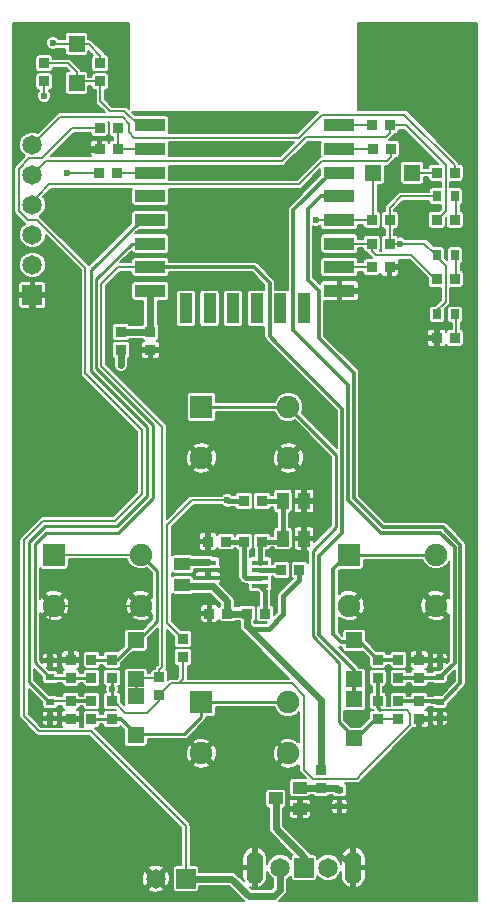
<source format=gbr>
G04 #@! TF.FileFunction,Copper,L1,Top,Signal*
%FSLAX46Y46*%
G04 Gerber Fmt 4.6, Leading zero omitted, Abs format (unit mm)*
G04 Created by KiCad (PCBNEW 4.0.2+dfsg1-stable) date Sun 24 Sep 2017 09:19:22 PM CDT*
%MOMM*%
G01*
G04 APERTURE LIST*
%ADD10C,0.100000*%
%ADD11R,1.100000X2.600000*%
%ADD12R,2.600000X1.100000*%
%ADD13C,1.651000*%
%ADD14R,1.651000X1.651000*%
%ADD15O,1.397000X2.794000*%
%ADD16R,0.889000X0.889000*%
%ADD17R,1.016000X1.397000*%
%ADD18R,1.905000X1.905000*%
%ADD19C,1.905000*%
%ADD20R,1.397000X1.016000*%
%ADD21R,1.450000X0.450000*%
%ADD22R,1.143000X1.016000*%
%ADD23C,8.000000*%
%ADD24R,0.700000X0.600000*%
%ADD25R,1.397000X1.397000*%
%ADD26R,0.762000X0.889000*%
%ADD27C,0.600000*%
%ADD28C,0.200000*%
%ADD29C,0.600000*%
%ADD30C,0.400000*%
%ADD31C,0.250000*%
%ADD32C,0.300000*%
%ADD33C,0.254000*%
G04 APERTURE END LIST*
D10*
D11*
X65000000Y-99500000D03*
D12*
X78000000Y-98000000D03*
X62000000Y-84000000D03*
X62000000Y-86000000D03*
X62000000Y-88000000D03*
X62000000Y-90000000D03*
X62000000Y-92000000D03*
X62000000Y-94000000D03*
X62000000Y-96000000D03*
X62000000Y-98000000D03*
X78000000Y-96000000D03*
X78000000Y-94000000D03*
X78000000Y-92000000D03*
X78000000Y-90000000D03*
X78000000Y-88000000D03*
X78000000Y-86000000D03*
X78000000Y-84000000D03*
D11*
X67000000Y-99500000D03*
X69000000Y-99500000D03*
X71000000Y-99500000D03*
X73000000Y-99500000D03*
X75000000Y-99500000D03*
D13*
X77038300Y-146837700D03*
X72974300Y-146837700D03*
D14*
X75006300Y-146837700D03*
D15*
X79171900Y-146837700D03*
X70840700Y-146837700D03*
D16*
X68521200Y-125326200D03*
X66997200Y-125326200D03*
D17*
X73220200Y-118976200D03*
X74998200Y-118976200D03*
D16*
X53000000Y-78738000D03*
X53000000Y-80262000D03*
D14*
X52000000Y-98350000D03*
D13*
X52000000Y-95810000D03*
X52000000Y-93270000D03*
X52000000Y-90730000D03*
X52000000Y-88190000D03*
X52000000Y-85650000D03*
D18*
X66317000Y-107841000D03*
D19*
X66317000Y-112159000D03*
X73683000Y-112159000D03*
X73683000Y-107841000D03*
D18*
X78817000Y-120341000D03*
D19*
X78817000Y-124659000D03*
X86183000Y-124659000D03*
X86183000Y-120341000D03*
D18*
X66317000Y-132841000D03*
D19*
X66317000Y-137159000D03*
X73683000Y-137159000D03*
X73683000Y-132841000D03*
D18*
X53817000Y-120341000D03*
D19*
X53817000Y-124659000D03*
X61183000Y-124659000D03*
X61183000Y-120341000D03*
D20*
X64711200Y-122913200D03*
X64711200Y-121135200D03*
D16*
X57700000Y-84250000D03*
X59224000Y-84250000D03*
X82262000Y-84000000D03*
X80738000Y-84000000D03*
X57675600Y-87998600D03*
X59199600Y-87998600D03*
X82346800Y-86000000D03*
X80822800Y-86000000D03*
X73093200Y-121643200D03*
X74617200Y-121643200D03*
X87762000Y-102000000D03*
X86238000Y-102000000D03*
X87762000Y-92000000D03*
X86238000Y-92000000D03*
X87762000Y-97000000D03*
X86238000Y-97000000D03*
X71696200Y-125326200D03*
X70172200Y-125326200D03*
X59212000Y-86000000D03*
X57688000Y-86000000D03*
X66870200Y-119230200D03*
X68394200Y-119230200D03*
X71442200Y-119230200D03*
X69918200Y-119230200D03*
X76416000Y-138551000D03*
X76416000Y-140075000D03*
X69918200Y-115801200D03*
X71442200Y-115801200D03*
X59500000Y-101488000D03*
X59500000Y-103012000D03*
X82262000Y-92000000D03*
X80738000Y-92000000D03*
X87762000Y-88000000D03*
X86238000Y-88000000D03*
X57750000Y-78738000D03*
X57750000Y-80262000D03*
X80738000Y-94000000D03*
X82262000Y-94000000D03*
X80726000Y-96000000D03*
X82250000Y-96000000D03*
X64750000Y-129012000D03*
X64750000Y-127488000D03*
X81250000Y-132738000D03*
X81250000Y-134262000D03*
X81250000Y-130762000D03*
X81250000Y-129238000D03*
X58750000Y-132738000D03*
X58750000Y-134262000D03*
X58750000Y-130762000D03*
X58750000Y-129238000D03*
D21*
X71277200Y-122960200D03*
X71277200Y-122310200D03*
X71277200Y-121660200D03*
X71277200Y-121010200D03*
X66877200Y-121010200D03*
X66877200Y-121660200D03*
X66877200Y-122310200D03*
X66877200Y-122960200D03*
D17*
X73220200Y-115801200D03*
X74998200Y-115801200D03*
D16*
X62000000Y-101488000D03*
X62000000Y-103012000D03*
X62750000Y-132262000D03*
X62750000Y-130738000D03*
X84750000Y-134262000D03*
X84750000Y-132738000D03*
X84750000Y-129238000D03*
X84750000Y-130762000D03*
X55250000Y-134262000D03*
X55250000Y-132738000D03*
X55250000Y-129238000D03*
X55250000Y-130762000D03*
D22*
X74638000Y-141853000D03*
X74638000Y-140075000D03*
X72606000Y-140964000D03*
D16*
X83000000Y-132738000D03*
X83000000Y-134262000D03*
X83000000Y-130762000D03*
X83000000Y-129238000D03*
X57000000Y-132738000D03*
X57000000Y-134262000D03*
X57000000Y-130762000D03*
X57000000Y-129238000D03*
D23*
X55000000Y-112000000D03*
X85000000Y-112000000D03*
X55000000Y-142000000D03*
X85000000Y-142000000D03*
D24*
X78000000Y-141664000D03*
X78000000Y-140264000D03*
X86500000Y-134200000D03*
X86500000Y-132800000D03*
X86500000Y-129300000D03*
X86500000Y-130700000D03*
X53500000Y-134200000D03*
X53500000Y-132800000D03*
X53500000Y-129300000D03*
X53500000Y-130700000D03*
D14*
X65001240Y-147774960D03*
D13*
X62461240Y-147774960D03*
D25*
X80849000Y-88000000D03*
X84151000Y-88000000D03*
X55750000Y-80401000D03*
X55750000Y-77099000D03*
X79250000Y-132599000D03*
X79250000Y-135901000D03*
X79250000Y-130901000D03*
X79250000Y-127599000D03*
X60750000Y-132349000D03*
X60750000Y-135651000D03*
X60750000Y-130901000D03*
X60750000Y-127599000D03*
D26*
X86238000Y-95000000D03*
X87762000Y-95000000D03*
X86238000Y-100000000D03*
X87762000Y-100000000D03*
X86238000Y-90000000D03*
X87762000Y-90000000D03*
D27*
X53000000Y-81500000D03*
X76000000Y-92000000D03*
X73000000Y-97000000D03*
X70000000Y-97000000D03*
X67000000Y-97000000D03*
X64000000Y-97000000D03*
X81000000Y-149000000D03*
X85000000Y-149000000D03*
X89000000Y-149000000D03*
X59000000Y-149000000D03*
X55000000Y-149000006D03*
X51000000Y-149000000D03*
X89000000Y-104000000D03*
X60000000Y-91000000D03*
X57000000Y-93000000D03*
X51000000Y-77000000D03*
X52000000Y-76000000D03*
X59400000Y-82000000D03*
X64000000Y-83299994D03*
X59400000Y-80000000D03*
X59400000Y-77999994D03*
X64000000Y-106000000D03*
X68000000Y-106000000D03*
X72000000Y-106000000D03*
X69000000Y-103000000D03*
X66000000Y-103000000D03*
X63200002Y-103000000D03*
X62000000Y-104000000D03*
X84000000Y-99000000D03*
X81000000Y-102000000D03*
X78000000Y-102000000D03*
X89000000Y-98400000D03*
X89000000Y-93400000D03*
X89000000Y-80000001D03*
X89000000Y-86000000D03*
X89000000Y-76000000D03*
X84000000Y-76000000D03*
X65800000Y-125300000D03*
X67000000Y-129000000D03*
X70000000Y-129000000D03*
X67000000Y-126600000D03*
X55000000Y-91000000D03*
X69000000Y-94000000D03*
X64000000Y-94000000D03*
X73000000Y-94000000D03*
X73000000Y-90000000D03*
X64000000Y-90000000D03*
X64000000Y-88000000D03*
X73000000Y-88000000D03*
X73000000Y-86000000D03*
X64000000Y-86000000D03*
X80000000Y-76000000D03*
X80000000Y-78000000D03*
X80000000Y-80000000D03*
X80000000Y-82000000D03*
X67000000Y-83299994D03*
X75000000Y-83300000D03*
X73000000Y-83300000D03*
X70000000Y-83300000D03*
X59400000Y-76000000D03*
X55000010Y-86000000D03*
X52500000Y-134200000D03*
X78000000Y-99100000D03*
X79800000Y-98000000D03*
X83099990Y-94000000D03*
X53750000Y-77000000D03*
X54900000Y-88000000D03*
X68500000Y-115750000D03*
X59500000Y-104250000D03*
X58750000Y-131750000D03*
D28*
X57750000Y-80262000D02*
X57750000Y-81950000D01*
X57750000Y-81950000D02*
X58600000Y-82800000D01*
X58600000Y-82800000D02*
X59800000Y-82800000D01*
X59800000Y-82800000D02*
X61000000Y-84000000D01*
X61000000Y-84000000D02*
X62000000Y-84000000D01*
X55750000Y-80401000D02*
X55750000Y-79502500D01*
X55750000Y-79502500D02*
X54985500Y-78738000D01*
X54985500Y-78738000D02*
X53644500Y-78738000D01*
X53644500Y-78738000D02*
X53000000Y-78738000D01*
X57750000Y-80262000D02*
X55889000Y-80262000D01*
X55889000Y-80262000D02*
X55750000Y-80401000D01*
X53000000Y-80262000D02*
X53000000Y-81500000D01*
X78000000Y-92000000D02*
X76000000Y-92000000D01*
X80738000Y-92000000D02*
X78000000Y-92000000D01*
X80849000Y-88000000D02*
X80849000Y-91889000D01*
X80849000Y-91889000D02*
X80738000Y-92000000D01*
D29*
X70172200Y-125326200D02*
X70172200Y-126422200D01*
X70172200Y-126422200D02*
X76416000Y-132666000D01*
X76416000Y-132666000D02*
X76416000Y-138551000D01*
D30*
X74617200Y-121643200D02*
X74617200Y-122487700D01*
X74617200Y-122487700D02*
X73250000Y-123854900D01*
X73250000Y-123854900D02*
X73250000Y-125381402D01*
X73250000Y-125381402D02*
X72000000Y-126631402D01*
X70631402Y-126631402D02*
X70172200Y-126172200D01*
X72000000Y-126631402D02*
X70631402Y-126631402D01*
X70172200Y-126172200D02*
X70172200Y-125326200D01*
D29*
X64711200Y-122913200D02*
X64833201Y-123035201D01*
X64833201Y-123035201D02*
X67274701Y-123035201D01*
X68521200Y-124281700D02*
X68521200Y-125326200D01*
X67274701Y-123035201D02*
X68521200Y-124281700D01*
X70172200Y-125326200D02*
X68521200Y-125326200D01*
D28*
X64000000Y-97000000D02*
X67000000Y-97000000D01*
D31*
X85000000Y-149000000D02*
X81000000Y-149000000D01*
D28*
X89000000Y-148575736D02*
X89000000Y-149000000D01*
X85000000Y-140000000D02*
X89000000Y-144000000D01*
X89000000Y-144000000D02*
X89000000Y-148575736D01*
D31*
X55000000Y-149000006D02*
X58999994Y-149000006D01*
X58999994Y-149000006D02*
X59000000Y-149000000D01*
D28*
X51000000Y-148575736D02*
X51000000Y-149000000D01*
X51000000Y-144000000D02*
X51000000Y-148575736D01*
X55000000Y-140000000D02*
X51000000Y-144000000D01*
D30*
X78000000Y-141664000D02*
X78000000Y-145665800D01*
X78000000Y-145665800D02*
X79171900Y-146837700D01*
X78000000Y-141664000D02*
X83336000Y-141664000D01*
X83336000Y-141664000D02*
X85000000Y-140000000D01*
X78000000Y-141664000D02*
X74827000Y-141664000D01*
X74827000Y-141664000D02*
X74638000Y-141853000D01*
D28*
X89000000Y-98400000D02*
X89000000Y-104000000D01*
X63424264Y-91000000D02*
X60000000Y-91000000D01*
X55000000Y-91000000D02*
X60000000Y-91000000D01*
X52000000Y-76000000D02*
X51000000Y-77000000D01*
X59400000Y-80000000D02*
X59400000Y-82000000D01*
X59400000Y-77999994D02*
X59400000Y-80000000D01*
X72000000Y-106000000D02*
X68000000Y-106000000D01*
X66000000Y-103000000D02*
X69000000Y-103000000D01*
X63188002Y-103012000D02*
X63200002Y-103000000D01*
X62000000Y-103012000D02*
X63188002Y-103012000D01*
X62000000Y-103012000D02*
X62000000Y-104000000D01*
X81000000Y-102000000D02*
X84000000Y-99000000D01*
X78000000Y-99100000D02*
X78000000Y-102000000D01*
X89000000Y-93400000D02*
X89000000Y-98400000D01*
X89000000Y-86000000D02*
X89000000Y-93400000D01*
X89000000Y-82000000D02*
X89000000Y-80000001D01*
X89000000Y-76000000D02*
X89000000Y-82000000D01*
X80000000Y-76000000D02*
X84000000Y-76000000D01*
X66997200Y-125326200D02*
X65826200Y-125326200D01*
X65826200Y-125326200D02*
X65800000Y-125300000D01*
X70000000Y-129000000D02*
X67000000Y-129000000D01*
X66997200Y-125326200D02*
X66997200Y-126597200D01*
X66997200Y-126597200D02*
X67000000Y-126600000D01*
X64000000Y-90000000D02*
X64000000Y-90424264D01*
X64000000Y-90424264D02*
X63424264Y-91000000D01*
X64000000Y-90000000D02*
X64000000Y-94000000D01*
X69000000Y-94000000D02*
X73000000Y-94000000D01*
X64000000Y-94000000D02*
X69000000Y-94000000D01*
X73000000Y-90424264D02*
X73000000Y-94000000D01*
X73000000Y-90000000D02*
X73000000Y-90424264D01*
X64000000Y-90000000D02*
X73000000Y-90000000D01*
X73000000Y-88000000D02*
X64000000Y-88000000D01*
X64424264Y-86000000D02*
X73000000Y-86000000D01*
X64000000Y-86000000D02*
X64424264Y-86000000D01*
X80000000Y-78000000D02*
X80000000Y-76000000D01*
X80000000Y-82000000D02*
X80000000Y-80000000D01*
X67000006Y-83300000D02*
X67000000Y-83299994D01*
X70000000Y-83300000D02*
X67000006Y-83300000D01*
X67924258Y-83299994D02*
X67424264Y-83299994D01*
X67924264Y-83300000D02*
X67924258Y-83299994D01*
X67424264Y-83299994D02*
X67000000Y-83299994D01*
X73000000Y-83300000D02*
X75000000Y-83300000D01*
X53200000Y-76000000D02*
X59400000Y-76000000D01*
X50474489Y-78725511D02*
X53200000Y-76000000D01*
X52000000Y-98350000D02*
X50974500Y-98350000D01*
X50474489Y-97849989D02*
X50474489Y-78725511D01*
X50974500Y-98350000D02*
X50474489Y-97849989D01*
D29*
X57688000Y-86000000D02*
X55000010Y-86000000D01*
X52000000Y-98350000D02*
X52000000Y-107000000D01*
X52000000Y-107000000D02*
X55000000Y-110000000D01*
D28*
X86238000Y-102000000D02*
X86238000Y-108762000D01*
X86238000Y-108762000D02*
X85000000Y-110000000D01*
X53817000Y-124659000D02*
X61183000Y-124659000D01*
X53500000Y-129300000D02*
X53500000Y-124976000D01*
X53500000Y-124976000D02*
X53817000Y-124659000D01*
X55250000Y-129238000D02*
X53562000Y-129238000D01*
X53562000Y-129238000D02*
X53500000Y-129300000D01*
X53500000Y-134200000D02*
X52500000Y-134200000D01*
X55250000Y-134262000D02*
X53562000Y-134262000D01*
X53562000Y-134262000D02*
X53500000Y-134200000D01*
X78000000Y-98000000D02*
X78000000Y-99100000D01*
X80894500Y-98000000D02*
X79800000Y-98000000D01*
X78000000Y-98000000D02*
X79800000Y-98000000D01*
X82250000Y-96000000D02*
X82250000Y-96644500D01*
X82250000Y-96644500D02*
X80894500Y-98000000D01*
D30*
X73220200Y-115801200D02*
X71442200Y-115801200D01*
X73220200Y-118976200D02*
X73220200Y-115801200D01*
X71442200Y-119230200D02*
X72966200Y-119230200D01*
X72966200Y-119230200D02*
X73220200Y-118976200D01*
X71277200Y-121010200D02*
X71277200Y-119395200D01*
X71277200Y-119395200D02*
X71442200Y-119230200D01*
D29*
X62000000Y-101488000D02*
X62000000Y-98000000D01*
X59500000Y-101488000D02*
X62000000Y-101488000D01*
D28*
X87889000Y-90000000D02*
X87889000Y-91873000D01*
X87889000Y-91873000D02*
X87762000Y-92000000D01*
X86111000Y-95000000D02*
X86111000Y-94911000D01*
X86111000Y-94911000D02*
X85200000Y-94000000D01*
X85200000Y-94000000D02*
X83524254Y-94000000D01*
X83524254Y-94000000D02*
X83099990Y-94000000D01*
X86111000Y-100000000D02*
X86111000Y-99809500D01*
X86111000Y-99809500D02*
X87000000Y-98920500D01*
X87000000Y-98920500D02*
X87000000Y-95900000D01*
X87000000Y-95900000D02*
X86111000Y-95011000D01*
X86111000Y-95011000D02*
X86111000Y-95000000D01*
X82262000Y-94000000D02*
X83099990Y-94000000D01*
X57675600Y-87998600D02*
X54901400Y-87998600D01*
X54901400Y-87998600D02*
X54900000Y-88000000D01*
X53849000Y-77099000D02*
X53750000Y-77000000D01*
X55750000Y-77099000D02*
X53849000Y-77099000D01*
X86111000Y-99811000D02*
X86111000Y-100000000D01*
X64750000Y-127488000D02*
X64738000Y-127488000D01*
X64738000Y-127488000D02*
X63400010Y-126150010D01*
X63400010Y-126150010D02*
X63400010Y-117849990D01*
X65500000Y-115750000D02*
X68500000Y-115750000D01*
X63400010Y-117849990D02*
X65500000Y-115750000D01*
D30*
X69918200Y-115801200D02*
X68551200Y-115801200D01*
X68551200Y-115801200D02*
X68500000Y-115750000D01*
D29*
X59500000Y-103012000D02*
X59500000Y-104250000D01*
D28*
X57750000Y-78738000D02*
X57750000Y-78093500D01*
X57750000Y-78093500D02*
X56755500Y-77099000D01*
X56755500Y-77099000D02*
X56648500Y-77099000D01*
X56648500Y-77099000D02*
X55750000Y-77099000D01*
X83250000Y-90000000D02*
X82262000Y-90988000D01*
X82262000Y-90988000D02*
X82262000Y-92000000D01*
X86111000Y-90000000D02*
X83250000Y-90000000D01*
X82262000Y-94000000D02*
X82262000Y-93355500D01*
X82262000Y-93355500D02*
X82262000Y-92000000D01*
X87889000Y-100000000D02*
X87889000Y-101873000D01*
X87889000Y-101873000D02*
X87762000Y-102000000D01*
D32*
X78000000Y-90000000D02*
X76400000Y-90000000D01*
X76400000Y-90000000D02*
X75300000Y-91100000D01*
X81707111Y-117999989D02*
X86749989Y-117999989D01*
X86700000Y-132800000D02*
X85800000Y-132800000D01*
X75300000Y-91100000D02*
X75300000Y-97050000D01*
X75300000Y-97050000D02*
X76250000Y-98000000D01*
X76250000Y-98000000D02*
X76250000Y-102000000D01*
X76250000Y-102000000D02*
X79227030Y-104977030D01*
X79227030Y-104977030D02*
X79227031Y-115519909D01*
X86749989Y-117999989D02*
X88250000Y-119500000D01*
X79227031Y-115519909D02*
X81707111Y-117999989D01*
X88250000Y-119500000D02*
X88250000Y-131250000D01*
X88250000Y-131250000D02*
X86700000Y-132800000D01*
X85800000Y-132800000D02*
X85750000Y-132750000D01*
X85750000Y-132750000D02*
X84812000Y-132750000D01*
X86750000Y-132750000D02*
X85750000Y-132750000D01*
X84812000Y-132800000D02*
X84750000Y-132738000D01*
X83000000Y-132738000D02*
X84750000Y-132738000D01*
X86550000Y-130700000D02*
X87749989Y-129500011D01*
X86542878Y-118500000D02*
X81500000Y-118500000D01*
X86500000Y-130700000D02*
X86550000Y-130700000D01*
X77250000Y-88000000D02*
X78000000Y-88000000D01*
X87749989Y-129500011D02*
X87749989Y-119707111D01*
X87749989Y-119707111D02*
X86542878Y-118500000D01*
X81500000Y-118500000D02*
X78727020Y-115727020D01*
X78727020Y-115727020D02*
X78727020Y-105977020D01*
X78727020Y-105977020D02*
X74099999Y-101349999D01*
X74099999Y-101349999D02*
X74099999Y-91150001D01*
X74099999Y-91150001D02*
X77250000Y-88000000D01*
X84750000Y-130762000D02*
X86438000Y-130762000D01*
X84750000Y-130762000D02*
X85494500Y-130762000D01*
X83000000Y-130762000D02*
X84750000Y-130762000D01*
D33*
X53450000Y-130700000D02*
X53500000Y-130700000D01*
X57427012Y-97018988D02*
X57427012Y-104573126D01*
X53142069Y-118500001D02*
X52204011Y-119438058D01*
X60446000Y-94000000D02*
X57427012Y-97018988D01*
X52204011Y-129454011D02*
X53450000Y-130700000D01*
X59245951Y-118500001D02*
X53142069Y-118500001D01*
X62177012Y-115568940D02*
X59245951Y-118500001D01*
X62177012Y-109323126D02*
X62177012Y-115568940D01*
X62000000Y-94000000D02*
X60446000Y-94000000D01*
X57427012Y-104573126D02*
X62177012Y-109323126D01*
X52204011Y-119438058D02*
X52204011Y-129454011D01*
X55250000Y-130762000D02*
X53562000Y-130762000D01*
X53562000Y-130762000D02*
X53500000Y-130700000D01*
X57000000Y-130762000D02*
X55250000Y-130762000D01*
D28*
X62750000Y-130738000D02*
X62750000Y-130093500D01*
X62750000Y-130093500D02*
X63000000Y-129843500D01*
X63000000Y-129843500D02*
X63000000Y-109542232D01*
X63000000Y-109542232D02*
X57854022Y-104396254D01*
X57854022Y-104396254D02*
X57854022Y-97395978D01*
X57854022Y-97395978D02*
X59250000Y-96000000D01*
D32*
X72750000Y-102500000D02*
X72099999Y-101849999D01*
X73750000Y-103500000D02*
X72750000Y-102500000D01*
X74000000Y-103750000D02*
X73750000Y-103500000D01*
X72099999Y-101849999D02*
X72099999Y-97349999D01*
X72099999Y-97349999D02*
X70750000Y-96000000D01*
X70750000Y-96000000D02*
X69000000Y-96000000D01*
X69000000Y-96000000D02*
X62000000Y-96000000D01*
D28*
X59250000Y-96000000D02*
X62000000Y-96000000D01*
X60000000Y-96000000D02*
X59250000Y-96000000D01*
D32*
X73750000Y-103500000D02*
X78227010Y-107977010D01*
X78227010Y-107977010D02*
X78227010Y-118522990D01*
X79250000Y-131750000D02*
X79250000Y-132726000D01*
X78227010Y-118522990D02*
X77750000Y-119000000D01*
X76310211Y-120439789D02*
X77750000Y-119000000D01*
X77750000Y-119000000D02*
X78000000Y-118750000D01*
X76310211Y-127135617D02*
X76310211Y-120439789D01*
X79250000Y-131750000D02*
X79250000Y-130075406D01*
X79250000Y-130075406D02*
X76310211Y-127135617D01*
X79250000Y-130774000D02*
X79250000Y-131750000D01*
D28*
X61012000Y-130512000D02*
X60750000Y-130774000D01*
D33*
X60750000Y-132476000D02*
X60750000Y-130774000D01*
D28*
X62738000Y-130750000D02*
X61000000Y-130750000D01*
D33*
X53500000Y-132800000D02*
X53400000Y-132800000D01*
X56973001Y-104761184D02*
X56973001Y-96276999D01*
X53400000Y-132800000D02*
X51750000Y-131150000D01*
X53072991Y-117927011D02*
X59176873Y-117927011D01*
X61723002Y-115380882D02*
X61723001Y-109511183D01*
X51750000Y-131150000D02*
X51750000Y-119250001D01*
X51750000Y-119250001D02*
X53072991Y-117927011D01*
X59176873Y-117927011D02*
X61723002Y-115380882D01*
X61723001Y-109511183D02*
X56973001Y-104761184D01*
X56973001Y-96276999D02*
X61250000Y-92000000D01*
X61250000Y-92000000D02*
X62000000Y-92000000D01*
D28*
X55250000Y-132738000D02*
X53562000Y-132738000D01*
X53562000Y-132738000D02*
X53500000Y-132800000D01*
D32*
X57000000Y-132738000D02*
X55250000Y-132738000D01*
D28*
X65001240Y-143301240D02*
X65001240Y-147774960D01*
X51300000Y-134000000D02*
X52600000Y-135300000D01*
X52600000Y-135300000D02*
X57000000Y-135300000D01*
X57000000Y-135300000D02*
X65001240Y-143301240D01*
D29*
X67541240Y-147774960D02*
X68856960Y-147774960D01*
X68856960Y-147774960D02*
X70320000Y-149238000D01*
X65001240Y-147774960D02*
X67541240Y-147774960D01*
D28*
X57700000Y-84250000D02*
X55374301Y-84250000D01*
X51300000Y-119096118D02*
X51300000Y-134000000D01*
X55374301Y-84250000D02*
X52824301Y-86800000D01*
X52824301Y-86800000D02*
X51724258Y-86800000D01*
X50874499Y-87649759D02*
X50874499Y-91270241D01*
X52395742Y-92000000D02*
X56500000Y-96104258D01*
X50874499Y-91270241D02*
X51604258Y-92000000D01*
X51724258Y-86800000D02*
X50874499Y-87649759D01*
X52896118Y-117500000D02*
X51300000Y-119096118D01*
X51604258Y-92000000D02*
X52395742Y-92000000D01*
X56500000Y-96104258D02*
X56500000Y-105000000D01*
X56500000Y-105000000D02*
X61295991Y-109795991D01*
X61295991Y-109795991D02*
X61295991Y-115204009D01*
X61295991Y-115204009D02*
X59000000Y-117500000D01*
X59000000Y-117500000D02*
X52896118Y-117500000D01*
D29*
X72974300Y-148742700D02*
X72974300Y-146837700D01*
X72479000Y-149238000D02*
X72974300Y-148742700D01*
X70320000Y-149238000D02*
X72479000Y-149238000D01*
D28*
X82346800Y-86000000D02*
X82346800Y-86644500D01*
X82346800Y-86644500D02*
X81989801Y-87001499D01*
X81989801Y-87001499D02*
X76548501Y-87001499D01*
X76548501Y-87001499D02*
X74550000Y-89000000D01*
X74550000Y-89000000D02*
X53443200Y-89000000D01*
X53443200Y-89000000D02*
X52489099Y-89954101D01*
X52489099Y-89954101D02*
X51663600Y-90779600D01*
X86238000Y-92000000D02*
X87000000Y-91238000D01*
X87000000Y-91238000D02*
X87000000Y-87332998D01*
X82906500Y-84000000D02*
X82262000Y-84000000D01*
X87000000Y-87332998D02*
X83667002Y-84000000D01*
X83667002Y-84000000D02*
X82906500Y-84000000D01*
X53165000Y-87025000D02*
X52825499Y-87364501D01*
X81906500Y-85000000D02*
X75165700Y-85000000D01*
X73140700Y-87025000D02*
X53165000Y-87025000D01*
X82262000Y-84000000D02*
X82262000Y-84644500D01*
X52825499Y-87364501D02*
X52000000Y-88190000D01*
X75165700Y-85000000D02*
X73140700Y-87025000D01*
X82262000Y-84644500D02*
X81906500Y-85000000D01*
X87762000Y-88000000D02*
X87762000Y-87355500D01*
X83506500Y-83100000D02*
X76500000Y-83100000D01*
X87762000Y-87355500D02*
X83506500Y-83100000D01*
X52825499Y-84824501D02*
X52000000Y-85650000D01*
X76500000Y-83100000D02*
X74575000Y-85025000D01*
X74575000Y-85025000D02*
X60634998Y-85025000D01*
X60634998Y-85025000D02*
X60200000Y-84590002D01*
X60200000Y-83853704D02*
X59646296Y-83300000D01*
X60200000Y-84590002D02*
X60200000Y-83853704D01*
X59646296Y-83300000D02*
X54350000Y-83300000D01*
X54350000Y-83300000D02*
X52825499Y-84824501D01*
D29*
X64711200Y-121135200D02*
X64911201Y-120935199D01*
X64911201Y-120935199D02*
X65752199Y-120935199D01*
X65752199Y-120935199D02*
X66877200Y-120935199D01*
D28*
X59224000Y-84250000D02*
X59224000Y-85988000D01*
X59224000Y-85988000D02*
X59212000Y-86000000D01*
X59512000Y-86000000D02*
X62000000Y-86000000D01*
X59512000Y-88000000D02*
X62000000Y-88000000D01*
D30*
X73093200Y-121643200D02*
X71294200Y-121643200D01*
X71294200Y-121643200D02*
X71277200Y-121660200D01*
D29*
X76416000Y-140075000D02*
X77811000Y-140075000D01*
X77811000Y-140075000D02*
X78000000Y-140264000D01*
D31*
X74574500Y-140075000D02*
X74638000Y-140075000D01*
D29*
X74638000Y-140075000D02*
X76416000Y-140075000D01*
D28*
X80738000Y-94000000D02*
X80738000Y-94644500D01*
X80738000Y-94644500D02*
X81093500Y-95000000D01*
X84100000Y-95000000D02*
X86100000Y-97000000D01*
X81093500Y-95000000D02*
X84100000Y-95000000D01*
X86100000Y-97000000D02*
X86238000Y-97000000D01*
X78000000Y-94000000D02*
X77250000Y-94000000D01*
X78000000Y-94000000D02*
X80738000Y-94000000D01*
X78000000Y-96000000D02*
X80726000Y-96000000D01*
X75000000Y-138564002D02*
X75000000Y-132304298D01*
X78700000Y-139295501D02*
X75731499Y-139295501D01*
X79054499Y-139295501D02*
X78700000Y-139295501D01*
X84000000Y-134750000D02*
X79900000Y-138850000D01*
X78700000Y-139295501D02*
X79454499Y-139295501D01*
X79454499Y-139295501D02*
X79900000Y-138850000D01*
X81467499Y-133467499D02*
X81517499Y-133517499D01*
X73945702Y-131250000D02*
X63750000Y-131250000D01*
X81517499Y-133517499D02*
X83684501Y-133517499D01*
X83684501Y-133517499D02*
X84000000Y-133832998D01*
X84000000Y-133832998D02*
X84000000Y-134750000D01*
X75731499Y-139295501D02*
X75000000Y-138564002D01*
X75000000Y-132304298D02*
X73945702Y-131250000D01*
X64750000Y-129012000D02*
X64750000Y-130906500D01*
X64750000Y-130906500D02*
X64406500Y-131250000D01*
X64406500Y-131250000D02*
X63750000Y-131250000D01*
X62750000Y-132262000D02*
X62750000Y-132750000D01*
X62750000Y-132750000D02*
X61750000Y-133750000D01*
X61750000Y-133750000D02*
X59883798Y-133750000D01*
X59883798Y-133750000D02*
X58871798Y-132738000D01*
X58871798Y-132738000D02*
X58750000Y-132738000D01*
X63750000Y-131250000D02*
X62750000Y-132250000D01*
X62750000Y-132250000D02*
X62750000Y-132262000D01*
D32*
X81250000Y-132738000D02*
X81250000Y-133250000D01*
X81250000Y-133250000D02*
X81467499Y-133467499D01*
D28*
X81250000Y-130633798D02*
X81250000Y-130762000D01*
X58750000Y-132750000D02*
X58750000Y-132738000D01*
D32*
X81250000Y-131750000D02*
X81250000Y-132738000D01*
X81250000Y-130762000D02*
X81250000Y-131750000D01*
D33*
X58750000Y-131750000D02*
X58750000Y-132738000D01*
X58750000Y-131005200D02*
X58750000Y-131750000D01*
D28*
X87889000Y-95000000D02*
X87889000Y-96873000D01*
X87889000Y-96873000D02*
X87762000Y-97000000D01*
X84151000Y-88000000D02*
X85049500Y-88000000D01*
X85049500Y-88000000D02*
X86488000Y-88000000D01*
D33*
X78000000Y-134524000D02*
X79250000Y-135774000D01*
X78000000Y-129500000D02*
X78000000Y-134524000D01*
X79250000Y-135774000D02*
X79488000Y-135774000D01*
X79488000Y-135774000D02*
X81000000Y-134262000D01*
X75750000Y-127250000D02*
X78000000Y-129500000D01*
X73683000Y-107841000D02*
X77750000Y-111908000D01*
X75767801Y-120001701D02*
X75750000Y-120001701D01*
X77750000Y-111908000D02*
X77750000Y-118019502D01*
X77750000Y-118019502D02*
X75767801Y-120001701D01*
X75750000Y-120001701D02*
X75750000Y-127250000D01*
D28*
X83000000Y-134262000D02*
X81250000Y-134262000D01*
D33*
X73683000Y-107841000D02*
X72335962Y-107841000D01*
X72335962Y-107841000D02*
X66317000Y-107841000D01*
D32*
X79250000Y-127726000D02*
X79738000Y-127726000D01*
X79738000Y-127726000D02*
X81250000Y-129238000D01*
X79250000Y-127726000D02*
X78111800Y-127726000D01*
X78111800Y-127726000D02*
X77477010Y-127091210D01*
X77477010Y-127091210D02*
X77477010Y-121522990D01*
X83000000Y-129238000D02*
X81250000Y-129238000D01*
X77477010Y-121522990D02*
X78659000Y-120341000D01*
X81250000Y-129238000D02*
X81012000Y-129238000D01*
D33*
X78659000Y-120341000D02*
X78817000Y-120341000D01*
X78817000Y-120341000D02*
X86183000Y-120341000D01*
D32*
X59488000Y-134262000D02*
X60750000Y-135524000D01*
D33*
X60750000Y-135524000D02*
X64840500Y-135524000D01*
X64840500Y-135524000D02*
X66317000Y-134047500D01*
X60750000Y-135500000D02*
X60750000Y-135524000D01*
D32*
X58750000Y-134262000D02*
X59488000Y-134262000D01*
D33*
X73683000Y-132841000D02*
X72335962Y-132841000D01*
X72335962Y-132841000D02*
X66317000Y-132841000D01*
X66317000Y-134047500D02*
X66317000Y-132841000D01*
X58750000Y-134262000D02*
X59012000Y-134262000D01*
X57000000Y-134262000D02*
X58750000Y-134262000D01*
X60750000Y-127726000D02*
X60826200Y-127726000D01*
X60826200Y-127726000D02*
X62572989Y-125979211D01*
X60673800Y-127726000D02*
X60750000Y-127726000D01*
X62572989Y-121730989D02*
X62135499Y-121293499D01*
X62572989Y-125979211D02*
X62572989Y-121730989D01*
X62135499Y-121293499D02*
X61183000Y-120341000D01*
X58750000Y-129238000D02*
X59161800Y-129238000D01*
X59161800Y-129238000D02*
X60673800Y-127726000D01*
D28*
X61183000Y-120341000D02*
X53817000Y-120341000D01*
D33*
X57000000Y-129238000D02*
X58750000Y-129238000D01*
D28*
X80738000Y-84000000D02*
X78000000Y-84000000D01*
X80822800Y-86000000D02*
X78000000Y-86000000D01*
D30*
X71696200Y-125326200D02*
X71696200Y-123379200D01*
X71696200Y-123379200D02*
X71277200Y-122960200D01*
X69918200Y-122168200D02*
X70060200Y-122310200D01*
X70060200Y-122310200D02*
X71277200Y-122310200D01*
X69918200Y-119230200D02*
X69918200Y-122168200D01*
X68394200Y-119230200D02*
X69918200Y-119230200D01*
D29*
X72606000Y-142600000D02*
X72606000Y-141364000D01*
X72606000Y-143523000D02*
X72606000Y-142600000D01*
D30*
X72606000Y-142600000D02*
X72606000Y-140964000D01*
D29*
X75006300Y-146837700D02*
X75006300Y-145923300D01*
X75006300Y-145923300D02*
X72606000Y-143523000D01*
D31*
X76502360Y-146896120D02*
X76502360Y-146530360D01*
D28*
G36*
X60150000Y-82584314D02*
X60082843Y-82517157D01*
X59953074Y-82430448D01*
X59800000Y-82400000D01*
X58765685Y-82400000D01*
X58150000Y-81784314D01*
X58150000Y-81012377D01*
X58194500Y-81012377D01*
X58305673Y-80991458D01*
X58407779Y-80925755D01*
X58476278Y-80825503D01*
X58500377Y-80706500D01*
X58500377Y-79817500D01*
X58479458Y-79706327D01*
X58413755Y-79604221D01*
X58313503Y-79535722D01*
X58194500Y-79511623D01*
X57305500Y-79511623D01*
X57194327Y-79532542D01*
X57092221Y-79598245D01*
X57023722Y-79698497D01*
X56999623Y-79817500D01*
X56999623Y-79862000D01*
X56754377Y-79862000D01*
X56754377Y-79702500D01*
X56733458Y-79591327D01*
X56667755Y-79489221D01*
X56567503Y-79420722D01*
X56448500Y-79396623D01*
X56128940Y-79396623D01*
X56119552Y-79349427D01*
X56032843Y-79219657D01*
X55268343Y-78455157D01*
X55138574Y-78368448D01*
X54985500Y-78338000D01*
X53750377Y-78338000D01*
X53750377Y-78293500D01*
X53729458Y-78182327D01*
X53663755Y-78080221D01*
X53563503Y-78011722D01*
X53444500Y-77987623D01*
X52555500Y-77987623D01*
X52444327Y-78008542D01*
X52342221Y-78074245D01*
X52273722Y-78174497D01*
X52249623Y-78293500D01*
X52249623Y-79182500D01*
X52270542Y-79293673D01*
X52336245Y-79395779D01*
X52436497Y-79464278D01*
X52555500Y-79488377D01*
X53444500Y-79488377D01*
X53555673Y-79467458D01*
X53657779Y-79401755D01*
X53726278Y-79301503D01*
X53750377Y-79182500D01*
X53750377Y-79138000D01*
X54819814Y-79138000D01*
X55078437Y-79396623D01*
X55051500Y-79396623D01*
X54940327Y-79417542D01*
X54838221Y-79483245D01*
X54769722Y-79583497D01*
X54745623Y-79702500D01*
X54745623Y-81099500D01*
X54766542Y-81210673D01*
X54832245Y-81312779D01*
X54932497Y-81381278D01*
X55051500Y-81405377D01*
X56448500Y-81405377D01*
X56559673Y-81384458D01*
X56661779Y-81318755D01*
X56730278Y-81218503D01*
X56754377Y-81099500D01*
X56754377Y-80662000D01*
X56999623Y-80662000D01*
X56999623Y-80706500D01*
X57020542Y-80817673D01*
X57086245Y-80919779D01*
X57186497Y-80988278D01*
X57305500Y-81012377D01*
X57350000Y-81012377D01*
X57350000Y-81950000D01*
X57380448Y-82103074D01*
X57467157Y-82232843D01*
X58134315Y-82900000D01*
X54350000Y-82900000D01*
X54196926Y-82930448D01*
X54067157Y-83017157D01*
X52461398Y-84622916D01*
X52224858Y-84524696D01*
X51777106Y-84524305D01*
X51363288Y-84695291D01*
X51046404Y-85011623D01*
X50874696Y-85425142D01*
X50874305Y-85872894D01*
X51045291Y-86286712D01*
X51358302Y-86600270D01*
X50591656Y-87366916D01*
X50504947Y-87496685D01*
X50504947Y-87496686D01*
X50474499Y-87649759D01*
X50474499Y-91270241D01*
X50504947Y-91423315D01*
X50591656Y-91553084D01*
X51321415Y-92282843D01*
X51367421Y-92313583D01*
X51363288Y-92315291D01*
X51046404Y-92631623D01*
X50874696Y-93045142D01*
X50874305Y-93492894D01*
X51045291Y-93906712D01*
X51361623Y-94223596D01*
X51775142Y-94395304D01*
X52222894Y-94395695D01*
X52636712Y-94224709D01*
X52953596Y-93908377D01*
X53125304Y-93494858D01*
X53125478Y-93295422D01*
X56100000Y-96269943D01*
X56100000Y-105000000D01*
X56130448Y-105153074D01*
X56217157Y-105282843D01*
X60895991Y-109961676D01*
X60895991Y-115038324D01*
X58834314Y-117100000D01*
X52896123Y-117100000D01*
X52896118Y-117099999D01*
X52743044Y-117130448D01*
X52613275Y-117217157D01*
X51017157Y-118813275D01*
X50930448Y-118943044D01*
X50919119Y-119000000D01*
X50900000Y-119096118D01*
X50900000Y-134000000D01*
X50930448Y-134153074D01*
X51017157Y-134282843D01*
X52317155Y-135582840D01*
X52317157Y-135582843D01*
X52358690Y-135610594D01*
X52446926Y-135669552D01*
X52600000Y-135700001D01*
X52600005Y-135700000D01*
X56834314Y-135700000D01*
X64601240Y-143466926D01*
X64601240Y-146643583D01*
X64175740Y-146643583D01*
X64064567Y-146664502D01*
X63962461Y-146730205D01*
X63893962Y-146830457D01*
X63869863Y-146949460D01*
X63869863Y-148600460D01*
X63890782Y-148711633D01*
X63956485Y-148813739D01*
X64056737Y-148882238D01*
X64175740Y-148906337D01*
X65826740Y-148906337D01*
X65937913Y-148885418D01*
X66040019Y-148819715D01*
X66108518Y-148719463D01*
X66132617Y-148600460D01*
X66132617Y-148374960D01*
X68608432Y-148374960D01*
X69883472Y-149650000D01*
X50350000Y-149650000D01*
X50350000Y-148664085D01*
X61789904Y-148664085D01*
X61884773Y-148830399D01*
X62332553Y-148970663D01*
X62799924Y-148928892D01*
X63037707Y-148830399D01*
X63132576Y-148664085D01*
X62461240Y-147992749D01*
X61789904Y-148664085D01*
X50350000Y-148664085D01*
X50350000Y-147646273D01*
X61265537Y-147646273D01*
X61307308Y-148113644D01*
X61405801Y-148351427D01*
X61572115Y-148446296D01*
X62243451Y-147774960D01*
X62679029Y-147774960D01*
X63350365Y-148446296D01*
X63516679Y-148351427D01*
X63656943Y-147903647D01*
X63615172Y-147436276D01*
X63516679Y-147198493D01*
X63350365Y-147103624D01*
X62679029Y-147774960D01*
X62243451Y-147774960D01*
X61572115Y-147103624D01*
X61405801Y-147198493D01*
X61265537Y-147646273D01*
X50350000Y-147646273D01*
X50350000Y-146885835D01*
X61789904Y-146885835D01*
X62461240Y-147557171D01*
X63132576Y-146885835D01*
X63037707Y-146719521D01*
X62589927Y-146579257D01*
X62122556Y-146621028D01*
X61884773Y-146719521D01*
X61789904Y-146885835D01*
X50350000Y-146885835D01*
X50350000Y-98592500D01*
X50820500Y-98592500D01*
X50820500Y-99245915D01*
X50874393Y-99376025D01*
X50973975Y-99475607D01*
X51104085Y-99529500D01*
X51757500Y-99529500D01*
X51846000Y-99441000D01*
X51846000Y-98504000D01*
X52154000Y-98504000D01*
X52154000Y-99441000D01*
X52242500Y-99529500D01*
X52895915Y-99529500D01*
X53026025Y-99475607D01*
X53125607Y-99376025D01*
X53179500Y-99245915D01*
X53179500Y-98592500D01*
X53091000Y-98504000D01*
X52154000Y-98504000D01*
X51846000Y-98504000D01*
X50909000Y-98504000D01*
X50820500Y-98592500D01*
X50350000Y-98592500D01*
X50350000Y-97454085D01*
X50820500Y-97454085D01*
X50820500Y-98107500D01*
X50909000Y-98196000D01*
X51846000Y-98196000D01*
X51846000Y-97259000D01*
X52154000Y-97259000D01*
X52154000Y-98196000D01*
X53091000Y-98196000D01*
X53179500Y-98107500D01*
X53179500Y-97454085D01*
X53125607Y-97323975D01*
X53026025Y-97224393D01*
X52895915Y-97170500D01*
X52242500Y-97170500D01*
X52154000Y-97259000D01*
X51846000Y-97259000D01*
X51757500Y-97170500D01*
X51104085Y-97170500D01*
X50973975Y-97224393D01*
X50874393Y-97323975D01*
X50820500Y-97454085D01*
X50350000Y-97454085D01*
X50350000Y-96032894D01*
X50874305Y-96032894D01*
X51045291Y-96446712D01*
X51361623Y-96763596D01*
X51775142Y-96935304D01*
X52222894Y-96935695D01*
X52636712Y-96764709D01*
X52953596Y-96448377D01*
X53125304Y-96034858D01*
X53125695Y-95587106D01*
X52954709Y-95173288D01*
X52638377Y-94856404D01*
X52224858Y-94684696D01*
X51777106Y-94684305D01*
X51363288Y-94855291D01*
X51046404Y-95171623D01*
X50874696Y-95585142D01*
X50874305Y-96032894D01*
X50350000Y-96032894D01*
X50350000Y-79817500D01*
X52249623Y-79817500D01*
X52249623Y-80706500D01*
X52270542Y-80817673D01*
X52336245Y-80919779D01*
X52436497Y-80988278D01*
X52555500Y-81012377D01*
X52600000Y-81012377D01*
X52600000Y-81051513D01*
X52491641Y-81159683D01*
X52400104Y-81380129D01*
X52399896Y-81618824D01*
X52491048Y-81839429D01*
X52659683Y-82008359D01*
X52880129Y-82099896D01*
X53118824Y-82100104D01*
X53339429Y-82008952D01*
X53508359Y-81840317D01*
X53599896Y-81619871D01*
X53600104Y-81381176D01*
X53508952Y-81160571D01*
X53400000Y-81051428D01*
X53400000Y-81012377D01*
X53444500Y-81012377D01*
X53555673Y-80991458D01*
X53657779Y-80925755D01*
X53726278Y-80825503D01*
X53750377Y-80706500D01*
X53750377Y-79817500D01*
X53729458Y-79706327D01*
X53663755Y-79604221D01*
X53563503Y-79535722D01*
X53444500Y-79511623D01*
X52555500Y-79511623D01*
X52444327Y-79532542D01*
X52342221Y-79598245D01*
X52273722Y-79698497D01*
X52249623Y-79817500D01*
X50350000Y-79817500D01*
X50350000Y-77118824D01*
X53149896Y-77118824D01*
X53241048Y-77339429D01*
X53409683Y-77508359D01*
X53630129Y-77599896D01*
X53868824Y-77600104D01*
X54089429Y-77508952D01*
X54099398Y-77499000D01*
X54745623Y-77499000D01*
X54745623Y-77797500D01*
X54766542Y-77908673D01*
X54832245Y-78010779D01*
X54932497Y-78079278D01*
X55051500Y-78103377D01*
X56448500Y-78103377D01*
X56559673Y-78082458D01*
X56661779Y-78016755D01*
X56730278Y-77916503D01*
X56754377Y-77797500D01*
X56754377Y-77663563D01*
X57136541Y-78045726D01*
X57092221Y-78074245D01*
X57023722Y-78174497D01*
X56999623Y-78293500D01*
X56999623Y-79182500D01*
X57020542Y-79293673D01*
X57086245Y-79395779D01*
X57186497Y-79464278D01*
X57305500Y-79488377D01*
X58194500Y-79488377D01*
X58305673Y-79467458D01*
X58407779Y-79401755D01*
X58476278Y-79301503D01*
X58500377Y-79182500D01*
X58500377Y-78293500D01*
X58479458Y-78182327D01*
X58413755Y-78080221D01*
X58313503Y-78011722D01*
X58194500Y-77987623D01*
X58128940Y-77987623D01*
X58119552Y-77940427D01*
X58032843Y-77810657D01*
X58032840Y-77810655D01*
X57038343Y-76816157D01*
X56908574Y-76729448D01*
X56755500Y-76699000D01*
X56754377Y-76699000D01*
X56754377Y-76400500D01*
X56733458Y-76289327D01*
X56667755Y-76187221D01*
X56567503Y-76118722D01*
X56448500Y-76094623D01*
X55051500Y-76094623D01*
X54940327Y-76115542D01*
X54838221Y-76181245D01*
X54769722Y-76281497D01*
X54745623Y-76400500D01*
X54745623Y-76699000D01*
X54274831Y-76699000D01*
X54258952Y-76660571D01*
X54090317Y-76491641D01*
X53869871Y-76400104D01*
X53631176Y-76399896D01*
X53410571Y-76491048D01*
X53241641Y-76659683D01*
X53150104Y-76880129D01*
X53149896Y-77118824D01*
X50350000Y-77118824D01*
X50350000Y-75350000D01*
X60150000Y-75350000D01*
X60150000Y-82584314D01*
X60150000Y-82584314D01*
G37*
X60150000Y-82584314D02*
X60082843Y-82517157D01*
X59953074Y-82430448D01*
X59800000Y-82400000D01*
X58765685Y-82400000D01*
X58150000Y-81784314D01*
X58150000Y-81012377D01*
X58194500Y-81012377D01*
X58305673Y-80991458D01*
X58407779Y-80925755D01*
X58476278Y-80825503D01*
X58500377Y-80706500D01*
X58500377Y-79817500D01*
X58479458Y-79706327D01*
X58413755Y-79604221D01*
X58313503Y-79535722D01*
X58194500Y-79511623D01*
X57305500Y-79511623D01*
X57194327Y-79532542D01*
X57092221Y-79598245D01*
X57023722Y-79698497D01*
X56999623Y-79817500D01*
X56999623Y-79862000D01*
X56754377Y-79862000D01*
X56754377Y-79702500D01*
X56733458Y-79591327D01*
X56667755Y-79489221D01*
X56567503Y-79420722D01*
X56448500Y-79396623D01*
X56128940Y-79396623D01*
X56119552Y-79349427D01*
X56032843Y-79219657D01*
X55268343Y-78455157D01*
X55138574Y-78368448D01*
X54985500Y-78338000D01*
X53750377Y-78338000D01*
X53750377Y-78293500D01*
X53729458Y-78182327D01*
X53663755Y-78080221D01*
X53563503Y-78011722D01*
X53444500Y-77987623D01*
X52555500Y-77987623D01*
X52444327Y-78008542D01*
X52342221Y-78074245D01*
X52273722Y-78174497D01*
X52249623Y-78293500D01*
X52249623Y-79182500D01*
X52270542Y-79293673D01*
X52336245Y-79395779D01*
X52436497Y-79464278D01*
X52555500Y-79488377D01*
X53444500Y-79488377D01*
X53555673Y-79467458D01*
X53657779Y-79401755D01*
X53726278Y-79301503D01*
X53750377Y-79182500D01*
X53750377Y-79138000D01*
X54819814Y-79138000D01*
X55078437Y-79396623D01*
X55051500Y-79396623D01*
X54940327Y-79417542D01*
X54838221Y-79483245D01*
X54769722Y-79583497D01*
X54745623Y-79702500D01*
X54745623Y-81099500D01*
X54766542Y-81210673D01*
X54832245Y-81312779D01*
X54932497Y-81381278D01*
X55051500Y-81405377D01*
X56448500Y-81405377D01*
X56559673Y-81384458D01*
X56661779Y-81318755D01*
X56730278Y-81218503D01*
X56754377Y-81099500D01*
X56754377Y-80662000D01*
X56999623Y-80662000D01*
X56999623Y-80706500D01*
X57020542Y-80817673D01*
X57086245Y-80919779D01*
X57186497Y-80988278D01*
X57305500Y-81012377D01*
X57350000Y-81012377D01*
X57350000Y-81950000D01*
X57380448Y-82103074D01*
X57467157Y-82232843D01*
X58134315Y-82900000D01*
X54350000Y-82900000D01*
X54196926Y-82930448D01*
X54067157Y-83017157D01*
X52461398Y-84622916D01*
X52224858Y-84524696D01*
X51777106Y-84524305D01*
X51363288Y-84695291D01*
X51046404Y-85011623D01*
X50874696Y-85425142D01*
X50874305Y-85872894D01*
X51045291Y-86286712D01*
X51358302Y-86600270D01*
X50591656Y-87366916D01*
X50504947Y-87496685D01*
X50504947Y-87496686D01*
X50474499Y-87649759D01*
X50474499Y-91270241D01*
X50504947Y-91423315D01*
X50591656Y-91553084D01*
X51321415Y-92282843D01*
X51367421Y-92313583D01*
X51363288Y-92315291D01*
X51046404Y-92631623D01*
X50874696Y-93045142D01*
X50874305Y-93492894D01*
X51045291Y-93906712D01*
X51361623Y-94223596D01*
X51775142Y-94395304D01*
X52222894Y-94395695D01*
X52636712Y-94224709D01*
X52953596Y-93908377D01*
X53125304Y-93494858D01*
X53125478Y-93295422D01*
X56100000Y-96269943D01*
X56100000Y-105000000D01*
X56130448Y-105153074D01*
X56217157Y-105282843D01*
X60895991Y-109961676D01*
X60895991Y-115038324D01*
X58834314Y-117100000D01*
X52896123Y-117100000D01*
X52896118Y-117099999D01*
X52743044Y-117130448D01*
X52613275Y-117217157D01*
X51017157Y-118813275D01*
X50930448Y-118943044D01*
X50919119Y-119000000D01*
X50900000Y-119096118D01*
X50900000Y-134000000D01*
X50930448Y-134153074D01*
X51017157Y-134282843D01*
X52317155Y-135582840D01*
X52317157Y-135582843D01*
X52358690Y-135610594D01*
X52446926Y-135669552D01*
X52600000Y-135700001D01*
X52600005Y-135700000D01*
X56834314Y-135700000D01*
X64601240Y-143466926D01*
X64601240Y-146643583D01*
X64175740Y-146643583D01*
X64064567Y-146664502D01*
X63962461Y-146730205D01*
X63893962Y-146830457D01*
X63869863Y-146949460D01*
X63869863Y-148600460D01*
X63890782Y-148711633D01*
X63956485Y-148813739D01*
X64056737Y-148882238D01*
X64175740Y-148906337D01*
X65826740Y-148906337D01*
X65937913Y-148885418D01*
X66040019Y-148819715D01*
X66108518Y-148719463D01*
X66132617Y-148600460D01*
X66132617Y-148374960D01*
X68608432Y-148374960D01*
X69883472Y-149650000D01*
X50350000Y-149650000D01*
X50350000Y-148664085D01*
X61789904Y-148664085D01*
X61884773Y-148830399D01*
X62332553Y-148970663D01*
X62799924Y-148928892D01*
X63037707Y-148830399D01*
X63132576Y-148664085D01*
X62461240Y-147992749D01*
X61789904Y-148664085D01*
X50350000Y-148664085D01*
X50350000Y-147646273D01*
X61265537Y-147646273D01*
X61307308Y-148113644D01*
X61405801Y-148351427D01*
X61572115Y-148446296D01*
X62243451Y-147774960D01*
X62679029Y-147774960D01*
X63350365Y-148446296D01*
X63516679Y-148351427D01*
X63656943Y-147903647D01*
X63615172Y-147436276D01*
X63516679Y-147198493D01*
X63350365Y-147103624D01*
X62679029Y-147774960D01*
X62243451Y-147774960D01*
X61572115Y-147103624D01*
X61405801Y-147198493D01*
X61265537Y-147646273D01*
X50350000Y-147646273D01*
X50350000Y-146885835D01*
X61789904Y-146885835D01*
X62461240Y-147557171D01*
X63132576Y-146885835D01*
X63037707Y-146719521D01*
X62589927Y-146579257D01*
X62122556Y-146621028D01*
X61884773Y-146719521D01*
X61789904Y-146885835D01*
X50350000Y-146885835D01*
X50350000Y-98592500D01*
X50820500Y-98592500D01*
X50820500Y-99245915D01*
X50874393Y-99376025D01*
X50973975Y-99475607D01*
X51104085Y-99529500D01*
X51757500Y-99529500D01*
X51846000Y-99441000D01*
X51846000Y-98504000D01*
X52154000Y-98504000D01*
X52154000Y-99441000D01*
X52242500Y-99529500D01*
X52895915Y-99529500D01*
X53026025Y-99475607D01*
X53125607Y-99376025D01*
X53179500Y-99245915D01*
X53179500Y-98592500D01*
X53091000Y-98504000D01*
X52154000Y-98504000D01*
X51846000Y-98504000D01*
X50909000Y-98504000D01*
X50820500Y-98592500D01*
X50350000Y-98592500D01*
X50350000Y-97454085D01*
X50820500Y-97454085D01*
X50820500Y-98107500D01*
X50909000Y-98196000D01*
X51846000Y-98196000D01*
X51846000Y-97259000D01*
X52154000Y-97259000D01*
X52154000Y-98196000D01*
X53091000Y-98196000D01*
X53179500Y-98107500D01*
X53179500Y-97454085D01*
X53125607Y-97323975D01*
X53026025Y-97224393D01*
X52895915Y-97170500D01*
X52242500Y-97170500D01*
X52154000Y-97259000D01*
X51846000Y-97259000D01*
X51757500Y-97170500D01*
X51104085Y-97170500D01*
X50973975Y-97224393D01*
X50874393Y-97323975D01*
X50820500Y-97454085D01*
X50350000Y-97454085D01*
X50350000Y-96032894D01*
X50874305Y-96032894D01*
X51045291Y-96446712D01*
X51361623Y-96763596D01*
X51775142Y-96935304D01*
X52222894Y-96935695D01*
X52636712Y-96764709D01*
X52953596Y-96448377D01*
X53125304Y-96034858D01*
X53125695Y-95587106D01*
X52954709Y-95173288D01*
X52638377Y-94856404D01*
X52224858Y-94684696D01*
X51777106Y-94684305D01*
X51363288Y-94855291D01*
X51046404Y-95171623D01*
X50874696Y-95585142D01*
X50874305Y-96032894D01*
X50350000Y-96032894D01*
X50350000Y-79817500D01*
X52249623Y-79817500D01*
X52249623Y-80706500D01*
X52270542Y-80817673D01*
X52336245Y-80919779D01*
X52436497Y-80988278D01*
X52555500Y-81012377D01*
X52600000Y-81012377D01*
X52600000Y-81051513D01*
X52491641Y-81159683D01*
X52400104Y-81380129D01*
X52399896Y-81618824D01*
X52491048Y-81839429D01*
X52659683Y-82008359D01*
X52880129Y-82099896D01*
X53118824Y-82100104D01*
X53339429Y-82008952D01*
X53508359Y-81840317D01*
X53599896Y-81619871D01*
X53600104Y-81381176D01*
X53508952Y-81160571D01*
X53400000Y-81051428D01*
X53400000Y-81012377D01*
X53444500Y-81012377D01*
X53555673Y-80991458D01*
X53657779Y-80925755D01*
X53726278Y-80825503D01*
X53750377Y-80706500D01*
X53750377Y-79817500D01*
X53729458Y-79706327D01*
X53663755Y-79604221D01*
X53563503Y-79535722D01*
X53444500Y-79511623D01*
X52555500Y-79511623D01*
X52444327Y-79532542D01*
X52342221Y-79598245D01*
X52273722Y-79698497D01*
X52249623Y-79817500D01*
X50350000Y-79817500D01*
X50350000Y-77118824D01*
X53149896Y-77118824D01*
X53241048Y-77339429D01*
X53409683Y-77508359D01*
X53630129Y-77599896D01*
X53868824Y-77600104D01*
X54089429Y-77508952D01*
X54099398Y-77499000D01*
X54745623Y-77499000D01*
X54745623Y-77797500D01*
X54766542Y-77908673D01*
X54832245Y-78010779D01*
X54932497Y-78079278D01*
X55051500Y-78103377D01*
X56448500Y-78103377D01*
X56559673Y-78082458D01*
X56661779Y-78016755D01*
X56730278Y-77916503D01*
X56754377Y-77797500D01*
X56754377Y-77663563D01*
X57136541Y-78045726D01*
X57092221Y-78074245D01*
X57023722Y-78174497D01*
X56999623Y-78293500D01*
X56999623Y-79182500D01*
X57020542Y-79293673D01*
X57086245Y-79395779D01*
X57186497Y-79464278D01*
X57305500Y-79488377D01*
X58194500Y-79488377D01*
X58305673Y-79467458D01*
X58407779Y-79401755D01*
X58476278Y-79301503D01*
X58500377Y-79182500D01*
X58500377Y-78293500D01*
X58479458Y-78182327D01*
X58413755Y-78080221D01*
X58313503Y-78011722D01*
X58194500Y-77987623D01*
X58128940Y-77987623D01*
X58119552Y-77940427D01*
X58032843Y-77810657D01*
X58032840Y-77810655D01*
X57038343Y-76816157D01*
X56908574Y-76729448D01*
X56755500Y-76699000D01*
X56754377Y-76699000D01*
X56754377Y-76400500D01*
X56733458Y-76289327D01*
X56667755Y-76187221D01*
X56567503Y-76118722D01*
X56448500Y-76094623D01*
X55051500Y-76094623D01*
X54940327Y-76115542D01*
X54838221Y-76181245D01*
X54769722Y-76281497D01*
X54745623Y-76400500D01*
X54745623Y-76699000D01*
X54274831Y-76699000D01*
X54258952Y-76660571D01*
X54090317Y-76491641D01*
X53869871Y-76400104D01*
X53631176Y-76399896D01*
X53410571Y-76491048D01*
X53241641Y-76659683D01*
X53150104Y-76880129D01*
X53149896Y-77118824D01*
X50350000Y-77118824D01*
X50350000Y-75350000D01*
X60150000Y-75350000D01*
X60150000Y-82584314D01*
G36*
X89650000Y-149650000D02*
X72915528Y-149650000D01*
X73398564Y-149166964D01*
X73528628Y-148972310D01*
X73574300Y-148742700D01*
X73574300Y-147807578D01*
X73611012Y-147792409D01*
X73874923Y-147528958D01*
X73874923Y-147663200D01*
X73895842Y-147774373D01*
X73961545Y-147876479D01*
X74061797Y-147944978D01*
X74180800Y-147969077D01*
X75831800Y-147969077D01*
X75942973Y-147948158D01*
X76045079Y-147882455D01*
X76113578Y-147782203D01*
X76137677Y-147663200D01*
X76137677Y-147528592D01*
X76399923Y-147791296D01*
X76813442Y-147963004D01*
X77261194Y-147963395D01*
X77675012Y-147792409D01*
X77991896Y-147476077D01*
X78119400Y-147169013D01*
X78119400Y-147690200D01*
X78258450Y-148081252D01*
X78536565Y-148389325D01*
X78856921Y-148540464D01*
X79017900Y-148487820D01*
X79017900Y-146991700D01*
X79325900Y-146991700D01*
X79325900Y-148487820D01*
X79486879Y-148540464D01*
X79807235Y-148389325D01*
X80085350Y-148081252D01*
X80224400Y-147690200D01*
X80224400Y-146991700D01*
X79325900Y-146991700D01*
X79017900Y-146991700D01*
X78997900Y-146991700D01*
X78997900Y-146683700D01*
X79017900Y-146683700D01*
X79017900Y-145187580D01*
X79325900Y-145187580D01*
X79325900Y-146683700D01*
X80224400Y-146683700D01*
X80224400Y-145985200D01*
X80085350Y-145594148D01*
X79807235Y-145286075D01*
X79486879Y-145134936D01*
X79325900Y-145187580D01*
X79017900Y-145187580D01*
X78856921Y-145134936D01*
X78536565Y-145286075D01*
X78258450Y-145594148D01*
X78119400Y-145985200D01*
X78119400Y-146506878D01*
X77993009Y-146200988D01*
X77676677Y-145884104D01*
X77263158Y-145712396D01*
X76815406Y-145712005D01*
X76401588Y-145882991D01*
X76137677Y-146146442D01*
X76137677Y-146012200D01*
X76116758Y-145901027D01*
X76051055Y-145798921D01*
X75950803Y-145730422D01*
X75831800Y-145706323D01*
X75563141Y-145706323D01*
X75560628Y-145693690D01*
X75430564Y-145499036D01*
X73206000Y-143274472D01*
X73206000Y-142095500D01*
X73712500Y-142095500D01*
X73712500Y-142431415D01*
X73766393Y-142561525D01*
X73865975Y-142661107D01*
X73996085Y-142715000D01*
X74395500Y-142715000D01*
X74484000Y-142626500D01*
X74484000Y-142007000D01*
X74792000Y-142007000D01*
X74792000Y-142626500D01*
X74880500Y-142715000D01*
X75279915Y-142715000D01*
X75410025Y-142661107D01*
X75509607Y-142561525D01*
X75563500Y-142431415D01*
X75563500Y-142095500D01*
X75475000Y-142007000D01*
X74792000Y-142007000D01*
X74484000Y-142007000D01*
X73801000Y-142007000D01*
X73712500Y-142095500D01*
X73206000Y-142095500D01*
X73206000Y-141902500D01*
X77296000Y-141902500D01*
X77296000Y-142034415D01*
X77349893Y-142164525D01*
X77449475Y-142264107D01*
X77579585Y-142318000D01*
X77757500Y-142318000D01*
X77846000Y-142229500D01*
X77846000Y-141814000D01*
X78154000Y-141814000D01*
X78154000Y-142229500D01*
X78242500Y-142318000D01*
X78420415Y-142318000D01*
X78550525Y-142264107D01*
X78650107Y-142164525D01*
X78704000Y-142034415D01*
X78704000Y-141902500D01*
X78615500Y-141814000D01*
X78154000Y-141814000D01*
X77846000Y-141814000D01*
X77384500Y-141814000D01*
X77296000Y-141902500D01*
X73206000Y-141902500D01*
X73206000Y-141772514D01*
X73288673Y-141756958D01*
X73390779Y-141691255D01*
X73459278Y-141591003D01*
X73483377Y-141472000D01*
X73483377Y-141274585D01*
X73712500Y-141274585D01*
X73712500Y-141610500D01*
X73801000Y-141699000D01*
X74484000Y-141699000D01*
X74484000Y-141079500D01*
X74792000Y-141079500D01*
X74792000Y-141699000D01*
X75475000Y-141699000D01*
X75563500Y-141610500D01*
X75563500Y-141293585D01*
X77296000Y-141293585D01*
X77296000Y-141425500D01*
X77384500Y-141514000D01*
X77846000Y-141514000D01*
X77846000Y-141098500D01*
X78154000Y-141098500D01*
X78154000Y-141514000D01*
X78615500Y-141514000D01*
X78704000Y-141425500D01*
X78704000Y-141293585D01*
X78650107Y-141163475D01*
X78550525Y-141063893D01*
X78420415Y-141010000D01*
X78242500Y-141010000D01*
X78154000Y-141098500D01*
X77846000Y-141098500D01*
X77757500Y-141010000D01*
X77579585Y-141010000D01*
X77449475Y-141063893D01*
X77349893Y-141163475D01*
X77296000Y-141293585D01*
X75563500Y-141293585D01*
X75563500Y-141274585D01*
X75509607Y-141144475D01*
X75410025Y-141044893D01*
X75279915Y-140991000D01*
X74880500Y-140991000D01*
X74792000Y-141079500D01*
X74484000Y-141079500D01*
X74395500Y-140991000D01*
X73996085Y-140991000D01*
X73865975Y-141044893D01*
X73766393Y-141144475D01*
X73712500Y-141274585D01*
X73483377Y-141274585D01*
X73483377Y-140456000D01*
X73462458Y-140344827D01*
X73396755Y-140242721D01*
X73296503Y-140174222D01*
X73177500Y-140150123D01*
X72034500Y-140150123D01*
X71923327Y-140171042D01*
X71821221Y-140236745D01*
X71752722Y-140336997D01*
X71728623Y-140456000D01*
X71728623Y-141472000D01*
X71749542Y-141583173D01*
X71815245Y-141685279D01*
X71915497Y-141753778D01*
X72006000Y-141772106D01*
X72006000Y-143523000D01*
X72051672Y-143752610D01*
X72181736Y-143947264D01*
X74003966Y-145769494D01*
X73967521Y-145792945D01*
X73899022Y-145893197D01*
X73874923Y-146012200D01*
X73874923Y-146146808D01*
X73612677Y-145884104D01*
X73199158Y-145712396D01*
X72751406Y-145712005D01*
X72337588Y-145882991D01*
X72020704Y-146199323D01*
X71893200Y-146506387D01*
X71893200Y-145985200D01*
X71754150Y-145594148D01*
X71476035Y-145286075D01*
X71155679Y-145134936D01*
X70994700Y-145187580D01*
X70994700Y-146683700D01*
X71014700Y-146683700D01*
X71014700Y-146991700D01*
X70994700Y-146991700D01*
X70994700Y-148487820D01*
X71155679Y-148540464D01*
X71476035Y-148389325D01*
X71754150Y-148081252D01*
X71893200Y-147690200D01*
X71893200Y-147168522D01*
X72019591Y-147474412D01*
X72335923Y-147791296D01*
X72374300Y-147807232D01*
X72374300Y-148494172D01*
X72230472Y-148638000D01*
X70568528Y-148638000D01*
X70422110Y-148491582D01*
X70525721Y-148540464D01*
X70686700Y-148487820D01*
X70686700Y-146991700D01*
X69788200Y-146991700D01*
X69788200Y-147690200D01*
X69880608Y-147950080D01*
X69281224Y-147350696D01*
X69086570Y-147220632D01*
X68856960Y-147174960D01*
X66132617Y-147174960D01*
X66132617Y-146949460D01*
X66111698Y-146838287D01*
X66045995Y-146736181D01*
X65945743Y-146667682D01*
X65826740Y-146643583D01*
X65401240Y-146643583D01*
X65401240Y-145985200D01*
X69788200Y-145985200D01*
X69788200Y-146683700D01*
X70686700Y-146683700D01*
X70686700Y-145187580D01*
X70525721Y-145134936D01*
X70205365Y-145286075D01*
X69927250Y-145594148D01*
X69788200Y-145985200D01*
X65401240Y-145985200D01*
X65401240Y-143301240D01*
X65381102Y-143200000D01*
X65370792Y-143148166D01*
X65284083Y-143018397D01*
X60406167Y-138140481D01*
X65553308Y-138140481D01*
X65663852Y-138319981D01*
X66157859Y-138481556D01*
X66676092Y-138441783D01*
X66970148Y-138319981D01*
X67080692Y-138140481D01*
X66317000Y-137376789D01*
X65553308Y-138140481D01*
X60406167Y-138140481D01*
X59265545Y-136999859D01*
X64994444Y-136999859D01*
X65034217Y-137518092D01*
X65156019Y-137812148D01*
X65335519Y-137922692D01*
X66099211Y-137159000D01*
X66534789Y-137159000D01*
X67298481Y-137922692D01*
X67477981Y-137812148D01*
X67639556Y-137318141D01*
X67615129Y-136999859D01*
X72360444Y-136999859D01*
X72400217Y-137518092D01*
X72522019Y-137812148D01*
X72701519Y-137922692D01*
X73465211Y-137159000D01*
X72701519Y-136395308D01*
X72522019Y-136505852D01*
X72360444Y-136999859D01*
X67615129Y-136999859D01*
X67599783Y-136799908D01*
X67477981Y-136505852D01*
X67298481Y-136395308D01*
X66534789Y-137159000D01*
X66099211Y-137159000D01*
X65335519Y-136395308D01*
X65156019Y-136505852D01*
X64994444Y-136999859D01*
X59265545Y-136999859D01*
X57282843Y-135017157D01*
X57275689Y-135012377D01*
X57444500Y-135012377D01*
X57555673Y-134991458D01*
X57657779Y-134925755D01*
X57726278Y-134825503D01*
X57750377Y-134706500D01*
X57750377Y-134689000D01*
X57999623Y-134689000D01*
X57999623Y-134706500D01*
X58020542Y-134817673D01*
X58086245Y-134919779D01*
X58186497Y-134988278D01*
X58305500Y-135012377D01*
X59194500Y-135012377D01*
X59305673Y-134991458D01*
X59407779Y-134925755D01*
X59451448Y-134861844D01*
X59745623Y-135156019D01*
X59745623Y-136349500D01*
X59766542Y-136460673D01*
X59832245Y-136562779D01*
X59932497Y-136631278D01*
X60051500Y-136655377D01*
X61448500Y-136655377D01*
X61559673Y-136634458D01*
X61661779Y-136568755D01*
X61730278Y-136468503D01*
X61754377Y-136349500D01*
X61754377Y-136177519D01*
X65553308Y-136177519D01*
X66317000Y-136941211D01*
X67080692Y-136177519D01*
X66970148Y-135998019D01*
X66476141Y-135836444D01*
X65957908Y-135876217D01*
X65663852Y-135998019D01*
X65553308Y-136177519D01*
X61754377Y-136177519D01*
X61754377Y-135951000D01*
X64840495Y-135951000D01*
X64840500Y-135951001D01*
X65003906Y-135918497D01*
X65142435Y-135825935D01*
X66618932Y-134349437D01*
X66618935Y-134349435D01*
X66711497Y-134210906D01*
X66733681Y-134099377D01*
X67269500Y-134099377D01*
X67380673Y-134078458D01*
X67482779Y-134012755D01*
X67551278Y-133912503D01*
X67575377Y-133793500D01*
X67575377Y-133268000D01*
X72504226Y-133268000D01*
X72620563Y-133549557D01*
X72972589Y-133902199D01*
X73432769Y-134093282D01*
X73931045Y-134093717D01*
X74391557Y-133903437D01*
X74600000Y-133695358D01*
X74600000Y-136194902D01*
X74514653Y-136109555D01*
X74446691Y-136177517D01*
X74336148Y-135998019D01*
X73842141Y-135836444D01*
X73323908Y-135876217D01*
X73029852Y-135998019D01*
X72919308Y-136177519D01*
X73683000Y-136941211D01*
X73697142Y-136927069D01*
X73914931Y-137144858D01*
X73900789Y-137159000D01*
X73914931Y-137173142D01*
X73697142Y-137390931D01*
X73683000Y-137376789D01*
X72919308Y-138140481D01*
X73029852Y-138319981D01*
X73523859Y-138481556D01*
X74042092Y-138441783D01*
X74336148Y-138319981D01*
X74446691Y-138140483D01*
X74514653Y-138208445D01*
X74600000Y-138123098D01*
X74600000Y-138564002D01*
X74630448Y-138717076D01*
X74717157Y-138846845D01*
X75131435Y-139261123D01*
X74066500Y-139261123D01*
X73955327Y-139282042D01*
X73853221Y-139347745D01*
X73784722Y-139447997D01*
X73760623Y-139567000D01*
X73760623Y-140583000D01*
X73781542Y-140694173D01*
X73847245Y-140796279D01*
X73947497Y-140864778D01*
X74066500Y-140888877D01*
X75209500Y-140888877D01*
X75320673Y-140867958D01*
X75422779Y-140802255D01*
X75491278Y-140702003D01*
X75496746Y-140675000D01*
X75715065Y-140675000D01*
X75752245Y-140732779D01*
X75852497Y-140801278D01*
X75971500Y-140825377D01*
X76860500Y-140825377D01*
X76971673Y-140804458D01*
X77073779Y-140738755D01*
X77117341Y-140675000D01*
X77365009Y-140675000D01*
X77365042Y-140675173D01*
X77430745Y-140777279D01*
X77530997Y-140845778D01*
X77650000Y-140869877D01*
X78350000Y-140869877D01*
X78461173Y-140848958D01*
X78563279Y-140783255D01*
X78631778Y-140683003D01*
X78655877Y-140564000D01*
X78655877Y-139964000D01*
X78634958Y-139852827D01*
X78569255Y-139750721D01*
X78488438Y-139695501D01*
X79454499Y-139695501D01*
X79607573Y-139665053D01*
X79737342Y-139578344D01*
X80182840Y-139132845D01*
X80182843Y-139132843D01*
X84255185Y-135060500D01*
X84507500Y-135060500D01*
X84596000Y-134972000D01*
X84596000Y-134416000D01*
X84904000Y-134416000D01*
X84904000Y-134972000D01*
X84992500Y-135060500D01*
X85264915Y-135060500D01*
X85395025Y-135006607D01*
X85494607Y-134907025D01*
X85548500Y-134776915D01*
X85548500Y-134504500D01*
X85482500Y-134438500D01*
X85796000Y-134438500D01*
X85796000Y-134570415D01*
X85849893Y-134700525D01*
X85949475Y-134800107D01*
X86079585Y-134854000D01*
X86257500Y-134854000D01*
X86346000Y-134765500D01*
X86346000Y-134350000D01*
X86654000Y-134350000D01*
X86654000Y-134765500D01*
X86742500Y-134854000D01*
X86920415Y-134854000D01*
X87050525Y-134800107D01*
X87150107Y-134700525D01*
X87204000Y-134570415D01*
X87204000Y-134438500D01*
X87115500Y-134350000D01*
X86654000Y-134350000D01*
X86346000Y-134350000D01*
X85884500Y-134350000D01*
X85796000Y-134438500D01*
X85482500Y-134438500D01*
X85460000Y-134416000D01*
X84904000Y-134416000D01*
X84596000Y-134416000D01*
X84576000Y-134416000D01*
X84576000Y-134108000D01*
X84596000Y-134108000D01*
X84596000Y-134088000D01*
X84904000Y-134088000D01*
X84904000Y-134108000D01*
X85460000Y-134108000D01*
X85548500Y-134019500D01*
X85548500Y-133829585D01*
X85796000Y-133829585D01*
X85796000Y-133961500D01*
X85884500Y-134050000D01*
X86346000Y-134050000D01*
X86346000Y-133634500D01*
X86654000Y-133634500D01*
X86654000Y-134050000D01*
X87115500Y-134050000D01*
X87204000Y-133961500D01*
X87204000Y-133829585D01*
X87150107Y-133699475D01*
X87050525Y-133599893D01*
X86920415Y-133546000D01*
X86742500Y-133546000D01*
X86654000Y-133634500D01*
X86346000Y-133634500D01*
X86257500Y-133546000D01*
X86079585Y-133546000D01*
X85949475Y-133599893D01*
X85849893Y-133699475D01*
X85796000Y-133829585D01*
X85548500Y-133829585D01*
X85548500Y-133747085D01*
X85494607Y-133616975D01*
X85395025Y-133517393D01*
X85284217Y-133471495D01*
X85305673Y-133467458D01*
X85407779Y-133401755D01*
X85476278Y-133301503D01*
X85496833Y-133200000D01*
X85604227Y-133200000D01*
X85627792Y-133215746D01*
X85800000Y-133250000D01*
X85890026Y-133250000D01*
X85930745Y-133313279D01*
X86030997Y-133381778D01*
X86150000Y-133405877D01*
X86850000Y-133405877D01*
X86961173Y-133384958D01*
X87063279Y-133319255D01*
X87131778Y-133219003D01*
X87155877Y-133100000D01*
X87155877Y-132980519D01*
X88568198Y-131568198D01*
X88665746Y-131422208D01*
X88700000Y-131250000D01*
X88700000Y-119500000D01*
X88665746Y-119327792D01*
X88568198Y-119181802D01*
X87068187Y-117681791D01*
X87025209Y-117653074D01*
X86922197Y-117584243D01*
X86749989Y-117549989D01*
X81893507Y-117549989D01*
X79677031Y-115333513D01*
X79677030Y-104977030D01*
X79642776Y-104804822D01*
X79545228Y-104658832D01*
X77128896Y-102242500D01*
X85439500Y-102242500D01*
X85439500Y-102514915D01*
X85493393Y-102645025D01*
X85592975Y-102744607D01*
X85723085Y-102798500D01*
X85995500Y-102798500D01*
X86084000Y-102710000D01*
X86084000Y-102154000D01*
X85528000Y-102154000D01*
X85439500Y-102242500D01*
X77128896Y-102242500D01*
X76700000Y-101813604D01*
X76700000Y-101485085D01*
X85439500Y-101485085D01*
X85439500Y-101757500D01*
X85528000Y-101846000D01*
X86084000Y-101846000D01*
X86084000Y-101290000D01*
X86392000Y-101290000D01*
X86392000Y-101846000D01*
X86412000Y-101846000D01*
X86412000Y-102154000D01*
X86392000Y-102154000D01*
X86392000Y-102710000D01*
X86480500Y-102798500D01*
X86752915Y-102798500D01*
X86883025Y-102744607D01*
X86982607Y-102645025D01*
X87028505Y-102534217D01*
X87032542Y-102555673D01*
X87098245Y-102657779D01*
X87198497Y-102726278D01*
X87317500Y-102750377D01*
X88206500Y-102750377D01*
X88317673Y-102729458D01*
X88419779Y-102663755D01*
X88488278Y-102563503D01*
X88512377Y-102444500D01*
X88512377Y-101555500D01*
X88491458Y-101444327D01*
X88425755Y-101342221D01*
X88325503Y-101273722D01*
X88289000Y-101266330D01*
X88289000Y-100707048D01*
X88356279Y-100663755D01*
X88424778Y-100563503D01*
X88448877Y-100444500D01*
X88448877Y-99555500D01*
X88427958Y-99444327D01*
X88362255Y-99342221D01*
X88262003Y-99273722D01*
X88143000Y-99249623D01*
X87381000Y-99249623D01*
X87269827Y-99270542D01*
X87167721Y-99336245D01*
X87099222Y-99436497D01*
X87075123Y-99555500D01*
X87075123Y-100444500D01*
X87096042Y-100555673D01*
X87161745Y-100657779D01*
X87261997Y-100726278D01*
X87381000Y-100750377D01*
X87489000Y-100750377D01*
X87489000Y-101249623D01*
X87317500Y-101249623D01*
X87206327Y-101270542D01*
X87104221Y-101336245D01*
X87035722Y-101436497D01*
X87029369Y-101467869D01*
X86982607Y-101354975D01*
X86883025Y-101255393D01*
X86752915Y-101201500D01*
X86480500Y-101201500D01*
X86392000Y-101290000D01*
X86084000Y-101290000D01*
X85995500Y-101201500D01*
X85723085Y-101201500D01*
X85592975Y-101255393D01*
X85493393Y-101354975D01*
X85439500Y-101485085D01*
X76700000Y-101485085D01*
X76700000Y-98904000D01*
X77757500Y-98904000D01*
X77846000Y-98815500D01*
X77846000Y-98154000D01*
X78154000Y-98154000D01*
X78154000Y-98815500D01*
X78242500Y-98904000D01*
X79370415Y-98904000D01*
X79500525Y-98850107D01*
X79600107Y-98750525D01*
X79654000Y-98620415D01*
X79654000Y-98242500D01*
X79565500Y-98154000D01*
X78154000Y-98154000D01*
X77846000Y-98154000D01*
X77826000Y-98154000D01*
X77826000Y-97846000D01*
X77846000Y-97846000D01*
X77846000Y-97184500D01*
X78154000Y-97184500D01*
X78154000Y-97846000D01*
X79565500Y-97846000D01*
X79654000Y-97757500D01*
X79654000Y-97379585D01*
X79600107Y-97249475D01*
X79500525Y-97149893D01*
X79370415Y-97096000D01*
X78242500Y-97096000D01*
X78154000Y-97184500D01*
X77846000Y-97184500D01*
X77757500Y-97096000D01*
X76629585Y-97096000D01*
X76499475Y-97149893D01*
X76399893Y-97249475D01*
X76346000Y-97379585D01*
X76346000Y-97459604D01*
X75750000Y-96863604D01*
X75750000Y-92545862D01*
X75880129Y-92599896D01*
X76118824Y-92600104D01*
X76339429Y-92508952D01*
X76394123Y-92454354D01*
X76394123Y-92550000D01*
X76415042Y-92661173D01*
X76480745Y-92763279D01*
X76580997Y-92831778D01*
X76700000Y-92855877D01*
X79300000Y-92855877D01*
X79411173Y-92834958D01*
X79513279Y-92769255D01*
X79581778Y-92669003D01*
X79605877Y-92550000D01*
X79605877Y-92400000D01*
X79987623Y-92400000D01*
X79987623Y-92444500D01*
X80008542Y-92555673D01*
X80074245Y-92657779D01*
X80174497Y-92726278D01*
X80293500Y-92750377D01*
X81182500Y-92750377D01*
X81293673Y-92729458D01*
X81395779Y-92663755D01*
X81464278Y-92563503D01*
X81488377Y-92444500D01*
X81488377Y-91555500D01*
X81467458Y-91444327D01*
X81401755Y-91342221D01*
X81301503Y-91273722D01*
X81249000Y-91263090D01*
X81249000Y-89004377D01*
X81547500Y-89004377D01*
X81658673Y-88983458D01*
X81760779Y-88917755D01*
X81829278Y-88817503D01*
X81853377Y-88698500D01*
X81853377Y-87401499D01*
X81989801Y-87401499D01*
X82142875Y-87371051D01*
X82272644Y-87284342D01*
X82629643Y-86927343D01*
X82716352Y-86797574D01*
X82725740Y-86750377D01*
X82791300Y-86750377D01*
X82902473Y-86729458D01*
X83004579Y-86663755D01*
X83073078Y-86563503D01*
X83097177Y-86444500D01*
X83097177Y-85555500D01*
X83076258Y-85444327D01*
X83010555Y-85342221D01*
X82910303Y-85273722D01*
X82791300Y-85249623D01*
X82222563Y-85249623D01*
X82544843Y-84927343D01*
X82631552Y-84797574D01*
X82640940Y-84750377D01*
X82706500Y-84750377D01*
X82817673Y-84729458D01*
X82919779Y-84663755D01*
X82988278Y-84563503D01*
X83012377Y-84444500D01*
X83012377Y-84400000D01*
X83501316Y-84400000D01*
X86350939Y-87249623D01*
X85793500Y-87249623D01*
X85682327Y-87270542D01*
X85580221Y-87336245D01*
X85511722Y-87436497D01*
X85487623Y-87555500D01*
X85487623Y-87600000D01*
X85155377Y-87600000D01*
X85155377Y-87301500D01*
X85134458Y-87190327D01*
X85068755Y-87088221D01*
X84968503Y-87019722D01*
X84849500Y-86995623D01*
X83452500Y-86995623D01*
X83341327Y-87016542D01*
X83239221Y-87082245D01*
X83170722Y-87182497D01*
X83146623Y-87301500D01*
X83146623Y-88698500D01*
X83167542Y-88809673D01*
X83233245Y-88911779D01*
X83333497Y-88980278D01*
X83452500Y-89004377D01*
X84849500Y-89004377D01*
X84960673Y-88983458D01*
X85062779Y-88917755D01*
X85131278Y-88817503D01*
X85155377Y-88698500D01*
X85155377Y-88400000D01*
X85487623Y-88400000D01*
X85487623Y-88444500D01*
X85508542Y-88555673D01*
X85574245Y-88657779D01*
X85674497Y-88726278D01*
X85793500Y-88750377D01*
X86600000Y-88750377D01*
X86600000Y-89249623D01*
X85857000Y-89249623D01*
X85745827Y-89270542D01*
X85643721Y-89336245D01*
X85575222Y-89436497D01*
X85551123Y-89555500D01*
X85551123Y-89600000D01*
X83250000Y-89600000D01*
X83096926Y-89630448D01*
X82967157Y-89717157D01*
X81979157Y-90705157D01*
X81892448Y-90834926D01*
X81879367Y-90900689D01*
X81862000Y-90988000D01*
X81862000Y-91249623D01*
X81817500Y-91249623D01*
X81706327Y-91270542D01*
X81604221Y-91336245D01*
X81535722Y-91436497D01*
X81511623Y-91555500D01*
X81511623Y-92444500D01*
X81532542Y-92555673D01*
X81598245Y-92657779D01*
X81698497Y-92726278D01*
X81817500Y-92750377D01*
X81862000Y-92750377D01*
X81862000Y-93249623D01*
X81817500Y-93249623D01*
X81706327Y-93270542D01*
X81604221Y-93336245D01*
X81535722Y-93436497D01*
X81511623Y-93555500D01*
X81511623Y-94444500D01*
X81532542Y-94555673D01*
X81561065Y-94600000D01*
X81439341Y-94600000D01*
X81464278Y-94563503D01*
X81488377Y-94444500D01*
X81488377Y-93555500D01*
X81467458Y-93444327D01*
X81401755Y-93342221D01*
X81301503Y-93273722D01*
X81182500Y-93249623D01*
X80293500Y-93249623D01*
X80182327Y-93270542D01*
X80080221Y-93336245D01*
X80011722Y-93436497D01*
X79987623Y-93555500D01*
X79987623Y-93600000D01*
X79605877Y-93600000D01*
X79605877Y-93450000D01*
X79584958Y-93338827D01*
X79519255Y-93236721D01*
X79419003Y-93168222D01*
X79300000Y-93144123D01*
X76700000Y-93144123D01*
X76588827Y-93165042D01*
X76486721Y-93230745D01*
X76418222Y-93330997D01*
X76394123Y-93450000D01*
X76394123Y-94550000D01*
X76415042Y-94661173D01*
X76480745Y-94763279D01*
X76580997Y-94831778D01*
X76700000Y-94855877D01*
X79300000Y-94855877D01*
X79411173Y-94834958D01*
X79513279Y-94769255D01*
X79581778Y-94669003D01*
X79605877Y-94550000D01*
X79605877Y-94400000D01*
X79987623Y-94400000D01*
X79987623Y-94444500D01*
X80008542Y-94555673D01*
X80074245Y-94657779D01*
X80174497Y-94726278D01*
X80293500Y-94750377D01*
X80359060Y-94750377D01*
X80368448Y-94797574D01*
X80455157Y-94927343D01*
X80777437Y-95249623D01*
X80281500Y-95249623D01*
X80170327Y-95270542D01*
X80068221Y-95336245D01*
X79999722Y-95436497D01*
X79975623Y-95555500D01*
X79975623Y-95600000D01*
X79605877Y-95600000D01*
X79605877Y-95450000D01*
X79584958Y-95338827D01*
X79519255Y-95236721D01*
X79419003Y-95168222D01*
X79300000Y-95144123D01*
X76700000Y-95144123D01*
X76588827Y-95165042D01*
X76486721Y-95230745D01*
X76418222Y-95330997D01*
X76394123Y-95450000D01*
X76394123Y-96550000D01*
X76415042Y-96661173D01*
X76480745Y-96763279D01*
X76580997Y-96831778D01*
X76700000Y-96855877D01*
X79300000Y-96855877D01*
X79411173Y-96834958D01*
X79513279Y-96769255D01*
X79581778Y-96669003D01*
X79605877Y-96550000D01*
X79605877Y-96400000D01*
X79975623Y-96400000D01*
X79975623Y-96444500D01*
X79996542Y-96555673D01*
X80062245Y-96657779D01*
X80162497Y-96726278D01*
X80281500Y-96750377D01*
X81170500Y-96750377D01*
X81281673Y-96729458D01*
X81383779Y-96663755D01*
X81452278Y-96563503D01*
X81458631Y-96532131D01*
X81505393Y-96645025D01*
X81604975Y-96744607D01*
X81735085Y-96798500D01*
X82007500Y-96798500D01*
X82096000Y-96710000D01*
X82096000Y-96154000D01*
X82404000Y-96154000D01*
X82404000Y-96710000D01*
X82492500Y-96798500D01*
X82764915Y-96798500D01*
X82895025Y-96744607D01*
X82994607Y-96645025D01*
X83048500Y-96514915D01*
X83048500Y-96242500D01*
X82960000Y-96154000D01*
X82404000Y-96154000D01*
X82096000Y-96154000D01*
X82076000Y-96154000D01*
X82076000Y-95846000D01*
X82096000Y-95846000D01*
X82096000Y-95826000D01*
X82404000Y-95826000D01*
X82404000Y-95846000D01*
X82960000Y-95846000D01*
X83048500Y-95757500D01*
X83048500Y-95485085D01*
X83013257Y-95400000D01*
X83934314Y-95400000D01*
X85487623Y-96953309D01*
X85487623Y-97444500D01*
X85508542Y-97555673D01*
X85574245Y-97657779D01*
X85674497Y-97726278D01*
X85793500Y-97750377D01*
X86600000Y-97750377D01*
X86600000Y-98754814D01*
X86105191Y-99249623D01*
X85857000Y-99249623D01*
X85745827Y-99270542D01*
X85643721Y-99336245D01*
X85575222Y-99436497D01*
X85551123Y-99555500D01*
X85551123Y-100444500D01*
X85572042Y-100555673D01*
X85637745Y-100657779D01*
X85737997Y-100726278D01*
X85857000Y-100750377D01*
X86619000Y-100750377D01*
X86730173Y-100729458D01*
X86832279Y-100663755D01*
X86900778Y-100563503D01*
X86924877Y-100444500D01*
X86924877Y-99561309D01*
X87282843Y-99203343D01*
X87369552Y-99073574D01*
X87400001Y-98920500D01*
X87400000Y-98920495D01*
X87400000Y-97750377D01*
X88206500Y-97750377D01*
X88317673Y-97729458D01*
X88419779Y-97663755D01*
X88488278Y-97563503D01*
X88512377Y-97444500D01*
X88512377Y-96555500D01*
X88491458Y-96444327D01*
X88425755Y-96342221D01*
X88325503Y-96273722D01*
X88289000Y-96266330D01*
X88289000Y-95707048D01*
X88356279Y-95663755D01*
X88424778Y-95563503D01*
X88448877Y-95444500D01*
X88448877Y-94555500D01*
X88427958Y-94444327D01*
X88362255Y-94342221D01*
X88262003Y-94273722D01*
X88143000Y-94249623D01*
X87381000Y-94249623D01*
X87269827Y-94270542D01*
X87167721Y-94336245D01*
X87099222Y-94436497D01*
X87075123Y-94555500D01*
X87075123Y-95409437D01*
X86924877Y-95259191D01*
X86924877Y-94555500D01*
X86903958Y-94444327D01*
X86838255Y-94342221D01*
X86738003Y-94273722D01*
X86619000Y-94249623D01*
X86015308Y-94249623D01*
X85482843Y-93717157D01*
X85353074Y-93630448D01*
X85200000Y-93600000D01*
X83548477Y-93600000D01*
X83440307Y-93491641D01*
X83219861Y-93400104D01*
X82981166Y-93399896D01*
X82966711Y-93405869D01*
X82925755Y-93342221D01*
X82825503Y-93273722D01*
X82706500Y-93249623D01*
X82662000Y-93249623D01*
X82662000Y-92750377D01*
X82706500Y-92750377D01*
X82817673Y-92729458D01*
X82919779Y-92663755D01*
X82988278Y-92563503D01*
X83012377Y-92444500D01*
X83012377Y-91555500D01*
X82991458Y-91444327D01*
X82925755Y-91342221D01*
X82825503Y-91273722D01*
X82706500Y-91249623D01*
X82662000Y-91249623D01*
X82662000Y-91153686D01*
X83415686Y-90400000D01*
X85551123Y-90400000D01*
X85551123Y-90444500D01*
X85572042Y-90555673D01*
X85637745Y-90657779D01*
X85737997Y-90726278D01*
X85857000Y-90750377D01*
X86600000Y-90750377D01*
X86600000Y-91072314D01*
X86422691Y-91249623D01*
X85793500Y-91249623D01*
X85682327Y-91270542D01*
X85580221Y-91336245D01*
X85511722Y-91436497D01*
X85487623Y-91555500D01*
X85487623Y-92444500D01*
X85508542Y-92555673D01*
X85574245Y-92657779D01*
X85674497Y-92726278D01*
X85793500Y-92750377D01*
X86682500Y-92750377D01*
X86793673Y-92729458D01*
X86895779Y-92663755D01*
X86964278Y-92563503D01*
X86988377Y-92444500D01*
X86988377Y-91815309D01*
X87011623Y-91792063D01*
X87011623Y-92444500D01*
X87032542Y-92555673D01*
X87098245Y-92657779D01*
X87198497Y-92726278D01*
X87317500Y-92750377D01*
X88206500Y-92750377D01*
X88317673Y-92729458D01*
X88419779Y-92663755D01*
X88488278Y-92563503D01*
X88512377Y-92444500D01*
X88512377Y-91555500D01*
X88491458Y-91444327D01*
X88425755Y-91342221D01*
X88325503Y-91273722D01*
X88289000Y-91266330D01*
X88289000Y-90707048D01*
X88356279Y-90663755D01*
X88424778Y-90563503D01*
X88448877Y-90444500D01*
X88448877Y-89555500D01*
X88427958Y-89444327D01*
X88362255Y-89342221D01*
X88262003Y-89273722D01*
X88143000Y-89249623D01*
X87400000Y-89249623D01*
X87400000Y-88750377D01*
X88206500Y-88750377D01*
X88317673Y-88729458D01*
X88419779Y-88663755D01*
X88488278Y-88563503D01*
X88512377Y-88444500D01*
X88512377Y-87555500D01*
X88491458Y-87444327D01*
X88425755Y-87342221D01*
X88325503Y-87273722D01*
X88206500Y-87249623D01*
X88140940Y-87249623D01*
X88131552Y-87202426D01*
X88044843Y-87072657D01*
X83789343Y-82817157D01*
X83659574Y-82730448D01*
X83506500Y-82700000D01*
X79600000Y-82700000D01*
X79600000Y-75350000D01*
X89650000Y-75350000D01*
X89650000Y-149650000D01*
X89650000Y-149650000D01*
G37*
X89650000Y-149650000D02*
X72915528Y-149650000D01*
X73398564Y-149166964D01*
X73528628Y-148972310D01*
X73574300Y-148742700D01*
X73574300Y-147807578D01*
X73611012Y-147792409D01*
X73874923Y-147528958D01*
X73874923Y-147663200D01*
X73895842Y-147774373D01*
X73961545Y-147876479D01*
X74061797Y-147944978D01*
X74180800Y-147969077D01*
X75831800Y-147969077D01*
X75942973Y-147948158D01*
X76045079Y-147882455D01*
X76113578Y-147782203D01*
X76137677Y-147663200D01*
X76137677Y-147528592D01*
X76399923Y-147791296D01*
X76813442Y-147963004D01*
X77261194Y-147963395D01*
X77675012Y-147792409D01*
X77991896Y-147476077D01*
X78119400Y-147169013D01*
X78119400Y-147690200D01*
X78258450Y-148081252D01*
X78536565Y-148389325D01*
X78856921Y-148540464D01*
X79017900Y-148487820D01*
X79017900Y-146991700D01*
X79325900Y-146991700D01*
X79325900Y-148487820D01*
X79486879Y-148540464D01*
X79807235Y-148389325D01*
X80085350Y-148081252D01*
X80224400Y-147690200D01*
X80224400Y-146991700D01*
X79325900Y-146991700D01*
X79017900Y-146991700D01*
X78997900Y-146991700D01*
X78997900Y-146683700D01*
X79017900Y-146683700D01*
X79017900Y-145187580D01*
X79325900Y-145187580D01*
X79325900Y-146683700D01*
X80224400Y-146683700D01*
X80224400Y-145985200D01*
X80085350Y-145594148D01*
X79807235Y-145286075D01*
X79486879Y-145134936D01*
X79325900Y-145187580D01*
X79017900Y-145187580D01*
X78856921Y-145134936D01*
X78536565Y-145286075D01*
X78258450Y-145594148D01*
X78119400Y-145985200D01*
X78119400Y-146506878D01*
X77993009Y-146200988D01*
X77676677Y-145884104D01*
X77263158Y-145712396D01*
X76815406Y-145712005D01*
X76401588Y-145882991D01*
X76137677Y-146146442D01*
X76137677Y-146012200D01*
X76116758Y-145901027D01*
X76051055Y-145798921D01*
X75950803Y-145730422D01*
X75831800Y-145706323D01*
X75563141Y-145706323D01*
X75560628Y-145693690D01*
X75430564Y-145499036D01*
X73206000Y-143274472D01*
X73206000Y-142095500D01*
X73712500Y-142095500D01*
X73712500Y-142431415D01*
X73766393Y-142561525D01*
X73865975Y-142661107D01*
X73996085Y-142715000D01*
X74395500Y-142715000D01*
X74484000Y-142626500D01*
X74484000Y-142007000D01*
X74792000Y-142007000D01*
X74792000Y-142626500D01*
X74880500Y-142715000D01*
X75279915Y-142715000D01*
X75410025Y-142661107D01*
X75509607Y-142561525D01*
X75563500Y-142431415D01*
X75563500Y-142095500D01*
X75475000Y-142007000D01*
X74792000Y-142007000D01*
X74484000Y-142007000D01*
X73801000Y-142007000D01*
X73712500Y-142095500D01*
X73206000Y-142095500D01*
X73206000Y-141902500D01*
X77296000Y-141902500D01*
X77296000Y-142034415D01*
X77349893Y-142164525D01*
X77449475Y-142264107D01*
X77579585Y-142318000D01*
X77757500Y-142318000D01*
X77846000Y-142229500D01*
X77846000Y-141814000D01*
X78154000Y-141814000D01*
X78154000Y-142229500D01*
X78242500Y-142318000D01*
X78420415Y-142318000D01*
X78550525Y-142264107D01*
X78650107Y-142164525D01*
X78704000Y-142034415D01*
X78704000Y-141902500D01*
X78615500Y-141814000D01*
X78154000Y-141814000D01*
X77846000Y-141814000D01*
X77384500Y-141814000D01*
X77296000Y-141902500D01*
X73206000Y-141902500D01*
X73206000Y-141772514D01*
X73288673Y-141756958D01*
X73390779Y-141691255D01*
X73459278Y-141591003D01*
X73483377Y-141472000D01*
X73483377Y-141274585D01*
X73712500Y-141274585D01*
X73712500Y-141610500D01*
X73801000Y-141699000D01*
X74484000Y-141699000D01*
X74484000Y-141079500D01*
X74792000Y-141079500D01*
X74792000Y-141699000D01*
X75475000Y-141699000D01*
X75563500Y-141610500D01*
X75563500Y-141293585D01*
X77296000Y-141293585D01*
X77296000Y-141425500D01*
X77384500Y-141514000D01*
X77846000Y-141514000D01*
X77846000Y-141098500D01*
X78154000Y-141098500D01*
X78154000Y-141514000D01*
X78615500Y-141514000D01*
X78704000Y-141425500D01*
X78704000Y-141293585D01*
X78650107Y-141163475D01*
X78550525Y-141063893D01*
X78420415Y-141010000D01*
X78242500Y-141010000D01*
X78154000Y-141098500D01*
X77846000Y-141098500D01*
X77757500Y-141010000D01*
X77579585Y-141010000D01*
X77449475Y-141063893D01*
X77349893Y-141163475D01*
X77296000Y-141293585D01*
X75563500Y-141293585D01*
X75563500Y-141274585D01*
X75509607Y-141144475D01*
X75410025Y-141044893D01*
X75279915Y-140991000D01*
X74880500Y-140991000D01*
X74792000Y-141079500D01*
X74484000Y-141079500D01*
X74395500Y-140991000D01*
X73996085Y-140991000D01*
X73865975Y-141044893D01*
X73766393Y-141144475D01*
X73712500Y-141274585D01*
X73483377Y-141274585D01*
X73483377Y-140456000D01*
X73462458Y-140344827D01*
X73396755Y-140242721D01*
X73296503Y-140174222D01*
X73177500Y-140150123D01*
X72034500Y-140150123D01*
X71923327Y-140171042D01*
X71821221Y-140236745D01*
X71752722Y-140336997D01*
X71728623Y-140456000D01*
X71728623Y-141472000D01*
X71749542Y-141583173D01*
X71815245Y-141685279D01*
X71915497Y-141753778D01*
X72006000Y-141772106D01*
X72006000Y-143523000D01*
X72051672Y-143752610D01*
X72181736Y-143947264D01*
X74003966Y-145769494D01*
X73967521Y-145792945D01*
X73899022Y-145893197D01*
X73874923Y-146012200D01*
X73874923Y-146146808D01*
X73612677Y-145884104D01*
X73199158Y-145712396D01*
X72751406Y-145712005D01*
X72337588Y-145882991D01*
X72020704Y-146199323D01*
X71893200Y-146506387D01*
X71893200Y-145985200D01*
X71754150Y-145594148D01*
X71476035Y-145286075D01*
X71155679Y-145134936D01*
X70994700Y-145187580D01*
X70994700Y-146683700D01*
X71014700Y-146683700D01*
X71014700Y-146991700D01*
X70994700Y-146991700D01*
X70994700Y-148487820D01*
X71155679Y-148540464D01*
X71476035Y-148389325D01*
X71754150Y-148081252D01*
X71893200Y-147690200D01*
X71893200Y-147168522D01*
X72019591Y-147474412D01*
X72335923Y-147791296D01*
X72374300Y-147807232D01*
X72374300Y-148494172D01*
X72230472Y-148638000D01*
X70568528Y-148638000D01*
X70422110Y-148491582D01*
X70525721Y-148540464D01*
X70686700Y-148487820D01*
X70686700Y-146991700D01*
X69788200Y-146991700D01*
X69788200Y-147690200D01*
X69880608Y-147950080D01*
X69281224Y-147350696D01*
X69086570Y-147220632D01*
X68856960Y-147174960D01*
X66132617Y-147174960D01*
X66132617Y-146949460D01*
X66111698Y-146838287D01*
X66045995Y-146736181D01*
X65945743Y-146667682D01*
X65826740Y-146643583D01*
X65401240Y-146643583D01*
X65401240Y-145985200D01*
X69788200Y-145985200D01*
X69788200Y-146683700D01*
X70686700Y-146683700D01*
X70686700Y-145187580D01*
X70525721Y-145134936D01*
X70205365Y-145286075D01*
X69927250Y-145594148D01*
X69788200Y-145985200D01*
X65401240Y-145985200D01*
X65401240Y-143301240D01*
X65381102Y-143200000D01*
X65370792Y-143148166D01*
X65284083Y-143018397D01*
X60406167Y-138140481D01*
X65553308Y-138140481D01*
X65663852Y-138319981D01*
X66157859Y-138481556D01*
X66676092Y-138441783D01*
X66970148Y-138319981D01*
X67080692Y-138140481D01*
X66317000Y-137376789D01*
X65553308Y-138140481D01*
X60406167Y-138140481D01*
X59265545Y-136999859D01*
X64994444Y-136999859D01*
X65034217Y-137518092D01*
X65156019Y-137812148D01*
X65335519Y-137922692D01*
X66099211Y-137159000D01*
X66534789Y-137159000D01*
X67298481Y-137922692D01*
X67477981Y-137812148D01*
X67639556Y-137318141D01*
X67615129Y-136999859D01*
X72360444Y-136999859D01*
X72400217Y-137518092D01*
X72522019Y-137812148D01*
X72701519Y-137922692D01*
X73465211Y-137159000D01*
X72701519Y-136395308D01*
X72522019Y-136505852D01*
X72360444Y-136999859D01*
X67615129Y-136999859D01*
X67599783Y-136799908D01*
X67477981Y-136505852D01*
X67298481Y-136395308D01*
X66534789Y-137159000D01*
X66099211Y-137159000D01*
X65335519Y-136395308D01*
X65156019Y-136505852D01*
X64994444Y-136999859D01*
X59265545Y-136999859D01*
X57282843Y-135017157D01*
X57275689Y-135012377D01*
X57444500Y-135012377D01*
X57555673Y-134991458D01*
X57657779Y-134925755D01*
X57726278Y-134825503D01*
X57750377Y-134706500D01*
X57750377Y-134689000D01*
X57999623Y-134689000D01*
X57999623Y-134706500D01*
X58020542Y-134817673D01*
X58086245Y-134919779D01*
X58186497Y-134988278D01*
X58305500Y-135012377D01*
X59194500Y-135012377D01*
X59305673Y-134991458D01*
X59407779Y-134925755D01*
X59451448Y-134861844D01*
X59745623Y-135156019D01*
X59745623Y-136349500D01*
X59766542Y-136460673D01*
X59832245Y-136562779D01*
X59932497Y-136631278D01*
X60051500Y-136655377D01*
X61448500Y-136655377D01*
X61559673Y-136634458D01*
X61661779Y-136568755D01*
X61730278Y-136468503D01*
X61754377Y-136349500D01*
X61754377Y-136177519D01*
X65553308Y-136177519D01*
X66317000Y-136941211D01*
X67080692Y-136177519D01*
X66970148Y-135998019D01*
X66476141Y-135836444D01*
X65957908Y-135876217D01*
X65663852Y-135998019D01*
X65553308Y-136177519D01*
X61754377Y-136177519D01*
X61754377Y-135951000D01*
X64840495Y-135951000D01*
X64840500Y-135951001D01*
X65003906Y-135918497D01*
X65142435Y-135825935D01*
X66618932Y-134349437D01*
X66618935Y-134349435D01*
X66711497Y-134210906D01*
X66733681Y-134099377D01*
X67269500Y-134099377D01*
X67380673Y-134078458D01*
X67482779Y-134012755D01*
X67551278Y-133912503D01*
X67575377Y-133793500D01*
X67575377Y-133268000D01*
X72504226Y-133268000D01*
X72620563Y-133549557D01*
X72972589Y-133902199D01*
X73432769Y-134093282D01*
X73931045Y-134093717D01*
X74391557Y-133903437D01*
X74600000Y-133695358D01*
X74600000Y-136194902D01*
X74514653Y-136109555D01*
X74446691Y-136177517D01*
X74336148Y-135998019D01*
X73842141Y-135836444D01*
X73323908Y-135876217D01*
X73029852Y-135998019D01*
X72919308Y-136177519D01*
X73683000Y-136941211D01*
X73697142Y-136927069D01*
X73914931Y-137144858D01*
X73900789Y-137159000D01*
X73914931Y-137173142D01*
X73697142Y-137390931D01*
X73683000Y-137376789D01*
X72919308Y-138140481D01*
X73029852Y-138319981D01*
X73523859Y-138481556D01*
X74042092Y-138441783D01*
X74336148Y-138319981D01*
X74446691Y-138140483D01*
X74514653Y-138208445D01*
X74600000Y-138123098D01*
X74600000Y-138564002D01*
X74630448Y-138717076D01*
X74717157Y-138846845D01*
X75131435Y-139261123D01*
X74066500Y-139261123D01*
X73955327Y-139282042D01*
X73853221Y-139347745D01*
X73784722Y-139447997D01*
X73760623Y-139567000D01*
X73760623Y-140583000D01*
X73781542Y-140694173D01*
X73847245Y-140796279D01*
X73947497Y-140864778D01*
X74066500Y-140888877D01*
X75209500Y-140888877D01*
X75320673Y-140867958D01*
X75422779Y-140802255D01*
X75491278Y-140702003D01*
X75496746Y-140675000D01*
X75715065Y-140675000D01*
X75752245Y-140732779D01*
X75852497Y-140801278D01*
X75971500Y-140825377D01*
X76860500Y-140825377D01*
X76971673Y-140804458D01*
X77073779Y-140738755D01*
X77117341Y-140675000D01*
X77365009Y-140675000D01*
X77365042Y-140675173D01*
X77430745Y-140777279D01*
X77530997Y-140845778D01*
X77650000Y-140869877D01*
X78350000Y-140869877D01*
X78461173Y-140848958D01*
X78563279Y-140783255D01*
X78631778Y-140683003D01*
X78655877Y-140564000D01*
X78655877Y-139964000D01*
X78634958Y-139852827D01*
X78569255Y-139750721D01*
X78488438Y-139695501D01*
X79454499Y-139695501D01*
X79607573Y-139665053D01*
X79737342Y-139578344D01*
X80182840Y-139132845D01*
X80182843Y-139132843D01*
X84255185Y-135060500D01*
X84507500Y-135060500D01*
X84596000Y-134972000D01*
X84596000Y-134416000D01*
X84904000Y-134416000D01*
X84904000Y-134972000D01*
X84992500Y-135060500D01*
X85264915Y-135060500D01*
X85395025Y-135006607D01*
X85494607Y-134907025D01*
X85548500Y-134776915D01*
X85548500Y-134504500D01*
X85482500Y-134438500D01*
X85796000Y-134438500D01*
X85796000Y-134570415D01*
X85849893Y-134700525D01*
X85949475Y-134800107D01*
X86079585Y-134854000D01*
X86257500Y-134854000D01*
X86346000Y-134765500D01*
X86346000Y-134350000D01*
X86654000Y-134350000D01*
X86654000Y-134765500D01*
X86742500Y-134854000D01*
X86920415Y-134854000D01*
X87050525Y-134800107D01*
X87150107Y-134700525D01*
X87204000Y-134570415D01*
X87204000Y-134438500D01*
X87115500Y-134350000D01*
X86654000Y-134350000D01*
X86346000Y-134350000D01*
X85884500Y-134350000D01*
X85796000Y-134438500D01*
X85482500Y-134438500D01*
X85460000Y-134416000D01*
X84904000Y-134416000D01*
X84596000Y-134416000D01*
X84576000Y-134416000D01*
X84576000Y-134108000D01*
X84596000Y-134108000D01*
X84596000Y-134088000D01*
X84904000Y-134088000D01*
X84904000Y-134108000D01*
X85460000Y-134108000D01*
X85548500Y-134019500D01*
X85548500Y-133829585D01*
X85796000Y-133829585D01*
X85796000Y-133961500D01*
X85884500Y-134050000D01*
X86346000Y-134050000D01*
X86346000Y-133634500D01*
X86654000Y-133634500D01*
X86654000Y-134050000D01*
X87115500Y-134050000D01*
X87204000Y-133961500D01*
X87204000Y-133829585D01*
X87150107Y-133699475D01*
X87050525Y-133599893D01*
X86920415Y-133546000D01*
X86742500Y-133546000D01*
X86654000Y-133634500D01*
X86346000Y-133634500D01*
X86257500Y-133546000D01*
X86079585Y-133546000D01*
X85949475Y-133599893D01*
X85849893Y-133699475D01*
X85796000Y-133829585D01*
X85548500Y-133829585D01*
X85548500Y-133747085D01*
X85494607Y-133616975D01*
X85395025Y-133517393D01*
X85284217Y-133471495D01*
X85305673Y-133467458D01*
X85407779Y-133401755D01*
X85476278Y-133301503D01*
X85496833Y-133200000D01*
X85604227Y-133200000D01*
X85627792Y-133215746D01*
X85800000Y-133250000D01*
X85890026Y-133250000D01*
X85930745Y-133313279D01*
X86030997Y-133381778D01*
X86150000Y-133405877D01*
X86850000Y-133405877D01*
X86961173Y-133384958D01*
X87063279Y-133319255D01*
X87131778Y-133219003D01*
X87155877Y-133100000D01*
X87155877Y-132980519D01*
X88568198Y-131568198D01*
X88665746Y-131422208D01*
X88700000Y-131250000D01*
X88700000Y-119500000D01*
X88665746Y-119327792D01*
X88568198Y-119181802D01*
X87068187Y-117681791D01*
X87025209Y-117653074D01*
X86922197Y-117584243D01*
X86749989Y-117549989D01*
X81893507Y-117549989D01*
X79677031Y-115333513D01*
X79677030Y-104977030D01*
X79642776Y-104804822D01*
X79545228Y-104658832D01*
X77128896Y-102242500D01*
X85439500Y-102242500D01*
X85439500Y-102514915D01*
X85493393Y-102645025D01*
X85592975Y-102744607D01*
X85723085Y-102798500D01*
X85995500Y-102798500D01*
X86084000Y-102710000D01*
X86084000Y-102154000D01*
X85528000Y-102154000D01*
X85439500Y-102242500D01*
X77128896Y-102242500D01*
X76700000Y-101813604D01*
X76700000Y-101485085D01*
X85439500Y-101485085D01*
X85439500Y-101757500D01*
X85528000Y-101846000D01*
X86084000Y-101846000D01*
X86084000Y-101290000D01*
X86392000Y-101290000D01*
X86392000Y-101846000D01*
X86412000Y-101846000D01*
X86412000Y-102154000D01*
X86392000Y-102154000D01*
X86392000Y-102710000D01*
X86480500Y-102798500D01*
X86752915Y-102798500D01*
X86883025Y-102744607D01*
X86982607Y-102645025D01*
X87028505Y-102534217D01*
X87032542Y-102555673D01*
X87098245Y-102657779D01*
X87198497Y-102726278D01*
X87317500Y-102750377D01*
X88206500Y-102750377D01*
X88317673Y-102729458D01*
X88419779Y-102663755D01*
X88488278Y-102563503D01*
X88512377Y-102444500D01*
X88512377Y-101555500D01*
X88491458Y-101444327D01*
X88425755Y-101342221D01*
X88325503Y-101273722D01*
X88289000Y-101266330D01*
X88289000Y-100707048D01*
X88356279Y-100663755D01*
X88424778Y-100563503D01*
X88448877Y-100444500D01*
X88448877Y-99555500D01*
X88427958Y-99444327D01*
X88362255Y-99342221D01*
X88262003Y-99273722D01*
X88143000Y-99249623D01*
X87381000Y-99249623D01*
X87269827Y-99270542D01*
X87167721Y-99336245D01*
X87099222Y-99436497D01*
X87075123Y-99555500D01*
X87075123Y-100444500D01*
X87096042Y-100555673D01*
X87161745Y-100657779D01*
X87261997Y-100726278D01*
X87381000Y-100750377D01*
X87489000Y-100750377D01*
X87489000Y-101249623D01*
X87317500Y-101249623D01*
X87206327Y-101270542D01*
X87104221Y-101336245D01*
X87035722Y-101436497D01*
X87029369Y-101467869D01*
X86982607Y-101354975D01*
X86883025Y-101255393D01*
X86752915Y-101201500D01*
X86480500Y-101201500D01*
X86392000Y-101290000D01*
X86084000Y-101290000D01*
X85995500Y-101201500D01*
X85723085Y-101201500D01*
X85592975Y-101255393D01*
X85493393Y-101354975D01*
X85439500Y-101485085D01*
X76700000Y-101485085D01*
X76700000Y-98904000D01*
X77757500Y-98904000D01*
X77846000Y-98815500D01*
X77846000Y-98154000D01*
X78154000Y-98154000D01*
X78154000Y-98815500D01*
X78242500Y-98904000D01*
X79370415Y-98904000D01*
X79500525Y-98850107D01*
X79600107Y-98750525D01*
X79654000Y-98620415D01*
X79654000Y-98242500D01*
X79565500Y-98154000D01*
X78154000Y-98154000D01*
X77846000Y-98154000D01*
X77826000Y-98154000D01*
X77826000Y-97846000D01*
X77846000Y-97846000D01*
X77846000Y-97184500D01*
X78154000Y-97184500D01*
X78154000Y-97846000D01*
X79565500Y-97846000D01*
X79654000Y-97757500D01*
X79654000Y-97379585D01*
X79600107Y-97249475D01*
X79500525Y-97149893D01*
X79370415Y-97096000D01*
X78242500Y-97096000D01*
X78154000Y-97184500D01*
X77846000Y-97184500D01*
X77757500Y-97096000D01*
X76629585Y-97096000D01*
X76499475Y-97149893D01*
X76399893Y-97249475D01*
X76346000Y-97379585D01*
X76346000Y-97459604D01*
X75750000Y-96863604D01*
X75750000Y-92545862D01*
X75880129Y-92599896D01*
X76118824Y-92600104D01*
X76339429Y-92508952D01*
X76394123Y-92454354D01*
X76394123Y-92550000D01*
X76415042Y-92661173D01*
X76480745Y-92763279D01*
X76580997Y-92831778D01*
X76700000Y-92855877D01*
X79300000Y-92855877D01*
X79411173Y-92834958D01*
X79513279Y-92769255D01*
X79581778Y-92669003D01*
X79605877Y-92550000D01*
X79605877Y-92400000D01*
X79987623Y-92400000D01*
X79987623Y-92444500D01*
X80008542Y-92555673D01*
X80074245Y-92657779D01*
X80174497Y-92726278D01*
X80293500Y-92750377D01*
X81182500Y-92750377D01*
X81293673Y-92729458D01*
X81395779Y-92663755D01*
X81464278Y-92563503D01*
X81488377Y-92444500D01*
X81488377Y-91555500D01*
X81467458Y-91444327D01*
X81401755Y-91342221D01*
X81301503Y-91273722D01*
X81249000Y-91263090D01*
X81249000Y-89004377D01*
X81547500Y-89004377D01*
X81658673Y-88983458D01*
X81760779Y-88917755D01*
X81829278Y-88817503D01*
X81853377Y-88698500D01*
X81853377Y-87401499D01*
X81989801Y-87401499D01*
X82142875Y-87371051D01*
X82272644Y-87284342D01*
X82629643Y-86927343D01*
X82716352Y-86797574D01*
X82725740Y-86750377D01*
X82791300Y-86750377D01*
X82902473Y-86729458D01*
X83004579Y-86663755D01*
X83073078Y-86563503D01*
X83097177Y-86444500D01*
X83097177Y-85555500D01*
X83076258Y-85444327D01*
X83010555Y-85342221D01*
X82910303Y-85273722D01*
X82791300Y-85249623D01*
X82222563Y-85249623D01*
X82544843Y-84927343D01*
X82631552Y-84797574D01*
X82640940Y-84750377D01*
X82706500Y-84750377D01*
X82817673Y-84729458D01*
X82919779Y-84663755D01*
X82988278Y-84563503D01*
X83012377Y-84444500D01*
X83012377Y-84400000D01*
X83501316Y-84400000D01*
X86350939Y-87249623D01*
X85793500Y-87249623D01*
X85682327Y-87270542D01*
X85580221Y-87336245D01*
X85511722Y-87436497D01*
X85487623Y-87555500D01*
X85487623Y-87600000D01*
X85155377Y-87600000D01*
X85155377Y-87301500D01*
X85134458Y-87190327D01*
X85068755Y-87088221D01*
X84968503Y-87019722D01*
X84849500Y-86995623D01*
X83452500Y-86995623D01*
X83341327Y-87016542D01*
X83239221Y-87082245D01*
X83170722Y-87182497D01*
X83146623Y-87301500D01*
X83146623Y-88698500D01*
X83167542Y-88809673D01*
X83233245Y-88911779D01*
X83333497Y-88980278D01*
X83452500Y-89004377D01*
X84849500Y-89004377D01*
X84960673Y-88983458D01*
X85062779Y-88917755D01*
X85131278Y-88817503D01*
X85155377Y-88698500D01*
X85155377Y-88400000D01*
X85487623Y-88400000D01*
X85487623Y-88444500D01*
X85508542Y-88555673D01*
X85574245Y-88657779D01*
X85674497Y-88726278D01*
X85793500Y-88750377D01*
X86600000Y-88750377D01*
X86600000Y-89249623D01*
X85857000Y-89249623D01*
X85745827Y-89270542D01*
X85643721Y-89336245D01*
X85575222Y-89436497D01*
X85551123Y-89555500D01*
X85551123Y-89600000D01*
X83250000Y-89600000D01*
X83096926Y-89630448D01*
X82967157Y-89717157D01*
X81979157Y-90705157D01*
X81892448Y-90834926D01*
X81879367Y-90900689D01*
X81862000Y-90988000D01*
X81862000Y-91249623D01*
X81817500Y-91249623D01*
X81706327Y-91270542D01*
X81604221Y-91336245D01*
X81535722Y-91436497D01*
X81511623Y-91555500D01*
X81511623Y-92444500D01*
X81532542Y-92555673D01*
X81598245Y-92657779D01*
X81698497Y-92726278D01*
X81817500Y-92750377D01*
X81862000Y-92750377D01*
X81862000Y-93249623D01*
X81817500Y-93249623D01*
X81706327Y-93270542D01*
X81604221Y-93336245D01*
X81535722Y-93436497D01*
X81511623Y-93555500D01*
X81511623Y-94444500D01*
X81532542Y-94555673D01*
X81561065Y-94600000D01*
X81439341Y-94600000D01*
X81464278Y-94563503D01*
X81488377Y-94444500D01*
X81488377Y-93555500D01*
X81467458Y-93444327D01*
X81401755Y-93342221D01*
X81301503Y-93273722D01*
X81182500Y-93249623D01*
X80293500Y-93249623D01*
X80182327Y-93270542D01*
X80080221Y-93336245D01*
X80011722Y-93436497D01*
X79987623Y-93555500D01*
X79987623Y-93600000D01*
X79605877Y-93600000D01*
X79605877Y-93450000D01*
X79584958Y-93338827D01*
X79519255Y-93236721D01*
X79419003Y-93168222D01*
X79300000Y-93144123D01*
X76700000Y-93144123D01*
X76588827Y-93165042D01*
X76486721Y-93230745D01*
X76418222Y-93330997D01*
X76394123Y-93450000D01*
X76394123Y-94550000D01*
X76415042Y-94661173D01*
X76480745Y-94763279D01*
X76580997Y-94831778D01*
X76700000Y-94855877D01*
X79300000Y-94855877D01*
X79411173Y-94834958D01*
X79513279Y-94769255D01*
X79581778Y-94669003D01*
X79605877Y-94550000D01*
X79605877Y-94400000D01*
X79987623Y-94400000D01*
X79987623Y-94444500D01*
X80008542Y-94555673D01*
X80074245Y-94657779D01*
X80174497Y-94726278D01*
X80293500Y-94750377D01*
X80359060Y-94750377D01*
X80368448Y-94797574D01*
X80455157Y-94927343D01*
X80777437Y-95249623D01*
X80281500Y-95249623D01*
X80170327Y-95270542D01*
X80068221Y-95336245D01*
X79999722Y-95436497D01*
X79975623Y-95555500D01*
X79975623Y-95600000D01*
X79605877Y-95600000D01*
X79605877Y-95450000D01*
X79584958Y-95338827D01*
X79519255Y-95236721D01*
X79419003Y-95168222D01*
X79300000Y-95144123D01*
X76700000Y-95144123D01*
X76588827Y-95165042D01*
X76486721Y-95230745D01*
X76418222Y-95330997D01*
X76394123Y-95450000D01*
X76394123Y-96550000D01*
X76415042Y-96661173D01*
X76480745Y-96763279D01*
X76580997Y-96831778D01*
X76700000Y-96855877D01*
X79300000Y-96855877D01*
X79411173Y-96834958D01*
X79513279Y-96769255D01*
X79581778Y-96669003D01*
X79605877Y-96550000D01*
X79605877Y-96400000D01*
X79975623Y-96400000D01*
X79975623Y-96444500D01*
X79996542Y-96555673D01*
X80062245Y-96657779D01*
X80162497Y-96726278D01*
X80281500Y-96750377D01*
X81170500Y-96750377D01*
X81281673Y-96729458D01*
X81383779Y-96663755D01*
X81452278Y-96563503D01*
X81458631Y-96532131D01*
X81505393Y-96645025D01*
X81604975Y-96744607D01*
X81735085Y-96798500D01*
X82007500Y-96798500D01*
X82096000Y-96710000D01*
X82096000Y-96154000D01*
X82404000Y-96154000D01*
X82404000Y-96710000D01*
X82492500Y-96798500D01*
X82764915Y-96798500D01*
X82895025Y-96744607D01*
X82994607Y-96645025D01*
X83048500Y-96514915D01*
X83048500Y-96242500D01*
X82960000Y-96154000D01*
X82404000Y-96154000D01*
X82096000Y-96154000D01*
X82076000Y-96154000D01*
X82076000Y-95846000D01*
X82096000Y-95846000D01*
X82096000Y-95826000D01*
X82404000Y-95826000D01*
X82404000Y-95846000D01*
X82960000Y-95846000D01*
X83048500Y-95757500D01*
X83048500Y-95485085D01*
X83013257Y-95400000D01*
X83934314Y-95400000D01*
X85487623Y-96953309D01*
X85487623Y-97444500D01*
X85508542Y-97555673D01*
X85574245Y-97657779D01*
X85674497Y-97726278D01*
X85793500Y-97750377D01*
X86600000Y-97750377D01*
X86600000Y-98754814D01*
X86105191Y-99249623D01*
X85857000Y-99249623D01*
X85745827Y-99270542D01*
X85643721Y-99336245D01*
X85575222Y-99436497D01*
X85551123Y-99555500D01*
X85551123Y-100444500D01*
X85572042Y-100555673D01*
X85637745Y-100657779D01*
X85737997Y-100726278D01*
X85857000Y-100750377D01*
X86619000Y-100750377D01*
X86730173Y-100729458D01*
X86832279Y-100663755D01*
X86900778Y-100563503D01*
X86924877Y-100444500D01*
X86924877Y-99561309D01*
X87282843Y-99203343D01*
X87369552Y-99073574D01*
X87400001Y-98920500D01*
X87400000Y-98920495D01*
X87400000Y-97750377D01*
X88206500Y-97750377D01*
X88317673Y-97729458D01*
X88419779Y-97663755D01*
X88488278Y-97563503D01*
X88512377Y-97444500D01*
X88512377Y-96555500D01*
X88491458Y-96444327D01*
X88425755Y-96342221D01*
X88325503Y-96273722D01*
X88289000Y-96266330D01*
X88289000Y-95707048D01*
X88356279Y-95663755D01*
X88424778Y-95563503D01*
X88448877Y-95444500D01*
X88448877Y-94555500D01*
X88427958Y-94444327D01*
X88362255Y-94342221D01*
X88262003Y-94273722D01*
X88143000Y-94249623D01*
X87381000Y-94249623D01*
X87269827Y-94270542D01*
X87167721Y-94336245D01*
X87099222Y-94436497D01*
X87075123Y-94555500D01*
X87075123Y-95409437D01*
X86924877Y-95259191D01*
X86924877Y-94555500D01*
X86903958Y-94444327D01*
X86838255Y-94342221D01*
X86738003Y-94273722D01*
X86619000Y-94249623D01*
X86015308Y-94249623D01*
X85482843Y-93717157D01*
X85353074Y-93630448D01*
X85200000Y-93600000D01*
X83548477Y-93600000D01*
X83440307Y-93491641D01*
X83219861Y-93400104D01*
X82981166Y-93399896D01*
X82966711Y-93405869D01*
X82925755Y-93342221D01*
X82825503Y-93273722D01*
X82706500Y-93249623D01*
X82662000Y-93249623D01*
X82662000Y-92750377D01*
X82706500Y-92750377D01*
X82817673Y-92729458D01*
X82919779Y-92663755D01*
X82988278Y-92563503D01*
X83012377Y-92444500D01*
X83012377Y-91555500D01*
X82991458Y-91444327D01*
X82925755Y-91342221D01*
X82825503Y-91273722D01*
X82706500Y-91249623D01*
X82662000Y-91249623D01*
X82662000Y-91153686D01*
X83415686Y-90400000D01*
X85551123Y-90400000D01*
X85551123Y-90444500D01*
X85572042Y-90555673D01*
X85637745Y-90657779D01*
X85737997Y-90726278D01*
X85857000Y-90750377D01*
X86600000Y-90750377D01*
X86600000Y-91072314D01*
X86422691Y-91249623D01*
X85793500Y-91249623D01*
X85682327Y-91270542D01*
X85580221Y-91336245D01*
X85511722Y-91436497D01*
X85487623Y-91555500D01*
X85487623Y-92444500D01*
X85508542Y-92555673D01*
X85574245Y-92657779D01*
X85674497Y-92726278D01*
X85793500Y-92750377D01*
X86682500Y-92750377D01*
X86793673Y-92729458D01*
X86895779Y-92663755D01*
X86964278Y-92563503D01*
X86988377Y-92444500D01*
X86988377Y-91815309D01*
X87011623Y-91792063D01*
X87011623Y-92444500D01*
X87032542Y-92555673D01*
X87098245Y-92657779D01*
X87198497Y-92726278D01*
X87317500Y-92750377D01*
X88206500Y-92750377D01*
X88317673Y-92729458D01*
X88419779Y-92663755D01*
X88488278Y-92563503D01*
X88512377Y-92444500D01*
X88512377Y-91555500D01*
X88491458Y-91444327D01*
X88425755Y-91342221D01*
X88325503Y-91273722D01*
X88289000Y-91266330D01*
X88289000Y-90707048D01*
X88356279Y-90663755D01*
X88424778Y-90563503D01*
X88448877Y-90444500D01*
X88448877Y-89555500D01*
X88427958Y-89444327D01*
X88362255Y-89342221D01*
X88262003Y-89273722D01*
X88143000Y-89249623D01*
X87400000Y-89249623D01*
X87400000Y-88750377D01*
X88206500Y-88750377D01*
X88317673Y-88729458D01*
X88419779Y-88663755D01*
X88488278Y-88563503D01*
X88512377Y-88444500D01*
X88512377Y-87555500D01*
X88491458Y-87444327D01*
X88425755Y-87342221D01*
X88325503Y-87273722D01*
X88206500Y-87249623D01*
X88140940Y-87249623D01*
X88131552Y-87202426D01*
X88044843Y-87072657D01*
X83789343Y-82817157D01*
X83659574Y-82730448D01*
X83506500Y-82700000D01*
X79600000Y-82700000D01*
X79600000Y-75350000D01*
X89650000Y-75350000D01*
X89650000Y-149650000D01*
G36*
X60120563Y-121049557D02*
X60472589Y-121402199D01*
X60932769Y-121593282D01*
X61431045Y-121593717D01*
X61714660Y-121476530D01*
X61833564Y-121595434D01*
X62145989Y-121907858D01*
X62145989Y-123913800D01*
X61400789Y-124659000D01*
X62145989Y-125404200D01*
X62145989Y-125802342D01*
X61353707Y-126594623D01*
X60051500Y-126594623D01*
X59940327Y-126615542D01*
X59838221Y-126681245D01*
X59769722Y-126781497D01*
X59745623Y-126900500D01*
X59745623Y-128050307D01*
X59289141Y-128506789D01*
X59194500Y-128487623D01*
X58305500Y-128487623D01*
X58194327Y-128508542D01*
X58092221Y-128574245D01*
X58023722Y-128674497D01*
X57999623Y-128793500D01*
X57999623Y-128811000D01*
X57750377Y-128811000D01*
X57750377Y-128793500D01*
X57729458Y-128682327D01*
X57663755Y-128580221D01*
X57563503Y-128511722D01*
X57444500Y-128487623D01*
X56555500Y-128487623D01*
X56444327Y-128508542D01*
X56342221Y-128574245D01*
X56273722Y-128674497D01*
X56249623Y-128793500D01*
X56249623Y-129682500D01*
X56270542Y-129793673D01*
X56336245Y-129895779D01*
X56436497Y-129964278D01*
X56555500Y-129988377D01*
X57444500Y-129988377D01*
X57555673Y-129967458D01*
X57657779Y-129901755D01*
X57726278Y-129801503D01*
X57750377Y-129682500D01*
X57750377Y-129665000D01*
X57999623Y-129665000D01*
X57999623Y-129682500D01*
X58020542Y-129793673D01*
X58086245Y-129895779D01*
X58186497Y-129964278D01*
X58305500Y-129988377D01*
X59194500Y-129988377D01*
X59305673Y-129967458D01*
X59407779Y-129901755D01*
X59476278Y-129801503D01*
X59500377Y-129682500D01*
X59500377Y-129503293D01*
X60400293Y-128603377D01*
X61448500Y-128603377D01*
X61559673Y-128582458D01*
X61661779Y-128516755D01*
X61730278Y-128416503D01*
X61754377Y-128297500D01*
X61754377Y-127401693D01*
X62600000Y-126556069D01*
X62600000Y-129677815D01*
X62467157Y-129810657D01*
X62380448Y-129940426D01*
X62371060Y-129987623D01*
X62305500Y-129987623D01*
X62194327Y-130008542D01*
X62092221Y-130074245D01*
X62023722Y-130174497D01*
X61999623Y-130293500D01*
X61999623Y-130350000D01*
X61754377Y-130350000D01*
X61754377Y-130202500D01*
X61733458Y-130091327D01*
X61667755Y-129989221D01*
X61567503Y-129920722D01*
X61448500Y-129896623D01*
X60051500Y-129896623D01*
X59940327Y-129917542D01*
X59838221Y-129983245D01*
X59769722Y-130083497D01*
X59745623Y-130202500D01*
X59745623Y-131599500D01*
X59750597Y-131625936D01*
X59745623Y-131650500D01*
X59745623Y-133046139D01*
X59500377Y-132800893D01*
X59500377Y-132293500D01*
X59479458Y-132182327D01*
X59413755Y-132080221D01*
X59313503Y-132011722D01*
X59292740Y-132007517D01*
X59349896Y-131869871D01*
X59350104Y-131631176D01*
X59293333Y-131493780D01*
X59305673Y-131491458D01*
X59407779Y-131425755D01*
X59476278Y-131325503D01*
X59500377Y-131206500D01*
X59500377Y-130317500D01*
X59479458Y-130206327D01*
X59413755Y-130104221D01*
X59313503Y-130035722D01*
X59194500Y-130011623D01*
X58305500Y-130011623D01*
X58194327Y-130032542D01*
X58092221Y-130098245D01*
X58023722Y-130198497D01*
X57999623Y-130317500D01*
X57999623Y-131206500D01*
X58020542Y-131317673D01*
X58086245Y-131419779D01*
X58186497Y-131488278D01*
X58207260Y-131492483D01*
X58150104Y-131630129D01*
X58149896Y-131868824D01*
X58206667Y-132006220D01*
X58194327Y-132008542D01*
X58092221Y-132074245D01*
X58023722Y-132174497D01*
X57999623Y-132293500D01*
X57999623Y-133182500D01*
X58020542Y-133293673D01*
X58086245Y-133395779D01*
X58186497Y-133464278D01*
X58305500Y-133488377D01*
X59056489Y-133488377D01*
X59079735Y-133511623D01*
X58305500Y-133511623D01*
X58194327Y-133532542D01*
X58092221Y-133598245D01*
X58023722Y-133698497D01*
X57999623Y-133817500D01*
X57999623Y-133835000D01*
X57750377Y-133835000D01*
X57750377Y-133817500D01*
X57729458Y-133706327D01*
X57663755Y-133604221D01*
X57563503Y-133535722D01*
X57444500Y-133511623D01*
X56555500Y-133511623D01*
X56444327Y-133532542D01*
X56342221Y-133598245D01*
X56273722Y-133698497D01*
X56249623Y-133817500D01*
X56249623Y-134706500D01*
X56270542Y-134817673D01*
X56323518Y-134900000D01*
X55997517Y-134900000D01*
X56048500Y-134776915D01*
X56048500Y-134504500D01*
X55960000Y-134416000D01*
X55404000Y-134416000D01*
X55404000Y-134436000D01*
X55096000Y-134436000D01*
X55096000Y-134416000D01*
X54540000Y-134416000D01*
X54451500Y-134504500D01*
X54451500Y-134776915D01*
X54502483Y-134900000D01*
X52765685Y-134900000D01*
X52304186Y-134438500D01*
X52796000Y-134438500D01*
X52796000Y-134570415D01*
X52849893Y-134700525D01*
X52949475Y-134800107D01*
X53079585Y-134854000D01*
X53257500Y-134854000D01*
X53346000Y-134765500D01*
X53346000Y-134350000D01*
X53654000Y-134350000D01*
X53654000Y-134765500D01*
X53742500Y-134854000D01*
X53920415Y-134854000D01*
X54050525Y-134800107D01*
X54150107Y-134700525D01*
X54204000Y-134570415D01*
X54204000Y-134438500D01*
X54115500Y-134350000D01*
X53654000Y-134350000D01*
X53346000Y-134350000D01*
X52884500Y-134350000D01*
X52796000Y-134438500D01*
X52304186Y-134438500D01*
X51700000Y-133834314D01*
X51700000Y-133829585D01*
X52796000Y-133829585D01*
X52796000Y-133961500D01*
X52884500Y-134050000D01*
X53346000Y-134050000D01*
X53346000Y-133634500D01*
X53654000Y-133634500D01*
X53654000Y-134050000D01*
X54115500Y-134050000D01*
X54204000Y-133961500D01*
X54204000Y-133829585D01*
X54150107Y-133699475D01*
X54050525Y-133599893D01*
X53920415Y-133546000D01*
X53742500Y-133546000D01*
X53654000Y-133634500D01*
X53346000Y-133634500D01*
X53257500Y-133546000D01*
X53079585Y-133546000D01*
X52949475Y-133599893D01*
X52849893Y-133699475D01*
X52796000Y-133829585D01*
X51700000Y-133829585D01*
X51700000Y-131703870D01*
X52844123Y-132847992D01*
X52844123Y-133100000D01*
X52865042Y-133211173D01*
X52930745Y-133313279D01*
X53030997Y-133381778D01*
X53150000Y-133405877D01*
X53850000Y-133405877D01*
X53961173Y-133384958D01*
X54063279Y-133319255D01*
X54131778Y-133219003D01*
X54148182Y-133138000D01*
X54499623Y-133138000D01*
X54499623Y-133182500D01*
X54520542Y-133293673D01*
X54586245Y-133395779D01*
X54686497Y-133464278D01*
X54717869Y-133470631D01*
X54604975Y-133517393D01*
X54505393Y-133616975D01*
X54451500Y-133747085D01*
X54451500Y-134019500D01*
X54540000Y-134108000D01*
X55096000Y-134108000D01*
X55096000Y-134088000D01*
X55404000Y-134088000D01*
X55404000Y-134108000D01*
X55960000Y-134108000D01*
X56048500Y-134019500D01*
X56048500Y-133747085D01*
X55994607Y-133616975D01*
X55895025Y-133517393D01*
X55784217Y-133471495D01*
X55805673Y-133467458D01*
X55907779Y-133401755D01*
X55976278Y-133301503D01*
X55999263Y-133188000D01*
X56250658Y-133188000D01*
X56270542Y-133293673D01*
X56336245Y-133395779D01*
X56436497Y-133464278D01*
X56555500Y-133488377D01*
X57444500Y-133488377D01*
X57555673Y-133467458D01*
X57657779Y-133401755D01*
X57726278Y-133301503D01*
X57750377Y-133182500D01*
X57750377Y-132293500D01*
X57729458Y-132182327D01*
X57663755Y-132080221D01*
X57563503Y-132011722D01*
X57444500Y-131987623D01*
X56555500Y-131987623D01*
X56444327Y-132008542D01*
X56342221Y-132074245D01*
X56273722Y-132174497D01*
X56250737Y-132288000D01*
X55999342Y-132288000D01*
X55979458Y-132182327D01*
X55913755Y-132080221D01*
X55813503Y-132011722D01*
X55694500Y-131987623D01*
X54805500Y-131987623D01*
X54694327Y-132008542D01*
X54592221Y-132074245D01*
X54523722Y-132174497D01*
X54499623Y-132293500D01*
X54499623Y-132338000D01*
X54102252Y-132338000D01*
X54069255Y-132286721D01*
X53969003Y-132218222D01*
X53850000Y-132194123D01*
X53397992Y-132194123D01*
X52177000Y-130973130D01*
X52177000Y-130030870D01*
X52844123Y-130697992D01*
X52844123Y-131000000D01*
X52865042Y-131111173D01*
X52930745Y-131213279D01*
X53030997Y-131281778D01*
X53150000Y-131305877D01*
X53850000Y-131305877D01*
X53961173Y-131284958D01*
X54063279Y-131219255D01*
X54083951Y-131189000D01*
X54499623Y-131189000D01*
X54499623Y-131206500D01*
X54520542Y-131317673D01*
X54586245Y-131419779D01*
X54686497Y-131488278D01*
X54805500Y-131512377D01*
X55694500Y-131512377D01*
X55805673Y-131491458D01*
X55907779Y-131425755D01*
X55976278Y-131325503D01*
X56000377Y-131206500D01*
X56000377Y-131189000D01*
X56249623Y-131189000D01*
X56249623Y-131206500D01*
X56270542Y-131317673D01*
X56336245Y-131419779D01*
X56436497Y-131488278D01*
X56555500Y-131512377D01*
X57444500Y-131512377D01*
X57555673Y-131491458D01*
X57657779Y-131425755D01*
X57726278Y-131325503D01*
X57750377Y-131206500D01*
X57750377Y-130317500D01*
X57729458Y-130206327D01*
X57663755Y-130104221D01*
X57563503Y-130035722D01*
X57444500Y-130011623D01*
X56555500Y-130011623D01*
X56444327Y-130032542D01*
X56342221Y-130098245D01*
X56273722Y-130198497D01*
X56249623Y-130317500D01*
X56249623Y-130335000D01*
X56000377Y-130335000D01*
X56000377Y-130317500D01*
X55979458Y-130206327D01*
X55913755Y-130104221D01*
X55813503Y-130035722D01*
X55782131Y-130029369D01*
X55895025Y-129982607D01*
X55994607Y-129883025D01*
X56048500Y-129752915D01*
X56048500Y-129480500D01*
X55960000Y-129392000D01*
X55404000Y-129392000D01*
X55404000Y-129412000D01*
X55096000Y-129412000D01*
X55096000Y-129392000D01*
X54540000Y-129392000D01*
X54451500Y-129480500D01*
X54451500Y-129752915D01*
X54505393Y-129883025D01*
X54604975Y-129982607D01*
X54715783Y-130028505D01*
X54694327Y-130032542D01*
X54592221Y-130098245D01*
X54523722Y-130198497D01*
X54499623Y-130317500D01*
X54499623Y-130335000D01*
X54143646Y-130335000D01*
X54134958Y-130288827D01*
X54069255Y-130186721D01*
X53969003Y-130118222D01*
X53850000Y-130094123D01*
X53447992Y-130094123D01*
X53282685Y-129928815D01*
X53346000Y-129865500D01*
X53346000Y-129450000D01*
X53654000Y-129450000D01*
X53654000Y-129865500D01*
X53742500Y-129954000D01*
X53920415Y-129954000D01*
X54050525Y-129900107D01*
X54150107Y-129800525D01*
X54204000Y-129670415D01*
X54204000Y-129538500D01*
X54115500Y-129450000D01*
X53654000Y-129450000D01*
X53346000Y-129450000D01*
X52884500Y-129450000D01*
X52844185Y-129490315D01*
X52631011Y-129277141D01*
X52631011Y-128929585D01*
X52796000Y-128929585D01*
X52796000Y-129061500D01*
X52884500Y-129150000D01*
X53346000Y-129150000D01*
X53346000Y-128734500D01*
X53654000Y-128734500D01*
X53654000Y-129150000D01*
X54115500Y-129150000D01*
X54204000Y-129061500D01*
X54204000Y-128929585D01*
X54150107Y-128799475D01*
X54073717Y-128723085D01*
X54451500Y-128723085D01*
X54451500Y-128995500D01*
X54540000Y-129084000D01*
X55096000Y-129084000D01*
X55096000Y-128528000D01*
X55404000Y-128528000D01*
X55404000Y-129084000D01*
X55960000Y-129084000D01*
X56048500Y-128995500D01*
X56048500Y-128723085D01*
X55994607Y-128592975D01*
X55895025Y-128493393D01*
X55764915Y-128439500D01*
X55492500Y-128439500D01*
X55404000Y-128528000D01*
X55096000Y-128528000D01*
X55007500Y-128439500D01*
X54735085Y-128439500D01*
X54604975Y-128493393D01*
X54505393Y-128592975D01*
X54451500Y-128723085D01*
X54073717Y-128723085D01*
X54050525Y-128699893D01*
X53920415Y-128646000D01*
X53742500Y-128646000D01*
X53654000Y-128734500D01*
X53346000Y-128734500D01*
X53257500Y-128646000D01*
X53079585Y-128646000D01*
X52949475Y-128699893D01*
X52849893Y-128799475D01*
X52796000Y-128929585D01*
X52631011Y-128929585D01*
X52631011Y-125640481D01*
X53053308Y-125640481D01*
X53163852Y-125819981D01*
X53657859Y-125981556D01*
X54176092Y-125941783D01*
X54470148Y-125819981D01*
X54580692Y-125640481D01*
X60419308Y-125640481D01*
X60529852Y-125819981D01*
X61023859Y-125981556D01*
X61542092Y-125941783D01*
X61836148Y-125819981D01*
X61946692Y-125640481D01*
X61183000Y-124876789D01*
X60419308Y-125640481D01*
X54580692Y-125640481D01*
X53817000Y-124876789D01*
X53053308Y-125640481D01*
X52631011Y-125640481D01*
X52631011Y-125251773D01*
X52656019Y-125312148D01*
X52835519Y-125422692D01*
X53599211Y-124659000D01*
X54034789Y-124659000D01*
X54798481Y-125422692D01*
X54977981Y-125312148D01*
X55139556Y-124818141D01*
X55115129Y-124499859D01*
X59860444Y-124499859D01*
X59900217Y-125018092D01*
X60022019Y-125312148D01*
X60201519Y-125422692D01*
X60965211Y-124659000D01*
X60201519Y-123895308D01*
X60022019Y-124005852D01*
X59860444Y-124499859D01*
X55115129Y-124499859D01*
X55099783Y-124299908D01*
X54977981Y-124005852D01*
X54798481Y-123895308D01*
X54034789Y-124659000D01*
X53599211Y-124659000D01*
X52835519Y-123895308D01*
X52656019Y-124005852D01*
X52631011Y-124082313D01*
X52631011Y-123677519D01*
X53053308Y-123677519D01*
X53817000Y-124441211D01*
X54580692Y-123677519D01*
X60419308Y-123677519D01*
X61183000Y-124441211D01*
X61946692Y-123677519D01*
X61836148Y-123498019D01*
X61342141Y-123336444D01*
X60823908Y-123376217D01*
X60529852Y-123498019D01*
X60419308Y-123677519D01*
X54580692Y-123677519D01*
X54470148Y-123498019D01*
X53976141Y-123336444D01*
X53457908Y-123376217D01*
X53163852Y-123498019D01*
X53053308Y-123677519D01*
X52631011Y-123677519D01*
X52631011Y-121484659D01*
X52645245Y-121506779D01*
X52745497Y-121575278D01*
X52864500Y-121599377D01*
X54769500Y-121599377D01*
X54880673Y-121578458D01*
X54982779Y-121512755D01*
X55051278Y-121412503D01*
X55075377Y-121293500D01*
X55075377Y-120741000D01*
X59993070Y-120741000D01*
X60120563Y-121049557D01*
X60120563Y-121049557D01*
G37*
X60120563Y-121049557D02*
X60472589Y-121402199D01*
X60932769Y-121593282D01*
X61431045Y-121593717D01*
X61714660Y-121476530D01*
X61833564Y-121595434D01*
X62145989Y-121907858D01*
X62145989Y-123913800D01*
X61400789Y-124659000D01*
X62145989Y-125404200D01*
X62145989Y-125802342D01*
X61353707Y-126594623D01*
X60051500Y-126594623D01*
X59940327Y-126615542D01*
X59838221Y-126681245D01*
X59769722Y-126781497D01*
X59745623Y-126900500D01*
X59745623Y-128050307D01*
X59289141Y-128506789D01*
X59194500Y-128487623D01*
X58305500Y-128487623D01*
X58194327Y-128508542D01*
X58092221Y-128574245D01*
X58023722Y-128674497D01*
X57999623Y-128793500D01*
X57999623Y-128811000D01*
X57750377Y-128811000D01*
X57750377Y-128793500D01*
X57729458Y-128682327D01*
X57663755Y-128580221D01*
X57563503Y-128511722D01*
X57444500Y-128487623D01*
X56555500Y-128487623D01*
X56444327Y-128508542D01*
X56342221Y-128574245D01*
X56273722Y-128674497D01*
X56249623Y-128793500D01*
X56249623Y-129682500D01*
X56270542Y-129793673D01*
X56336245Y-129895779D01*
X56436497Y-129964278D01*
X56555500Y-129988377D01*
X57444500Y-129988377D01*
X57555673Y-129967458D01*
X57657779Y-129901755D01*
X57726278Y-129801503D01*
X57750377Y-129682500D01*
X57750377Y-129665000D01*
X57999623Y-129665000D01*
X57999623Y-129682500D01*
X58020542Y-129793673D01*
X58086245Y-129895779D01*
X58186497Y-129964278D01*
X58305500Y-129988377D01*
X59194500Y-129988377D01*
X59305673Y-129967458D01*
X59407779Y-129901755D01*
X59476278Y-129801503D01*
X59500377Y-129682500D01*
X59500377Y-129503293D01*
X60400293Y-128603377D01*
X61448500Y-128603377D01*
X61559673Y-128582458D01*
X61661779Y-128516755D01*
X61730278Y-128416503D01*
X61754377Y-128297500D01*
X61754377Y-127401693D01*
X62600000Y-126556069D01*
X62600000Y-129677815D01*
X62467157Y-129810657D01*
X62380448Y-129940426D01*
X62371060Y-129987623D01*
X62305500Y-129987623D01*
X62194327Y-130008542D01*
X62092221Y-130074245D01*
X62023722Y-130174497D01*
X61999623Y-130293500D01*
X61999623Y-130350000D01*
X61754377Y-130350000D01*
X61754377Y-130202500D01*
X61733458Y-130091327D01*
X61667755Y-129989221D01*
X61567503Y-129920722D01*
X61448500Y-129896623D01*
X60051500Y-129896623D01*
X59940327Y-129917542D01*
X59838221Y-129983245D01*
X59769722Y-130083497D01*
X59745623Y-130202500D01*
X59745623Y-131599500D01*
X59750597Y-131625936D01*
X59745623Y-131650500D01*
X59745623Y-133046139D01*
X59500377Y-132800893D01*
X59500377Y-132293500D01*
X59479458Y-132182327D01*
X59413755Y-132080221D01*
X59313503Y-132011722D01*
X59292740Y-132007517D01*
X59349896Y-131869871D01*
X59350104Y-131631176D01*
X59293333Y-131493780D01*
X59305673Y-131491458D01*
X59407779Y-131425755D01*
X59476278Y-131325503D01*
X59500377Y-131206500D01*
X59500377Y-130317500D01*
X59479458Y-130206327D01*
X59413755Y-130104221D01*
X59313503Y-130035722D01*
X59194500Y-130011623D01*
X58305500Y-130011623D01*
X58194327Y-130032542D01*
X58092221Y-130098245D01*
X58023722Y-130198497D01*
X57999623Y-130317500D01*
X57999623Y-131206500D01*
X58020542Y-131317673D01*
X58086245Y-131419779D01*
X58186497Y-131488278D01*
X58207260Y-131492483D01*
X58150104Y-131630129D01*
X58149896Y-131868824D01*
X58206667Y-132006220D01*
X58194327Y-132008542D01*
X58092221Y-132074245D01*
X58023722Y-132174497D01*
X57999623Y-132293500D01*
X57999623Y-133182500D01*
X58020542Y-133293673D01*
X58086245Y-133395779D01*
X58186497Y-133464278D01*
X58305500Y-133488377D01*
X59056489Y-133488377D01*
X59079735Y-133511623D01*
X58305500Y-133511623D01*
X58194327Y-133532542D01*
X58092221Y-133598245D01*
X58023722Y-133698497D01*
X57999623Y-133817500D01*
X57999623Y-133835000D01*
X57750377Y-133835000D01*
X57750377Y-133817500D01*
X57729458Y-133706327D01*
X57663755Y-133604221D01*
X57563503Y-133535722D01*
X57444500Y-133511623D01*
X56555500Y-133511623D01*
X56444327Y-133532542D01*
X56342221Y-133598245D01*
X56273722Y-133698497D01*
X56249623Y-133817500D01*
X56249623Y-134706500D01*
X56270542Y-134817673D01*
X56323518Y-134900000D01*
X55997517Y-134900000D01*
X56048500Y-134776915D01*
X56048500Y-134504500D01*
X55960000Y-134416000D01*
X55404000Y-134416000D01*
X55404000Y-134436000D01*
X55096000Y-134436000D01*
X55096000Y-134416000D01*
X54540000Y-134416000D01*
X54451500Y-134504500D01*
X54451500Y-134776915D01*
X54502483Y-134900000D01*
X52765685Y-134900000D01*
X52304186Y-134438500D01*
X52796000Y-134438500D01*
X52796000Y-134570415D01*
X52849893Y-134700525D01*
X52949475Y-134800107D01*
X53079585Y-134854000D01*
X53257500Y-134854000D01*
X53346000Y-134765500D01*
X53346000Y-134350000D01*
X53654000Y-134350000D01*
X53654000Y-134765500D01*
X53742500Y-134854000D01*
X53920415Y-134854000D01*
X54050525Y-134800107D01*
X54150107Y-134700525D01*
X54204000Y-134570415D01*
X54204000Y-134438500D01*
X54115500Y-134350000D01*
X53654000Y-134350000D01*
X53346000Y-134350000D01*
X52884500Y-134350000D01*
X52796000Y-134438500D01*
X52304186Y-134438500D01*
X51700000Y-133834314D01*
X51700000Y-133829585D01*
X52796000Y-133829585D01*
X52796000Y-133961500D01*
X52884500Y-134050000D01*
X53346000Y-134050000D01*
X53346000Y-133634500D01*
X53654000Y-133634500D01*
X53654000Y-134050000D01*
X54115500Y-134050000D01*
X54204000Y-133961500D01*
X54204000Y-133829585D01*
X54150107Y-133699475D01*
X54050525Y-133599893D01*
X53920415Y-133546000D01*
X53742500Y-133546000D01*
X53654000Y-133634500D01*
X53346000Y-133634500D01*
X53257500Y-133546000D01*
X53079585Y-133546000D01*
X52949475Y-133599893D01*
X52849893Y-133699475D01*
X52796000Y-133829585D01*
X51700000Y-133829585D01*
X51700000Y-131703870D01*
X52844123Y-132847992D01*
X52844123Y-133100000D01*
X52865042Y-133211173D01*
X52930745Y-133313279D01*
X53030997Y-133381778D01*
X53150000Y-133405877D01*
X53850000Y-133405877D01*
X53961173Y-133384958D01*
X54063279Y-133319255D01*
X54131778Y-133219003D01*
X54148182Y-133138000D01*
X54499623Y-133138000D01*
X54499623Y-133182500D01*
X54520542Y-133293673D01*
X54586245Y-133395779D01*
X54686497Y-133464278D01*
X54717869Y-133470631D01*
X54604975Y-133517393D01*
X54505393Y-133616975D01*
X54451500Y-133747085D01*
X54451500Y-134019500D01*
X54540000Y-134108000D01*
X55096000Y-134108000D01*
X55096000Y-134088000D01*
X55404000Y-134088000D01*
X55404000Y-134108000D01*
X55960000Y-134108000D01*
X56048500Y-134019500D01*
X56048500Y-133747085D01*
X55994607Y-133616975D01*
X55895025Y-133517393D01*
X55784217Y-133471495D01*
X55805673Y-133467458D01*
X55907779Y-133401755D01*
X55976278Y-133301503D01*
X55999263Y-133188000D01*
X56250658Y-133188000D01*
X56270542Y-133293673D01*
X56336245Y-133395779D01*
X56436497Y-133464278D01*
X56555500Y-133488377D01*
X57444500Y-133488377D01*
X57555673Y-133467458D01*
X57657779Y-133401755D01*
X57726278Y-133301503D01*
X57750377Y-133182500D01*
X57750377Y-132293500D01*
X57729458Y-132182327D01*
X57663755Y-132080221D01*
X57563503Y-132011722D01*
X57444500Y-131987623D01*
X56555500Y-131987623D01*
X56444327Y-132008542D01*
X56342221Y-132074245D01*
X56273722Y-132174497D01*
X56250737Y-132288000D01*
X55999342Y-132288000D01*
X55979458Y-132182327D01*
X55913755Y-132080221D01*
X55813503Y-132011722D01*
X55694500Y-131987623D01*
X54805500Y-131987623D01*
X54694327Y-132008542D01*
X54592221Y-132074245D01*
X54523722Y-132174497D01*
X54499623Y-132293500D01*
X54499623Y-132338000D01*
X54102252Y-132338000D01*
X54069255Y-132286721D01*
X53969003Y-132218222D01*
X53850000Y-132194123D01*
X53397992Y-132194123D01*
X52177000Y-130973130D01*
X52177000Y-130030870D01*
X52844123Y-130697992D01*
X52844123Y-131000000D01*
X52865042Y-131111173D01*
X52930745Y-131213279D01*
X53030997Y-131281778D01*
X53150000Y-131305877D01*
X53850000Y-131305877D01*
X53961173Y-131284958D01*
X54063279Y-131219255D01*
X54083951Y-131189000D01*
X54499623Y-131189000D01*
X54499623Y-131206500D01*
X54520542Y-131317673D01*
X54586245Y-131419779D01*
X54686497Y-131488278D01*
X54805500Y-131512377D01*
X55694500Y-131512377D01*
X55805673Y-131491458D01*
X55907779Y-131425755D01*
X55976278Y-131325503D01*
X56000377Y-131206500D01*
X56000377Y-131189000D01*
X56249623Y-131189000D01*
X56249623Y-131206500D01*
X56270542Y-131317673D01*
X56336245Y-131419779D01*
X56436497Y-131488278D01*
X56555500Y-131512377D01*
X57444500Y-131512377D01*
X57555673Y-131491458D01*
X57657779Y-131425755D01*
X57726278Y-131325503D01*
X57750377Y-131206500D01*
X57750377Y-130317500D01*
X57729458Y-130206327D01*
X57663755Y-130104221D01*
X57563503Y-130035722D01*
X57444500Y-130011623D01*
X56555500Y-130011623D01*
X56444327Y-130032542D01*
X56342221Y-130098245D01*
X56273722Y-130198497D01*
X56249623Y-130317500D01*
X56249623Y-130335000D01*
X56000377Y-130335000D01*
X56000377Y-130317500D01*
X55979458Y-130206327D01*
X55913755Y-130104221D01*
X55813503Y-130035722D01*
X55782131Y-130029369D01*
X55895025Y-129982607D01*
X55994607Y-129883025D01*
X56048500Y-129752915D01*
X56048500Y-129480500D01*
X55960000Y-129392000D01*
X55404000Y-129392000D01*
X55404000Y-129412000D01*
X55096000Y-129412000D01*
X55096000Y-129392000D01*
X54540000Y-129392000D01*
X54451500Y-129480500D01*
X54451500Y-129752915D01*
X54505393Y-129883025D01*
X54604975Y-129982607D01*
X54715783Y-130028505D01*
X54694327Y-130032542D01*
X54592221Y-130098245D01*
X54523722Y-130198497D01*
X54499623Y-130317500D01*
X54499623Y-130335000D01*
X54143646Y-130335000D01*
X54134958Y-130288827D01*
X54069255Y-130186721D01*
X53969003Y-130118222D01*
X53850000Y-130094123D01*
X53447992Y-130094123D01*
X53282685Y-129928815D01*
X53346000Y-129865500D01*
X53346000Y-129450000D01*
X53654000Y-129450000D01*
X53654000Y-129865500D01*
X53742500Y-129954000D01*
X53920415Y-129954000D01*
X54050525Y-129900107D01*
X54150107Y-129800525D01*
X54204000Y-129670415D01*
X54204000Y-129538500D01*
X54115500Y-129450000D01*
X53654000Y-129450000D01*
X53346000Y-129450000D01*
X52884500Y-129450000D01*
X52844185Y-129490315D01*
X52631011Y-129277141D01*
X52631011Y-128929585D01*
X52796000Y-128929585D01*
X52796000Y-129061500D01*
X52884500Y-129150000D01*
X53346000Y-129150000D01*
X53346000Y-128734500D01*
X53654000Y-128734500D01*
X53654000Y-129150000D01*
X54115500Y-129150000D01*
X54204000Y-129061500D01*
X54204000Y-128929585D01*
X54150107Y-128799475D01*
X54073717Y-128723085D01*
X54451500Y-128723085D01*
X54451500Y-128995500D01*
X54540000Y-129084000D01*
X55096000Y-129084000D01*
X55096000Y-128528000D01*
X55404000Y-128528000D01*
X55404000Y-129084000D01*
X55960000Y-129084000D01*
X56048500Y-128995500D01*
X56048500Y-128723085D01*
X55994607Y-128592975D01*
X55895025Y-128493393D01*
X55764915Y-128439500D01*
X55492500Y-128439500D01*
X55404000Y-128528000D01*
X55096000Y-128528000D01*
X55007500Y-128439500D01*
X54735085Y-128439500D01*
X54604975Y-128493393D01*
X54505393Y-128592975D01*
X54451500Y-128723085D01*
X54073717Y-128723085D01*
X54050525Y-128699893D01*
X53920415Y-128646000D01*
X53742500Y-128646000D01*
X53654000Y-128734500D01*
X53346000Y-128734500D01*
X53257500Y-128646000D01*
X53079585Y-128646000D01*
X52949475Y-128699893D01*
X52849893Y-128799475D01*
X52796000Y-128929585D01*
X52631011Y-128929585D01*
X52631011Y-125640481D01*
X53053308Y-125640481D01*
X53163852Y-125819981D01*
X53657859Y-125981556D01*
X54176092Y-125941783D01*
X54470148Y-125819981D01*
X54580692Y-125640481D01*
X60419308Y-125640481D01*
X60529852Y-125819981D01*
X61023859Y-125981556D01*
X61542092Y-125941783D01*
X61836148Y-125819981D01*
X61946692Y-125640481D01*
X61183000Y-124876789D01*
X60419308Y-125640481D01*
X54580692Y-125640481D01*
X53817000Y-124876789D01*
X53053308Y-125640481D01*
X52631011Y-125640481D01*
X52631011Y-125251773D01*
X52656019Y-125312148D01*
X52835519Y-125422692D01*
X53599211Y-124659000D01*
X54034789Y-124659000D01*
X54798481Y-125422692D01*
X54977981Y-125312148D01*
X55139556Y-124818141D01*
X55115129Y-124499859D01*
X59860444Y-124499859D01*
X59900217Y-125018092D01*
X60022019Y-125312148D01*
X60201519Y-125422692D01*
X60965211Y-124659000D01*
X60201519Y-123895308D01*
X60022019Y-124005852D01*
X59860444Y-124499859D01*
X55115129Y-124499859D01*
X55099783Y-124299908D01*
X54977981Y-124005852D01*
X54798481Y-123895308D01*
X54034789Y-124659000D01*
X53599211Y-124659000D01*
X52835519Y-123895308D01*
X52656019Y-124005852D01*
X52631011Y-124082313D01*
X52631011Y-123677519D01*
X53053308Y-123677519D01*
X53817000Y-124441211D01*
X54580692Y-123677519D01*
X60419308Y-123677519D01*
X61183000Y-124441211D01*
X61946692Y-123677519D01*
X61836148Y-123498019D01*
X61342141Y-123336444D01*
X60823908Y-123376217D01*
X60529852Y-123498019D01*
X60419308Y-123677519D01*
X54580692Y-123677519D01*
X54470148Y-123498019D01*
X53976141Y-123336444D01*
X53457908Y-123376217D01*
X53163852Y-123498019D01*
X53053308Y-123677519D01*
X52631011Y-123677519D01*
X52631011Y-121484659D01*
X52645245Y-121506779D01*
X52745497Y-121575278D01*
X52864500Y-121599377D01*
X54769500Y-121599377D01*
X54880673Y-121578458D01*
X54982779Y-121512755D01*
X55051278Y-121412503D01*
X55075377Y-121293500D01*
X55075377Y-120741000D01*
X59993070Y-120741000D01*
X60120563Y-121049557D01*
G36*
X85120563Y-121049557D02*
X85472589Y-121402199D01*
X85932769Y-121593282D01*
X86431045Y-121593717D01*
X86891557Y-121403437D01*
X87244199Y-121051411D01*
X87299989Y-120917053D01*
X87299989Y-123978760D01*
X87164481Y-123895308D01*
X86400789Y-124659000D01*
X87164481Y-125422692D01*
X87299989Y-125339240D01*
X87299989Y-129313615D01*
X87139552Y-129474052D01*
X87115500Y-129450000D01*
X86654000Y-129450000D01*
X86654000Y-129865500D01*
X86701052Y-129912552D01*
X86519481Y-130094123D01*
X86150000Y-130094123D01*
X86038827Y-130115042D01*
X85936721Y-130180745D01*
X85868222Y-130280997D01*
X85861944Y-130312000D01*
X85499342Y-130312000D01*
X85479458Y-130206327D01*
X85413755Y-130104221D01*
X85313503Y-130035722D01*
X85282131Y-130029369D01*
X85395025Y-129982607D01*
X85494607Y-129883025D01*
X85548500Y-129752915D01*
X85548500Y-129538500D01*
X85796000Y-129538500D01*
X85796000Y-129670415D01*
X85849893Y-129800525D01*
X85949475Y-129900107D01*
X86079585Y-129954000D01*
X86257500Y-129954000D01*
X86346000Y-129865500D01*
X86346000Y-129450000D01*
X85884500Y-129450000D01*
X85796000Y-129538500D01*
X85548500Y-129538500D01*
X85548500Y-129480500D01*
X85460000Y-129392000D01*
X84904000Y-129392000D01*
X84904000Y-129412000D01*
X84596000Y-129412000D01*
X84596000Y-129392000D01*
X84040000Y-129392000D01*
X83951500Y-129480500D01*
X83951500Y-129752915D01*
X84005393Y-129883025D01*
X84104975Y-129982607D01*
X84215783Y-130028505D01*
X84194327Y-130032542D01*
X84092221Y-130098245D01*
X84023722Y-130198497D01*
X84000737Y-130312000D01*
X83749342Y-130312000D01*
X83729458Y-130206327D01*
X83663755Y-130104221D01*
X83563503Y-130035722D01*
X83444500Y-130011623D01*
X82555500Y-130011623D01*
X82444327Y-130032542D01*
X82342221Y-130098245D01*
X82273722Y-130198497D01*
X82249623Y-130317500D01*
X82249623Y-131206500D01*
X82270542Y-131317673D01*
X82336245Y-131419779D01*
X82436497Y-131488278D01*
X82555500Y-131512377D01*
X83444500Y-131512377D01*
X83555673Y-131491458D01*
X83657779Y-131425755D01*
X83726278Y-131325503D01*
X83749263Y-131212000D01*
X84000658Y-131212000D01*
X84020542Y-131317673D01*
X84086245Y-131419779D01*
X84186497Y-131488278D01*
X84305500Y-131512377D01*
X85194500Y-131512377D01*
X85305673Y-131491458D01*
X85407779Y-131425755D01*
X85476278Y-131325503D01*
X85499263Y-131212000D01*
X85929922Y-131212000D01*
X85930745Y-131213279D01*
X86030997Y-131281778D01*
X86150000Y-131305877D01*
X86850000Y-131305877D01*
X86961173Y-131284958D01*
X87063279Y-131219255D01*
X87131778Y-131119003D01*
X87155877Y-131000000D01*
X87155877Y-130730519D01*
X87800000Y-130086396D01*
X87800000Y-131063604D01*
X86669481Y-132194123D01*
X86150000Y-132194123D01*
X86038827Y-132215042D01*
X85936721Y-132280745D01*
X85923565Y-132300000D01*
X85500377Y-132300000D01*
X85500377Y-132293500D01*
X85479458Y-132182327D01*
X85413755Y-132080221D01*
X85313503Y-132011722D01*
X85194500Y-131987623D01*
X84305500Y-131987623D01*
X84194327Y-132008542D01*
X84092221Y-132074245D01*
X84023722Y-132174497D01*
X84000737Y-132288000D01*
X83749342Y-132288000D01*
X83729458Y-132182327D01*
X83663755Y-132080221D01*
X83563503Y-132011722D01*
X83444500Y-131987623D01*
X82555500Y-131987623D01*
X82444327Y-132008542D01*
X82342221Y-132074245D01*
X82273722Y-132174497D01*
X82249623Y-132293500D01*
X82249623Y-133117499D01*
X82000377Y-133117499D01*
X82000377Y-132293500D01*
X81979458Y-132182327D01*
X81913755Y-132080221D01*
X81813503Y-132011722D01*
X81700000Y-131988737D01*
X81700000Y-131511342D01*
X81805673Y-131491458D01*
X81907779Y-131425755D01*
X81976278Y-131325503D01*
X82000377Y-131206500D01*
X82000377Y-130317500D01*
X81979458Y-130206327D01*
X81913755Y-130104221D01*
X81813503Y-130035722D01*
X81694500Y-130011623D01*
X80805500Y-130011623D01*
X80694327Y-130032542D01*
X80592221Y-130098245D01*
X80523722Y-130198497D01*
X80499623Y-130317500D01*
X80499623Y-131206500D01*
X80520542Y-131317673D01*
X80586245Y-131419779D01*
X80686497Y-131488278D01*
X80800000Y-131511263D01*
X80800000Y-131988658D01*
X80694327Y-132008542D01*
X80592221Y-132074245D01*
X80523722Y-132174497D01*
X80499623Y-132293500D01*
X80499623Y-133182500D01*
X80520542Y-133293673D01*
X80586245Y-133395779D01*
X80686497Y-133464278D01*
X80805500Y-133488377D01*
X80878467Y-133488377D01*
X80894000Y-133511623D01*
X80805500Y-133511623D01*
X80694327Y-133532542D01*
X80592221Y-133598245D01*
X80523722Y-133698497D01*
X80499623Y-133817500D01*
X80499623Y-134158507D01*
X79761507Y-134896623D01*
X78976493Y-134896623D01*
X78427000Y-134347130D01*
X78427000Y-133575522D01*
X78432497Y-133579278D01*
X78551500Y-133603377D01*
X79948500Y-133603377D01*
X80059673Y-133582458D01*
X80161779Y-133516755D01*
X80230278Y-133416503D01*
X80254377Y-133297500D01*
X80254377Y-131900500D01*
X80233458Y-131789327D01*
X80208445Y-131750456D01*
X80230278Y-131718503D01*
X80254377Y-131599500D01*
X80254377Y-130202500D01*
X80233458Y-130091327D01*
X80167755Y-129989221D01*
X80067503Y-129920722D01*
X79948500Y-129896623D01*
X79661353Y-129896623D01*
X79568198Y-129757208D01*
X77956001Y-128145011D01*
X78111800Y-128176000D01*
X78245623Y-128176000D01*
X78245623Y-128297500D01*
X78266542Y-128408673D01*
X78332245Y-128510779D01*
X78432497Y-128579278D01*
X78551500Y-128603377D01*
X79948500Y-128603377D01*
X79974154Y-128598550D01*
X80499623Y-129124019D01*
X80499623Y-129682500D01*
X80520542Y-129793673D01*
X80586245Y-129895779D01*
X80686497Y-129964278D01*
X80805500Y-129988377D01*
X81694500Y-129988377D01*
X81805673Y-129967458D01*
X81907779Y-129901755D01*
X81976278Y-129801503D01*
X81999263Y-129688000D01*
X82250658Y-129688000D01*
X82270542Y-129793673D01*
X82336245Y-129895779D01*
X82436497Y-129964278D01*
X82555500Y-129988377D01*
X83444500Y-129988377D01*
X83555673Y-129967458D01*
X83657779Y-129901755D01*
X83726278Y-129801503D01*
X83750377Y-129682500D01*
X83750377Y-128793500D01*
X83737128Y-128723085D01*
X83951500Y-128723085D01*
X83951500Y-128995500D01*
X84040000Y-129084000D01*
X84596000Y-129084000D01*
X84596000Y-128528000D01*
X84904000Y-128528000D01*
X84904000Y-129084000D01*
X85460000Y-129084000D01*
X85548500Y-128995500D01*
X85548500Y-128929585D01*
X85796000Y-128929585D01*
X85796000Y-129061500D01*
X85884500Y-129150000D01*
X86346000Y-129150000D01*
X86346000Y-128734500D01*
X86654000Y-128734500D01*
X86654000Y-129150000D01*
X87115500Y-129150000D01*
X87204000Y-129061500D01*
X87204000Y-128929585D01*
X87150107Y-128799475D01*
X87050525Y-128699893D01*
X86920415Y-128646000D01*
X86742500Y-128646000D01*
X86654000Y-128734500D01*
X86346000Y-128734500D01*
X86257500Y-128646000D01*
X86079585Y-128646000D01*
X85949475Y-128699893D01*
X85849893Y-128799475D01*
X85796000Y-128929585D01*
X85548500Y-128929585D01*
X85548500Y-128723085D01*
X85494607Y-128592975D01*
X85395025Y-128493393D01*
X85264915Y-128439500D01*
X84992500Y-128439500D01*
X84904000Y-128528000D01*
X84596000Y-128528000D01*
X84507500Y-128439500D01*
X84235085Y-128439500D01*
X84104975Y-128493393D01*
X84005393Y-128592975D01*
X83951500Y-128723085D01*
X83737128Y-128723085D01*
X83729458Y-128682327D01*
X83663755Y-128580221D01*
X83563503Y-128511722D01*
X83444500Y-128487623D01*
X82555500Y-128487623D01*
X82444327Y-128508542D01*
X82342221Y-128574245D01*
X82273722Y-128674497D01*
X82250737Y-128788000D01*
X81999342Y-128788000D01*
X81979458Y-128682327D01*
X81913755Y-128580221D01*
X81813503Y-128511722D01*
X81694500Y-128487623D01*
X81136019Y-128487623D01*
X80254377Y-127605981D01*
X80254377Y-126900500D01*
X80233458Y-126789327D01*
X80167755Y-126687221D01*
X80067503Y-126618722D01*
X79948500Y-126594623D01*
X78551500Y-126594623D01*
X78440327Y-126615542D01*
X78338221Y-126681245D01*
X78269722Y-126781497D01*
X78245623Y-126900500D01*
X78245623Y-127223427D01*
X77927010Y-126904814D01*
X77927010Y-125650108D01*
X77985347Y-125708445D01*
X78053309Y-125640483D01*
X78163852Y-125819981D01*
X78657859Y-125981556D01*
X79176092Y-125941783D01*
X79470148Y-125819981D01*
X79580692Y-125640481D01*
X85419308Y-125640481D01*
X85529852Y-125819981D01*
X86023859Y-125981556D01*
X86542092Y-125941783D01*
X86836148Y-125819981D01*
X86946692Y-125640481D01*
X86183000Y-124876789D01*
X85419308Y-125640481D01*
X79580692Y-125640481D01*
X78817000Y-124876789D01*
X78802858Y-124890931D01*
X78585069Y-124673142D01*
X78599211Y-124659000D01*
X79034789Y-124659000D01*
X79798481Y-125422692D01*
X79977981Y-125312148D01*
X80139556Y-124818141D01*
X80115129Y-124499859D01*
X84860444Y-124499859D01*
X84900217Y-125018092D01*
X85022019Y-125312148D01*
X85201519Y-125422692D01*
X85965211Y-124659000D01*
X85201519Y-123895308D01*
X85022019Y-124005852D01*
X84860444Y-124499859D01*
X80115129Y-124499859D01*
X80099783Y-124299908D01*
X79977981Y-124005852D01*
X79798481Y-123895308D01*
X79034789Y-124659000D01*
X78599211Y-124659000D01*
X78585069Y-124644858D01*
X78802858Y-124427069D01*
X78817000Y-124441211D01*
X79580692Y-123677519D01*
X85419308Y-123677519D01*
X86183000Y-124441211D01*
X86946692Y-123677519D01*
X86836148Y-123498019D01*
X86342141Y-123336444D01*
X85823908Y-123376217D01*
X85529852Y-123498019D01*
X85419308Y-123677519D01*
X79580692Y-123677519D01*
X79470148Y-123498019D01*
X78976141Y-123336444D01*
X78457908Y-123376217D01*
X78163852Y-123498019D01*
X78053309Y-123677517D01*
X77985347Y-123609555D01*
X77927010Y-123667892D01*
X77927010Y-121709386D01*
X78037019Y-121599377D01*
X79769500Y-121599377D01*
X79880673Y-121578458D01*
X79982779Y-121512755D01*
X80051278Y-121412503D01*
X80075377Y-121293500D01*
X80075377Y-120768000D01*
X85004226Y-120768000D01*
X85120563Y-121049557D01*
X85120563Y-121049557D01*
G37*
X85120563Y-121049557D02*
X85472589Y-121402199D01*
X85932769Y-121593282D01*
X86431045Y-121593717D01*
X86891557Y-121403437D01*
X87244199Y-121051411D01*
X87299989Y-120917053D01*
X87299989Y-123978760D01*
X87164481Y-123895308D01*
X86400789Y-124659000D01*
X87164481Y-125422692D01*
X87299989Y-125339240D01*
X87299989Y-129313615D01*
X87139552Y-129474052D01*
X87115500Y-129450000D01*
X86654000Y-129450000D01*
X86654000Y-129865500D01*
X86701052Y-129912552D01*
X86519481Y-130094123D01*
X86150000Y-130094123D01*
X86038827Y-130115042D01*
X85936721Y-130180745D01*
X85868222Y-130280997D01*
X85861944Y-130312000D01*
X85499342Y-130312000D01*
X85479458Y-130206327D01*
X85413755Y-130104221D01*
X85313503Y-130035722D01*
X85282131Y-130029369D01*
X85395025Y-129982607D01*
X85494607Y-129883025D01*
X85548500Y-129752915D01*
X85548500Y-129538500D01*
X85796000Y-129538500D01*
X85796000Y-129670415D01*
X85849893Y-129800525D01*
X85949475Y-129900107D01*
X86079585Y-129954000D01*
X86257500Y-129954000D01*
X86346000Y-129865500D01*
X86346000Y-129450000D01*
X85884500Y-129450000D01*
X85796000Y-129538500D01*
X85548500Y-129538500D01*
X85548500Y-129480500D01*
X85460000Y-129392000D01*
X84904000Y-129392000D01*
X84904000Y-129412000D01*
X84596000Y-129412000D01*
X84596000Y-129392000D01*
X84040000Y-129392000D01*
X83951500Y-129480500D01*
X83951500Y-129752915D01*
X84005393Y-129883025D01*
X84104975Y-129982607D01*
X84215783Y-130028505D01*
X84194327Y-130032542D01*
X84092221Y-130098245D01*
X84023722Y-130198497D01*
X84000737Y-130312000D01*
X83749342Y-130312000D01*
X83729458Y-130206327D01*
X83663755Y-130104221D01*
X83563503Y-130035722D01*
X83444500Y-130011623D01*
X82555500Y-130011623D01*
X82444327Y-130032542D01*
X82342221Y-130098245D01*
X82273722Y-130198497D01*
X82249623Y-130317500D01*
X82249623Y-131206500D01*
X82270542Y-131317673D01*
X82336245Y-131419779D01*
X82436497Y-131488278D01*
X82555500Y-131512377D01*
X83444500Y-131512377D01*
X83555673Y-131491458D01*
X83657779Y-131425755D01*
X83726278Y-131325503D01*
X83749263Y-131212000D01*
X84000658Y-131212000D01*
X84020542Y-131317673D01*
X84086245Y-131419779D01*
X84186497Y-131488278D01*
X84305500Y-131512377D01*
X85194500Y-131512377D01*
X85305673Y-131491458D01*
X85407779Y-131425755D01*
X85476278Y-131325503D01*
X85499263Y-131212000D01*
X85929922Y-131212000D01*
X85930745Y-131213279D01*
X86030997Y-131281778D01*
X86150000Y-131305877D01*
X86850000Y-131305877D01*
X86961173Y-131284958D01*
X87063279Y-131219255D01*
X87131778Y-131119003D01*
X87155877Y-131000000D01*
X87155877Y-130730519D01*
X87800000Y-130086396D01*
X87800000Y-131063604D01*
X86669481Y-132194123D01*
X86150000Y-132194123D01*
X86038827Y-132215042D01*
X85936721Y-132280745D01*
X85923565Y-132300000D01*
X85500377Y-132300000D01*
X85500377Y-132293500D01*
X85479458Y-132182327D01*
X85413755Y-132080221D01*
X85313503Y-132011722D01*
X85194500Y-131987623D01*
X84305500Y-131987623D01*
X84194327Y-132008542D01*
X84092221Y-132074245D01*
X84023722Y-132174497D01*
X84000737Y-132288000D01*
X83749342Y-132288000D01*
X83729458Y-132182327D01*
X83663755Y-132080221D01*
X83563503Y-132011722D01*
X83444500Y-131987623D01*
X82555500Y-131987623D01*
X82444327Y-132008542D01*
X82342221Y-132074245D01*
X82273722Y-132174497D01*
X82249623Y-132293500D01*
X82249623Y-133117499D01*
X82000377Y-133117499D01*
X82000377Y-132293500D01*
X81979458Y-132182327D01*
X81913755Y-132080221D01*
X81813503Y-132011722D01*
X81700000Y-131988737D01*
X81700000Y-131511342D01*
X81805673Y-131491458D01*
X81907779Y-131425755D01*
X81976278Y-131325503D01*
X82000377Y-131206500D01*
X82000377Y-130317500D01*
X81979458Y-130206327D01*
X81913755Y-130104221D01*
X81813503Y-130035722D01*
X81694500Y-130011623D01*
X80805500Y-130011623D01*
X80694327Y-130032542D01*
X80592221Y-130098245D01*
X80523722Y-130198497D01*
X80499623Y-130317500D01*
X80499623Y-131206500D01*
X80520542Y-131317673D01*
X80586245Y-131419779D01*
X80686497Y-131488278D01*
X80800000Y-131511263D01*
X80800000Y-131988658D01*
X80694327Y-132008542D01*
X80592221Y-132074245D01*
X80523722Y-132174497D01*
X80499623Y-132293500D01*
X80499623Y-133182500D01*
X80520542Y-133293673D01*
X80586245Y-133395779D01*
X80686497Y-133464278D01*
X80805500Y-133488377D01*
X80878467Y-133488377D01*
X80894000Y-133511623D01*
X80805500Y-133511623D01*
X80694327Y-133532542D01*
X80592221Y-133598245D01*
X80523722Y-133698497D01*
X80499623Y-133817500D01*
X80499623Y-134158507D01*
X79761507Y-134896623D01*
X78976493Y-134896623D01*
X78427000Y-134347130D01*
X78427000Y-133575522D01*
X78432497Y-133579278D01*
X78551500Y-133603377D01*
X79948500Y-133603377D01*
X80059673Y-133582458D01*
X80161779Y-133516755D01*
X80230278Y-133416503D01*
X80254377Y-133297500D01*
X80254377Y-131900500D01*
X80233458Y-131789327D01*
X80208445Y-131750456D01*
X80230278Y-131718503D01*
X80254377Y-131599500D01*
X80254377Y-130202500D01*
X80233458Y-130091327D01*
X80167755Y-129989221D01*
X80067503Y-129920722D01*
X79948500Y-129896623D01*
X79661353Y-129896623D01*
X79568198Y-129757208D01*
X77956001Y-128145011D01*
X78111800Y-128176000D01*
X78245623Y-128176000D01*
X78245623Y-128297500D01*
X78266542Y-128408673D01*
X78332245Y-128510779D01*
X78432497Y-128579278D01*
X78551500Y-128603377D01*
X79948500Y-128603377D01*
X79974154Y-128598550D01*
X80499623Y-129124019D01*
X80499623Y-129682500D01*
X80520542Y-129793673D01*
X80586245Y-129895779D01*
X80686497Y-129964278D01*
X80805500Y-129988377D01*
X81694500Y-129988377D01*
X81805673Y-129967458D01*
X81907779Y-129901755D01*
X81976278Y-129801503D01*
X81999263Y-129688000D01*
X82250658Y-129688000D01*
X82270542Y-129793673D01*
X82336245Y-129895779D01*
X82436497Y-129964278D01*
X82555500Y-129988377D01*
X83444500Y-129988377D01*
X83555673Y-129967458D01*
X83657779Y-129901755D01*
X83726278Y-129801503D01*
X83750377Y-129682500D01*
X83750377Y-128793500D01*
X83737128Y-128723085D01*
X83951500Y-128723085D01*
X83951500Y-128995500D01*
X84040000Y-129084000D01*
X84596000Y-129084000D01*
X84596000Y-128528000D01*
X84904000Y-128528000D01*
X84904000Y-129084000D01*
X85460000Y-129084000D01*
X85548500Y-128995500D01*
X85548500Y-128929585D01*
X85796000Y-128929585D01*
X85796000Y-129061500D01*
X85884500Y-129150000D01*
X86346000Y-129150000D01*
X86346000Y-128734500D01*
X86654000Y-128734500D01*
X86654000Y-129150000D01*
X87115500Y-129150000D01*
X87204000Y-129061500D01*
X87204000Y-128929585D01*
X87150107Y-128799475D01*
X87050525Y-128699893D01*
X86920415Y-128646000D01*
X86742500Y-128646000D01*
X86654000Y-128734500D01*
X86346000Y-128734500D01*
X86257500Y-128646000D01*
X86079585Y-128646000D01*
X85949475Y-128699893D01*
X85849893Y-128799475D01*
X85796000Y-128929585D01*
X85548500Y-128929585D01*
X85548500Y-128723085D01*
X85494607Y-128592975D01*
X85395025Y-128493393D01*
X85264915Y-128439500D01*
X84992500Y-128439500D01*
X84904000Y-128528000D01*
X84596000Y-128528000D01*
X84507500Y-128439500D01*
X84235085Y-128439500D01*
X84104975Y-128493393D01*
X84005393Y-128592975D01*
X83951500Y-128723085D01*
X83737128Y-128723085D01*
X83729458Y-128682327D01*
X83663755Y-128580221D01*
X83563503Y-128511722D01*
X83444500Y-128487623D01*
X82555500Y-128487623D01*
X82444327Y-128508542D01*
X82342221Y-128574245D01*
X82273722Y-128674497D01*
X82250737Y-128788000D01*
X81999342Y-128788000D01*
X81979458Y-128682327D01*
X81913755Y-128580221D01*
X81813503Y-128511722D01*
X81694500Y-128487623D01*
X81136019Y-128487623D01*
X80254377Y-127605981D01*
X80254377Y-126900500D01*
X80233458Y-126789327D01*
X80167755Y-126687221D01*
X80067503Y-126618722D01*
X79948500Y-126594623D01*
X78551500Y-126594623D01*
X78440327Y-126615542D01*
X78338221Y-126681245D01*
X78269722Y-126781497D01*
X78245623Y-126900500D01*
X78245623Y-127223427D01*
X77927010Y-126904814D01*
X77927010Y-125650108D01*
X77985347Y-125708445D01*
X78053309Y-125640483D01*
X78163852Y-125819981D01*
X78657859Y-125981556D01*
X79176092Y-125941783D01*
X79470148Y-125819981D01*
X79580692Y-125640481D01*
X85419308Y-125640481D01*
X85529852Y-125819981D01*
X86023859Y-125981556D01*
X86542092Y-125941783D01*
X86836148Y-125819981D01*
X86946692Y-125640481D01*
X86183000Y-124876789D01*
X85419308Y-125640481D01*
X79580692Y-125640481D01*
X78817000Y-124876789D01*
X78802858Y-124890931D01*
X78585069Y-124673142D01*
X78599211Y-124659000D01*
X79034789Y-124659000D01*
X79798481Y-125422692D01*
X79977981Y-125312148D01*
X80139556Y-124818141D01*
X80115129Y-124499859D01*
X84860444Y-124499859D01*
X84900217Y-125018092D01*
X85022019Y-125312148D01*
X85201519Y-125422692D01*
X85965211Y-124659000D01*
X85201519Y-123895308D01*
X85022019Y-124005852D01*
X84860444Y-124499859D01*
X80115129Y-124499859D01*
X80099783Y-124299908D01*
X79977981Y-124005852D01*
X79798481Y-123895308D01*
X79034789Y-124659000D01*
X78599211Y-124659000D01*
X78585069Y-124644858D01*
X78802858Y-124427069D01*
X78817000Y-124441211D01*
X79580692Y-123677519D01*
X85419308Y-123677519D01*
X86183000Y-124441211D01*
X86946692Y-123677519D01*
X86836148Y-123498019D01*
X86342141Y-123336444D01*
X85823908Y-123376217D01*
X85529852Y-123498019D01*
X85419308Y-123677519D01*
X79580692Y-123677519D01*
X79470148Y-123498019D01*
X78976141Y-123336444D01*
X78457908Y-123376217D01*
X78163852Y-123498019D01*
X78053309Y-123677517D01*
X77985347Y-123609555D01*
X77927010Y-123667892D01*
X77927010Y-121709386D01*
X78037019Y-121599377D01*
X79769500Y-121599377D01*
X79880673Y-121578458D01*
X79982779Y-121512755D01*
X80051278Y-121412503D01*
X80075377Y-121293500D01*
X80075377Y-120768000D01*
X85004226Y-120768000D01*
X85120563Y-121049557D01*
G36*
X67921200Y-124530228D02*
X67921200Y-124625265D01*
X67863421Y-124662445D01*
X67794922Y-124762697D01*
X67788569Y-124794069D01*
X67741807Y-124681175D01*
X67642225Y-124581593D01*
X67512115Y-124527700D01*
X67239700Y-124527700D01*
X67151200Y-124616200D01*
X67151200Y-125172200D01*
X67171200Y-125172200D01*
X67171200Y-125480200D01*
X67151200Y-125480200D01*
X67151200Y-126036200D01*
X67239700Y-126124700D01*
X67512115Y-126124700D01*
X67642225Y-126070807D01*
X67741807Y-125971225D01*
X67787705Y-125860417D01*
X67791742Y-125881873D01*
X67857445Y-125983979D01*
X67957697Y-126052478D01*
X68076700Y-126076577D01*
X68965700Y-126076577D01*
X69076873Y-126055658D01*
X69178979Y-125989955D01*
X69222541Y-125926200D01*
X69471265Y-125926200D01*
X69508445Y-125983979D01*
X69572200Y-126027541D01*
X69572200Y-126422200D01*
X69617872Y-126651810D01*
X69747936Y-126846464D01*
X73751472Y-130850000D01*
X65150000Y-130850000D01*
X65150000Y-129762377D01*
X65194500Y-129762377D01*
X65305673Y-129741458D01*
X65407779Y-129675755D01*
X65476278Y-129575503D01*
X65500377Y-129456500D01*
X65500377Y-128567500D01*
X65479458Y-128456327D01*
X65413755Y-128354221D01*
X65313503Y-128285722D01*
X65194500Y-128261623D01*
X64305500Y-128261623D01*
X64194327Y-128282542D01*
X64092221Y-128348245D01*
X64023722Y-128448497D01*
X63999623Y-128567500D01*
X63999623Y-129456500D01*
X64020542Y-129567673D01*
X64086245Y-129669779D01*
X64186497Y-129738278D01*
X64305500Y-129762377D01*
X64350000Y-129762377D01*
X64350000Y-130740815D01*
X64240814Y-130850000D01*
X63750005Y-130850000D01*
X63750000Y-130849999D01*
X63596927Y-130880448D01*
X63500377Y-130944960D01*
X63500377Y-130293500D01*
X63479458Y-130182327D01*
X63413755Y-130080221D01*
X63345034Y-130033266D01*
X63369552Y-129996573D01*
X63400000Y-129843500D01*
X63400000Y-126715686D01*
X63999623Y-127315308D01*
X63999623Y-127932500D01*
X64020542Y-128043673D01*
X64086245Y-128145779D01*
X64186497Y-128214278D01*
X64305500Y-128238377D01*
X65194500Y-128238377D01*
X65305673Y-128217458D01*
X65407779Y-128151755D01*
X65476278Y-128051503D01*
X65500377Y-127932500D01*
X65500377Y-127043500D01*
X65479458Y-126932327D01*
X65413755Y-126830221D01*
X65313503Y-126761722D01*
X65194500Y-126737623D01*
X64553308Y-126737623D01*
X63800010Y-125984324D01*
X63800010Y-125568700D01*
X66198700Y-125568700D01*
X66198700Y-125841115D01*
X66252593Y-125971225D01*
X66352175Y-126070807D01*
X66482285Y-126124700D01*
X66754700Y-126124700D01*
X66843200Y-126036200D01*
X66843200Y-125480200D01*
X66287200Y-125480200D01*
X66198700Y-125568700D01*
X63800010Y-125568700D01*
X63800010Y-124811285D01*
X66198700Y-124811285D01*
X66198700Y-125083700D01*
X66287200Y-125172200D01*
X66843200Y-125172200D01*
X66843200Y-124616200D01*
X66754700Y-124527700D01*
X66482285Y-124527700D01*
X66352175Y-124581593D01*
X66252593Y-124681175D01*
X66198700Y-124811285D01*
X63800010Y-124811285D01*
X63800010Y-123638965D01*
X63893697Y-123702978D01*
X64012700Y-123727077D01*
X65409700Y-123727077D01*
X65520873Y-123706158D01*
X65622979Y-123640455D01*
X65626569Y-123635201D01*
X67026173Y-123635201D01*
X67921200Y-124530228D01*
X67921200Y-124530228D01*
G37*
X67921200Y-124530228D02*
X67921200Y-124625265D01*
X67863421Y-124662445D01*
X67794922Y-124762697D01*
X67788569Y-124794069D01*
X67741807Y-124681175D01*
X67642225Y-124581593D01*
X67512115Y-124527700D01*
X67239700Y-124527700D01*
X67151200Y-124616200D01*
X67151200Y-125172200D01*
X67171200Y-125172200D01*
X67171200Y-125480200D01*
X67151200Y-125480200D01*
X67151200Y-126036200D01*
X67239700Y-126124700D01*
X67512115Y-126124700D01*
X67642225Y-126070807D01*
X67741807Y-125971225D01*
X67787705Y-125860417D01*
X67791742Y-125881873D01*
X67857445Y-125983979D01*
X67957697Y-126052478D01*
X68076700Y-126076577D01*
X68965700Y-126076577D01*
X69076873Y-126055658D01*
X69178979Y-125989955D01*
X69222541Y-125926200D01*
X69471265Y-125926200D01*
X69508445Y-125983979D01*
X69572200Y-126027541D01*
X69572200Y-126422200D01*
X69617872Y-126651810D01*
X69747936Y-126846464D01*
X73751472Y-130850000D01*
X65150000Y-130850000D01*
X65150000Y-129762377D01*
X65194500Y-129762377D01*
X65305673Y-129741458D01*
X65407779Y-129675755D01*
X65476278Y-129575503D01*
X65500377Y-129456500D01*
X65500377Y-128567500D01*
X65479458Y-128456327D01*
X65413755Y-128354221D01*
X65313503Y-128285722D01*
X65194500Y-128261623D01*
X64305500Y-128261623D01*
X64194327Y-128282542D01*
X64092221Y-128348245D01*
X64023722Y-128448497D01*
X63999623Y-128567500D01*
X63999623Y-129456500D01*
X64020542Y-129567673D01*
X64086245Y-129669779D01*
X64186497Y-129738278D01*
X64305500Y-129762377D01*
X64350000Y-129762377D01*
X64350000Y-130740815D01*
X64240814Y-130850000D01*
X63750005Y-130850000D01*
X63750000Y-130849999D01*
X63596927Y-130880448D01*
X63500377Y-130944960D01*
X63500377Y-130293500D01*
X63479458Y-130182327D01*
X63413755Y-130080221D01*
X63345034Y-130033266D01*
X63369552Y-129996573D01*
X63400000Y-129843500D01*
X63400000Y-126715686D01*
X63999623Y-127315308D01*
X63999623Y-127932500D01*
X64020542Y-128043673D01*
X64086245Y-128145779D01*
X64186497Y-128214278D01*
X64305500Y-128238377D01*
X65194500Y-128238377D01*
X65305673Y-128217458D01*
X65407779Y-128151755D01*
X65476278Y-128051503D01*
X65500377Y-127932500D01*
X65500377Y-127043500D01*
X65479458Y-126932327D01*
X65413755Y-126830221D01*
X65313503Y-126761722D01*
X65194500Y-126737623D01*
X64553308Y-126737623D01*
X63800010Y-125984324D01*
X63800010Y-125568700D01*
X66198700Y-125568700D01*
X66198700Y-125841115D01*
X66252593Y-125971225D01*
X66352175Y-126070807D01*
X66482285Y-126124700D01*
X66754700Y-126124700D01*
X66843200Y-126036200D01*
X66843200Y-125480200D01*
X66287200Y-125480200D01*
X66198700Y-125568700D01*
X63800010Y-125568700D01*
X63800010Y-124811285D01*
X66198700Y-124811285D01*
X66198700Y-125083700D01*
X66287200Y-125172200D01*
X66843200Y-125172200D01*
X66843200Y-124616200D01*
X66754700Y-124527700D01*
X66482285Y-124527700D01*
X66352175Y-124581593D01*
X66252593Y-124681175D01*
X66198700Y-124811285D01*
X63800010Y-124811285D01*
X63800010Y-123638965D01*
X63893697Y-123702978D01*
X64012700Y-123727077D01*
X65409700Y-123727077D01*
X65520873Y-123706158D01*
X65622979Y-123640455D01*
X65626569Y-123635201D01*
X67026173Y-123635201D01*
X67921200Y-124530228D01*
G36*
X60394123Y-96550000D02*
X60415042Y-96661173D01*
X60480745Y-96763279D01*
X60580997Y-96831778D01*
X60700000Y-96855877D01*
X63300000Y-96855877D01*
X63411173Y-96834958D01*
X63513279Y-96769255D01*
X63581778Y-96669003D01*
X63605877Y-96550000D01*
X63605877Y-96450000D01*
X70563604Y-96450000D01*
X71649999Y-97536395D01*
X71649999Y-97914374D01*
X71550000Y-97894123D01*
X70450000Y-97894123D01*
X70338827Y-97915042D01*
X70236721Y-97980745D01*
X70168222Y-98080997D01*
X70144123Y-98200000D01*
X70144123Y-100800000D01*
X70165042Y-100911173D01*
X70230745Y-101013279D01*
X70330997Y-101081778D01*
X70450000Y-101105877D01*
X71550000Y-101105877D01*
X71649999Y-101087061D01*
X71649999Y-101849999D01*
X71684253Y-102022207D01*
X71725712Y-102084254D01*
X71781801Y-102168197D01*
X77777010Y-108163406D01*
X77777010Y-111331141D01*
X74818454Y-108372584D01*
X74935282Y-108091231D01*
X74935717Y-107592955D01*
X74745437Y-107132443D01*
X74393411Y-106779801D01*
X73933231Y-106588718D01*
X73434955Y-106588283D01*
X72974443Y-106778563D01*
X72621801Y-107130589D01*
X72504119Y-107414000D01*
X67575377Y-107414000D01*
X67575377Y-106888500D01*
X67554458Y-106777327D01*
X67488755Y-106675221D01*
X67388503Y-106606722D01*
X67269500Y-106582623D01*
X65364500Y-106582623D01*
X65253327Y-106603542D01*
X65151221Y-106669245D01*
X65082722Y-106769497D01*
X65058623Y-106888500D01*
X65058623Y-108793500D01*
X65079542Y-108904673D01*
X65145245Y-109006779D01*
X65245497Y-109075278D01*
X65364500Y-109099377D01*
X67269500Y-109099377D01*
X67380673Y-109078458D01*
X67482779Y-109012755D01*
X67551278Y-108912503D01*
X67575377Y-108793500D01*
X67575377Y-108268000D01*
X72504226Y-108268000D01*
X72620563Y-108549557D01*
X72972589Y-108902199D01*
X73432769Y-109093282D01*
X73931045Y-109093717D01*
X74214660Y-108976530D01*
X77323000Y-112084869D01*
X77323000Y-117842633D01*
X75860200Y-119305432D01*
X75860200Y-119218700D01*
X75771700Y-119130200D01*
X75152200Y-119130200D01*
X75152200Y-119940200D01*
X75240700Y-120028700D01*
X75323000Y-120028700D01*
X75323000Y-121050761D01*
X75280955Y-120985421D01*
X75180703Y-120916922D01*
X75061700Y-120892823D01*
X74172700Y-120892823D01*
X74061527Y-120913742D01*
X73959421Y-120979445D01*
X73890922Y-121079697D01*
X73866823Y-121198700D01*
X73866823Y-122087700D01*
X73887742Y-122198873D01*
X73953445Y-122300979D01*
X74038618Y-122359175D01*
X72896447Y-123501347D01*
X72788060Y-123663558D01*
X72750000Y-123854900D01*
X72750000Y-125174296D01*
X72446577Y-125477719D01*
X72446577Y-124881700D01*
X72425658Y-124770527D01*
X72359955Y-124668421D01*
X72259703Y-124599922D01*
X72196200Y-124587062D01*
X72196200Y-123416861D01*
X72215479Y-123404455D01*
X72283978Y-123304203D01*
X72308077Y-123185200D01*
X72308077Y-122735200D01*
X72288570Y-122631529D01*
X72308077Y-122535200D01*
X72308077Y-122143200D01*
X72353266Y-122143200D01*
X72363742Y-122198873D01*
X72429445Y-122300979D01*
X72529697Y-122369478D01*
X72648700Y-122393577D01*
X73537700Y-122393577D01*
X73648873Y-122372658D01*
X73750979Y-122306955D01*
X73819478Y-122206703D01*
X73843577Y-122087700D01*
X73843577Y-121198700D01*
X73822658Y-121087527D01*
X73756955Y-120985421D01*
X73656703Y-120916922D01*
X73537700Y-120892823D01*
X72648700Y-120892823D01*
X72537527Y-120913742D01*
X72435421Y-120979445D01*
X72366922Y-121079697D01*
X72354062Y-121143200D01*
X72308077Y-121143200D01*
X72308077Y-120785200D01*
X72287158Y-120674027D01*
X72221455Y-120571921D01*
X72121203Y-120503422D01*
X72002200Y-120479323D01*
X71777200Y-120479323D01*
X71777200Y-119980577D01*
X71886700Y-119980577D01*
X71997873Y-119959658D01*
X72099979Y-119893955D01*
X72168478Y-119793703D01*
X72181338Y-119730200D01*
X72416766Y-119730200D01*
X72427242Y-119785873D01*
X72492945Y-119887979D01*
X72593197Y-119956478D01*
X72712200Y-119980577D01*
X73728200Y-119980577D01*
X73839373Y-119959658D01*
X73941479Y-119893955D01*
X74009978Y-119793703D01*
X74034077Y-119674700D01*
X74034077Y-119218700D01*
X74136200Y-119218700D01*
X74136200Y-119745115D01*
X74190093Y-119875225D01*
X74289675Y-119974807D01*
X74419785Y-120028700D01*
X74755700Y-120028700D01*
X74844200Y-119940200D01*
X74844200Y-119130200D01*
X74224700Y-119130200D01*
X74136200Y-119218700D01*
X74034077Y-119218700D01*
X74034077Y-118277700D01*
X74020828Y-118207285D01*
X74136200Y-118207285D01*
X74136200Y-118733700D01*
X74224700Y-118822200D01*
X74844200Y-118822200D01*
X74844200Y-118012200D01*
X75152200Y-118012200D01*
X75152200Y-118822200D01*
X75771700Y-118822200D01*
X75860200Y-118733700D01*
X75860200Y-118207285D01*
X75806307Y-118077175D01*
X75706725Y-117977593D01*
X75576615Y-117923700D01*
X75240700Y-117923700D01*
X75152200Y-118012200D01*
X74844200Y-118012200D01*
X74755700Y-117923700D01*
X74419785Y-117923700D01*
X74289675Y-117977593D01*
X74190093Y-118077175D01*
X74136200Y-118207285D01*
X74020828Y-118207285D01*
X74013158Y-118166527D01*
X73947455Y-118064421D01*
X73847203Y-117995922D01*
X73728200Y-117971823D01*
X73720200Y-117971823D01*
X73720200Y-116805577D01*
X73728200Y-116805577D01*
X73839373Y-116784658D01*
X73941479Y-116718955D01*
X74009978Y-116618703D01*
X74034077Y-116499700D01*
X74034077Y-116043700D01*
X74136200Y-116043700D01*
X74136200Y-116570115D01*
X74190093Y-116700225D01*
X74289675Y-116799807D01*
X74419785Y-116853700D01*
X74755700Y-116853700D01*
X74844200Y-116765200D01*
X74844200Y-115955200D01*
X75152200Y-115955200D01*
X75152200Y-116765200D01*
X75240700Y-116853700D01*
X75576615Y-116853700D01*
X75706725Y-116799807D01*
X75806307Y-116700225D01*
X75860200Y-116570115D01*
X75860200Y-116043700D01*
X75771700Y-115955200D01*
X75152200Y-115955200D01*
X74844200Y-115955200D01*
X74224700Y-115955200D01*
X74136200Y-116043700D01*
X74034077Y-116043700D01*
X74034077Y-115102700D01*
X74020828Y-115032285D01*
X74136200Y-115032285D01*
X74136200Y-115558700D01*
X74224700Y-115647200D01*
X74844200Y-115647200D01*
X74844200Y-114837200D01*
X75152200Y-114837200D01*
X75152200Y-115647200D01*
X75771700Y-115647200D01*
X75860200Y-115558700D01*
X75860200Y-115032285D01*
X75806307Y-114902175D01*
X75706725Y-114802593D01*
X75576615Y-114748700D01*
X75240700Y-114748700D01*
X75152200Y-114837200D01*
X74844200Y-114837200D01*
X74755700Y-114748700D01*
X74419785Y-114748700D01*
X74289675Y-114802593D01*
X74190093Y-114902175D01*
X74136200Y-115032285D01*
X74020828Y-115032285D01*
X74013158Y-114991527D01*
X73947455Y-114889421D01*
X73847203Y-114820922D01*
X73728200Y-114796823D01*
X72712200Y-114796823D01*
X72601027Y-114817742D01*
X72498921Y-114883445D01*
X72430422Y-114983697D01*
X72406323Y-115102700D01*
X72406323Y-115301200D01*
X72182134Y-115301200D01*
X72171658Y-115245527D01*
X72105955Y-115143421D01*
X72005703Y-115074922D01*
X71886700Y-115050823D01*
X70997700Y-115050823D01*
X70886527Y-115071742D01*
X70784421Y-115137445D01*
X70715922Y-115237697D01*
X70691823Y-115356700D01*
X70691823Y-116245700D01*
X70712742Y-116356873D01*
X70778445Y-116458979D01*
X70878697Y-116527478D01*
X70997700Y-116551577D01*
X71886700Y-116551577D01*
X71997873Y-116530658D01*
X72099979Y-116464955D01*
X72168478Y-116364703D01*
X72181338Y-116301200D01*
X72406323Y-116301200D01*
X72406323Y-116499700D01*
X72427242Y-116610873D01*
X72492945Y-116712979D01*
X72593197Y-116781478D01*
X72712200Y-116805577D01*
X72720200Y-116805577D01*
X72720200Y-117971823D01*
X72712200Y-117971823D01*
X72601027Y-117992742D01*
X72498921Y-118058445D01*
X72430422Y-118158697D01*
X72406323Y-118277700D01*
X72406323Y-118730200D01*
X72182134Y-118730200D01*
X72171658Y-118674527D01*
X72105955Y-118572421D01*
X72005703Y-118503922D01*
X71886700Y-118479823D01*
X70997700Y-118479823D01*
X70886527Y-118500742D01*
X70784421Y-118566445D01*
X70715922Y-118666697D01*
X70691823Y-118785700D01*
X70691823Y-119674700D01*
X70712742Y-119785873D01*
X70777200Y-119886044D01*
X70777200Y-120479323D01*
X70552200Y-120479323D01*
X70441027Y-120500242D01*
X70418200Y-120514931D01*
X70418200Y-119970134D01*
X70473873Y-119959658D01*
X70575979Y-119893955D01*
X70644478Y-119793703D01*
X70668577Y-119674700D01*
X70668577Y-118785700D01*
X70647658Y-118674527D01*
X70581955Y-118572421D01*
X70481703Y-118503922D01*
X70362700Y-118479823D01*
X69473700Y-118479823D01*
X69362527Y-118500742D01*
X69260421Y-118566445D01*
X69191922Y-118666697D01*
X69179062Y-118730200D01*
X69134134Y-118730200D01*
X69123658Y-118674527D01*
X69057955Y-118572421D01*
X68957703Y-118503922D01*
X68838700Y-118479823D01*
X67949700Y-118479823D01*
X67838527Y-118500742D01*
X67736421Y-118566445D01*
X67667922Y-118666697D01*
X67661569Y-118698069D01*
X67614807Y-118585175D01*
X67515225Y-118485593D01*
X67385115Y-118431700D01*
X67112700Y-118431700D01*
X67024200Y-118520200D01*
X67024200Y-119076200D01*
X67044200Y-119076200D01*
X67044200Y-119384200D01*
X67024200Y-119384200D01*
X67024200Y-119940200D01*
X67112700Y-120028700D01*
X67385115Y-120028700D01*
X67515225Y-119974807D01*
X67614807Y-119875225D01*
X67660705Y-119764417D01*
X67664742Y-119785873D01*
X67730445Y-119887979D01*
X67830697Y-119956478D01*
X67949700Y-119980577D01*
X68838700Y-119980577D01*
X68949873Y-119959658D01*
X69051979Y-119893955D01*
X69120478Y-119793703D01*
X69133338Y-119730200D01*
X69178266Y-119730200D01*
X69188742Y-119785873D01*
X69254445Y-119887979D01*
X69354697Y-119956478D01*
X69418200Y-119969338D01*
X69418200Y-122168200D01*
X69447042Y-122313200D01*
X69456260Y-122359542D01*
X69564647Y-122521753D01*
X69706646Y-122663753D01*
X69833447Y-122748479D01*
X69868858Y-122772140D01*
X70060200Y-122810200D01*
X70246323Y-122810200D01*
X70246323Y-123185200D01*
X70267242Y-123296373D01*
X70332945Y-123398479D01*
X70433197Y-123466978D01*
X70552200Y-123491077D01*
X71100971Y-123491077D01*
X71196200Y-123586307D01*
X71196200Y-124586266D01*
X71140527Y-124596742D01*
X71038421Y-124662445D01*
X70969922Y-124762697D01*
X70945823Y-124881700D01*
X70945823Y-125770700D01*
X70966742Y-125881873D01*
X71032445Y-125983979D01*
X71132697Y-126052478D01*
X71251700Y-126076577D01*
X71847719Y-126076577D01*
X71792894Y-126131402D01*
X70838509Y-126131402D01*
X70772200Y-126065093D01*
X70772200Y-126027135D01*
X70829979Y-125989955D01*
X70898478Y-125889703D01*
X70922577Y-125770700D01*
X70922577Y-124881700D01*
X70901658Y-124770527D01*
X70835955Y-124668421D01*
X70735703Y-124599922D01*
X70616700Y-124575823D01*
X69727700Y-124575823D01*
X69616527Y-124596742D01*
X69514421Y-124662445D01*
X69470859Y-124726200D01*
X69222135Y-124726200D01*
X69184955Y-124668421D01*
X69121200Y-124624859D01*
X69121200Y-124281700D01*
X69075528Y-124052090D01*
X68945464Y-123857436D01*
X67908077Y-122820049D01*
X67908077Y-122735200D01*
X67906343Y-122725982D01*
X67956200Y-122605615D01*
X67956200Y-122511200D01*
X67867700Y-122422700D01*
X67031200Y-122422700D01*
X67031200Y-122429323D01*
X66723200Y-122429323D01*
X66723200Y-122422700D01*
X65886700Y-122422700D01*
X65874199Y-122435201D01*
X65715577Y-122435201D01*
X65715577Y-122405200D01*
X65694658Y-122294027D01*
X65628955Y-122191921D01*
X65528703Y-122123422D01*
X65409700Y-122099323D01*
X64012700Y-122099323D01*
X63901527Y-122120242D01*
X63800010Y-122185566D01*
X63800010Y-121860965D01*
X63893697Y-121924978D01*
X64012700Y-121949077D01*
X65409700Y-121949077D01*
X65520873Y-121928158D01*
X65622979Y-121862455D01*
X65623836Y-121861200D01*
X65798200Y-121861200D01*
X65798200Y-121955615D01*
X65810454Y-121985200D01*
X65798200Y-122014785D01*
X65798200Y-122109200D01*
X65886700Y-122197700D01*
X65981595Y-122197700D01*
X66081785Y-122239200D01*
X66634700Y-122239200D01*
X66676200Y-122197700D01*
X66723200Y-122197700D01*
X66723200Y-121772700D01*
X67031200Y-121772700D01*
X67031200Y-122197700D01*
X67078200Y-122197700D01*
X67119700Y-122239200D01*
X67672615Y-122239200D01*
X67772805Y-122197700D01*
X67867700Y-122197700D01*
X67956200Y-122109200D01*
X67956200Y-122014785D01*
X67943946Y-121985200D01*
X67956200Y-121955615D01*
X67956200Y-121861200D01*
X67867700Y-121772700D01*
X67772805Y-121772700D01*
X67672615Y-121731200D01*
X67119700Y-121731200D01*
X67078200Y-121772700D01*
X67031200Y-121772700D01*
X66723200Y-121772700D01*
X66676200Y-121772700D01*
X66634700Y-121731200D01*
X66081785Y-121731200D01*
X65981595Y-121772700D01*
X65886700Y-121772700D01*
X65798200Y-121861200D01*
X65623836Y-121861200D01*
X65691478Y-121762203D01*
X65715577Y-121643200D01*
X65715577Y-121535199D01*
X65874199Y-121535199D01*
X65886700Y-121547700D01*
X66723200Y-121547700D01*
X66723200Y-121541077D01*
X67031200Y-121541077D01*
X67031200Y-121547700D01*
X67867700Y-121547700D01*
X67956200Y-121459200D01*
X67956200Y-121364785D01*
X67906254Y-121244203D01*
X67908077Y-121235200D01*
X67908077Y-120785200D01*
X67887158Y-120674027D01*
X67821455Y-120571921D01*
X67721203Y-120503422D01*
X67602200Y-120479323D01*
X67254153Y-120479323D01*
X67106810Y-120380871D01*
X66877200Y-120335199D01*
X65478221Y-120335199D01*
X65409700Y-120321323D01*
X64012700Y-120321323D01*
X63901527Y-120342242D01*
X63800010Y-120407566D01*
X63800010Y-119472700D01*
X66071700Y-119472700D01*
X66071700Y-119745115D01*
X66125593Y-119875225D01*
X66225175Y-119974807D01*
X66355285Y-120028700D01*
X66627700Y-120028700D01*
X66716200Y-119940200D01*
X66716200Y-119384200D01*
X66160200Y-119384200D01*
X66071700Y-119472700D01*
X63800010Y-119472700D01*
X63800010Y-118715285D01*
X66071700Y-118715285D01*
X66071700Y-118987700D01*
X66160200Y-119076200D01*
X66716200Y-119076200D01*
X66716200Y-118520200D01*
X66627700Y-118431700D01*
X66355285Y-118431700D01*
X66225175Y-118485593D01*
X66125593Y-118585175D01*
X66071700Y-118715285D01*
X63800010Y-118715285D01*
X63800010Y-118015676D01*
X65665685Y-116150000D01*
X68051513Y-116150000D01*
X68159683Y-116258359D01*
X68380129Y-116349896D01*
X68618824Y-116350104D01*
X68737181Y-116301200D01*
X69178266Y-116301200D01*
X69188742Y-116356873D01*
X69254445Y-116458979D01*
X69354697Y-116527478D01*
X69473700Y-116551577D01*
X70362700Y-116551577D01*
X70473873Y-116530658D01*
X70575979Y-116464955D01*
X70644478Y-116364703D01*
X70668577Y-116245700D01*
X70668577Y-115356700D01*
X70647658Y-115245527D01*
X70581955Y-115143421D01*
X70481703Y-115074922D01*
X70362700Y-115050823D01*
X69473700Y-115050823D01*
X69362527Y-115071742D01*
X69260421Y-115137445D01*
X69191922Y-115237697D01*
X69179062Y-115301200D01*
X68899772Y-115301200D01*
X68840317Y-115241641D01*
X68619871Y-115150104D01*
X68381176Y-115149896D01*
X68160571Y-115241048D01*
X68051428Y-115350000D01*
X65500000Y-115350000D01*
X65346927Y-115380448D01*
X65217157Y-115467157D01*
X65217155Y-115467160D01*
X63400000Y-117284314D01*
X63400000Y-113140481D01*
X65553308Y-113140481D01*
X65663852Y-113319981D01*
X66157859Y-113481556D01*
X66676092Y-113441783D01*
X66970148Y-113319981D01*
X67080692Y-113140481D01*
X72919308Y-113140481D01*
X73029852Y-113319981D01*
X73523859Y-113481556D01*
X74042092Y-113441783D01*
X74336148Y-113319981D01*
X74446692Y-113140481D01*
X73683000Y-112376789D01*
X72919308Y-113140481D01*
X67080692Y-113140481D01*
X66317000Y-112376789D01*
X65553308Y-113140481D01*
X63400000Y-113140481D01*
X63400000Y-111999859D01*
X64994444Y-111999859D01*
X65034217Y-112518092D01*
X65156019Y-112812148D01*
X65335519Y-112922692D01*
X66099211Y-112159000D01*
X66534789Y-112159000D01*
X67298481Y-112922692D01*
X67477981Y-112812148D01*
X67639556Y-112318141D01*
X67615129Y-111999859D01*
X72360444Y-111999859D01*
X72400217Y-112518092D01*
X72522019Y-112812148D01*
X72701519Y-112922692D01*
X73465211Y-112159000D01*
X73900789Y-112159000D01*
X74664481Y-112922692D01*
X74843981Y-112812148D01*
X75005556Y-112318141D01*
X74965783Y-111799908D01*
X74843981Y-111505852D01*
X74664481Y-111395308D01*
X73900789Y-112159000D01*
X73465211Y-112159000D01*
X72701519Y-111395308D01*
X72522019Y-111505852D01*
X72360444Y-111999859D01*
X67615129Y-111999859D01*
X67599783Y-111799908D01*
X67477981Y-111505852D01*
X67298481Y-111395308D01*
X66534789Y-112159000D01*
X66099211Y-112159000D01*
X65335519Y-111395308D01*
X65156019Y-111505852D01*
X64994444Y-111999859D01*
X63400000Y-111999859D01*
X63400000Y-111177519D01*
X65553308Y-111177519D01*
X66317000Y-111941211D01*
X67080692Y-111177519D01*
X72919308Y-111177519D01*
X73683000Y-111941211D01*
X74446692Y-111177519D01*
X74336148Y-110998019D01*
X73842141Y-110836444D01*
X73323908Y-110876217D01*
X73029852Y-110998019D01*
X72919308Y-111177519D01*
X67080692Y-111177519D01*
X66970148Y-110998019D01*
X66476141Y-110836444D01*
X65957908Y-110876217D01*
X65663852Y-110998019D01*
X65553308Y-111177519D01*
X63400000Y-111177519D01*
X63400000Y-109542232D01*
X63388921Y-109486532D01*
X63369552Y-109389158D01*
X63282843Y-109259389D01*
X58254022Y-104230568D01*
X58254022Y-102567500D01*
X58749623Y-102567500D01*
X58749623Y-103456500D01*
X58770542Y-103567673D01*
X58836245Y-103669779D01*
X58900000Y-103713341D01*
X58900000Y-104249477D01*
X58899896Y-104368824D01*
X58991048Y-104589429D01*
X59159683Y-104758359D01*
X59380129Y-104849896D01*
X59618824Y-104850104D01*
X59839429Y-104758952D01*
X60008359Y-104590317D01*
X60099896Y-104369871D01*
X60100104Y-104131176D01*
X60100000Y-104130924D01*
X60100000Y-103712935D01*
X60157779Y-103675755D01*
X60226278Y-103575503D01*
X60250377Y-103456500D01*
X60250377Y-103254500D01*
X61201500Y-103254500D01*
X61201500Y-103526915D01*
X61255393Y-103657025D01*
X61354975Y-103756607D01*
X61485085Y-103810500D01*
X61757500Y-103810500D01*
X61846000Y-103722000D01*
X61846000Y-103166000D01*
X62154000Y-103166000D01*
X62154000Y-103722000D01*
X62242500Y-103810500D01*
X62514915Y-103810500D01*
X62645025Y-103756607D01*
X62744607Y-103657025D01*
X62798500Y-103526915D01*
X62798500Y-103254500D01*
X62710000Y-103166000D01*
X62154000Y-103166000D01*
X61846000Y-103166000D01*
X61290000Y-103166000D01*
X61201500Y-103254500D01*
X60250377Y-103254500D01*
X60250377Y-102567500D01*
X60229458Y-102456327D01*
X60163755Y-102354221D01*
X60063503Y-102285722D01*
X59944500Y-102261623D01*
X59055500Y-102261623D01*
X58944327Y-102282542D01*
X58842221Y-102348245D01*
X58773722Y-102448497D01*
X58749623Y-102567500D01*
X58254022Y-102567500D01*
X58254022Y-101043500D01*
X58749623Y-101043500D01*
X58749623Y-101932500D01*
X58770542Y-102043673D01*
X58836245Y-102145779D01*
X58936497Y-102214278D01*
X59055500Y-102238377D01*
X59944500Y-102238377D01*
X60055673Y-102217458D01*
X60157779Y-102151755D01*
X60201341Y-102088000D01*
X61299065Y-102088000D01*
X61336245Y-102145779D01*
X61436497Y-102214278D01*
X61467869Y-102220631D01*
X61354975Y-102267393D01*
X61255393Y-102366975D01*
X61201500Y-102497085D01*
X61201500Y-102769500D01*
X61290000Y-102858000D01*
X61846000Y-102858000D01*
X61846000Y-102838000D01*
X62154000Y-102838000D01*
X62154000Y-102858000D01*
X62710000Y-102858000D01*
X62798500Y-102769500D01*
X62798500Y-102497085D01*
X62744607Y-102366975D01*
X62645025Y-102267393D01*
X62534217Y-102221495D01*
X62555673Y-102217458D01*
X62657779Y-102151755D01*
X62726278Y-102051503D01*
X62750377Y-101932500D01*
X62750377Y-101043500D01*
X62729458Y-100932327D01*
X62663755Y-100830221D01*
X62600000Y-100786659D01*
X62600000Y-98855877D01*
X63300000Y-98855877D01*
X63411173Y-98834958D01*
X63513279Y-98769255D01*
X63581778Y-98669003D01*
X63605877Y-98550000D01*
X63605877Y-98200000D01*
X64144123Y-98200000D01*
X64144123Y-100800000D01*
X64165042Y-100911173D01*
X64230745Y-101013279D01*
X64330997Y-101081778D01*
X64450000Y-101105877D01*
X65550000Y-101105877D01*
X65661173Y-101084958D01*
X65763279Y-101019255D01*
X65831778Y-100919003D01*
X65855877Y-100800000D01*
X65855877Y-98200000D01*
X66144123Y-98200000D01*
X66144123Y-100800000D01*
X66165042Y-100911173D01*
X66230745Y-101013279D01*
X66330997Y-101081778D01*
X66450000Y-101105877D01*
X67550000Y-101105877D01*
X67661173Y-101084958D01*
X67763279Y-101019255D01*
X67831778Y-100919003D01*
X67855877Y-100800000D01*
X67855877Y-98200000D01*
X68144123Y-98200000D01*
X68144123Y-100800000D01*
X68165042Y-100911173D01*
X68230745Y-101013279D01*
X68330997Y-101081778D01*
X68450000Y-101105877D01*
X69550000Y-101105877D01*
X69661173Y-101084958D01*
X69763279Y-101019255D01*
X69831778Y-100919003D01*
X69855877Y-100800000D01*
X69855877Y-98200000D01*
X69834958Y-98088827D01*
X69769255Y-97986721D01*
X69669003Y-97918222D01*
X69550000Y-97894123D01*
X68450000Y-97894123D01*
X68338827Y-97915042D01*
X68236721Y-97980745D01*
X68168222Y-98080997D01*
X68144123Y-98200000D01*
X67855877Y-98200000D01*
X67834958Y-98088827D01*
X67769255Y-97986721D01*
X67669003Y-97918222D01*
X67550000Y-97894123D01*
X66450000Y-97894123D01*
X66338827Y-97915042D01*
X66236721Y-97980745D01*
X66168222Y-98080997D01*
X66144123Y-98200000D01*
X65855877Y-98200000D01*
X65834958Y-98088827D01*
X65769255Y-97986721D01*
X65669003Y-97918222D01*
X65550000Y-97894123D01*
X64450000Y-97894123D01*
X64338827Y-97915042D01*
X64236721Y-97980745D01*
X64168222Y-98080997D01*
X64144123Y-98200000D01*
X63605877Y-98200000D01*
X63605877Y-97450000D01*
X63584958Y-97338827D01*
X63519255Y-97236721D01*
X63419003Y-97168222D01*
X63300000Y-97144123D01*
X60700000Y-97144123D01*
X60588827Y-97165042D01*
X60486721Y-97230745D01*
X60418222Y-97330997D01*
X60394123Y-97450000D01*
X60394123Y-98550000D01*
X60415042Y-98661173D01*
X60480745Y-98763279D01*
X60580997Y-98831778D01*
X60700000Y-98855877D01*
X61400000Y-98855877D01*
X61400000Y-100787065D01*
X61342221Y-100824245D01*
X61298659Y-100888000D01*
X60200935Y-100888000D01*
X60163755Y-100830221D01*
X60063503Y-100761722D01*
X59944500Y-100737623D01*
X59055500Y-100737623D01*
X58944327Y-100758542D01*
X58842221Y-100824245D01*
X58773722Y-100924497D01*
X58749623Y-101043500D01*
X58254022Y-101043500D01*
X58254022Y-97561664D01*
X59415686Y-96400000D01*
X60394123Y-96400000D01*
X60394123Y-96550000D01*
X60394123Y-96550000D01*
G37*
X60394123Y-96550000D02*
X60415042Y-96661173D01*
X60480745Y-96763279D01*
X60580997Y-96831778D01*
X60700000Y-96855877D01*
X63300000Y-96855877D01*
X63411173Y-96834958D01*
X63513279Y-96769255D01*
X63581778Y-96669003D01*
X63605877Y-96550000D01*
X63605877Y-96450000D01*
X70563604Y-96450000D01*
X71649999Y-97536395D01*
X71649999Y-97914374D01*
X71550000Y-97894123D01*
X70450000Y-97894123D01*
X70338827Y-97915042D01*
X70236721Y-97980745D01*
X70168222Y-98080997D01*
X70144123Y-98200000D01*
X70144123Y-100800000D01*
X70165042Y-100911173D01*
X70230745Y-101013279D01*
X70330997Y-101081778D01*
X70450000Y-101105877D01*
X71550000Y-101105877D01*
X71649999Y-101087061D01*
X71649999Y-101849999D01*
X71684253Y-102022207D01*
X71725712Y-102084254D01*
X71781801Y-102168197D01*
X77777010Y-108163406D01*
X77777010Y-111331141D01*
X74818454Y-108372584D01*
X74935282Y-108091231D01*
X74935717Y-107592955D01*
X74745437Y-107132443D01*
X74393411Y-106779801D01*
X73933231Y-106588718D01*
X73434955Y-106588283D01*
X72974443Y-106778563D01*
X72621801Y-107130589D01*
X72504119Y-107414000D01*
X67575377Y-107414000D01*
X67575377Y-106888500D01*
X67554458Y-106777327D01*
X67488755Y-106675221D01*
X67388503Y-106606722D01*
X67269500Y-106582623D01*
X65364500Y-106582623D01*
X65253327Y-106603542D01*
X65151221Y-106669245D01*
X65082722Y-106769497D01*
X65058623Y-106888500D01*
X65058623Y-108793500D01*
X65079542Y-108904673D01*
X65145245Y-109006779D01*
X65245497Y-109075278D01*
X65364500Y-109099377D01*
X67269500Y-109099377D01*
X67380673Y-109078458D01*
X67482779Y-109012755D01*
X67551278Y-108912503D01*
X67575377Y-108793500D01*
X67575377Y-108268000D01*
X72504226Y-108268000D01*
X72620563Y-108549557D01*
X72972589Y-108902199D01*
X73432769Y-109093282D01*
X73931045Y-109093717D01*
X74214660Y-108976530D01*
X77323000Y-112084869D01*
X77323000Y-117842633D01*
X75860200Y-119305432D01*
X75860200Y-119218700D01*
X75771700Y-119130200D01*
X75152200Y-119130200D01*
X75152200Y-119940200D01*
X75240700Y-120028700D01*
X75323000Y-120028700D01*
X75323000Y-121050761D01*
X75280955Y-120985421D01*
X75180703Y-120916922D01*
X75061700Y-120892823D01*
X74172700Y-120892823D01*
X74061527Y-120913742D01*
X73959421Y-120979445D01*
X73890922Y-121079697D01*
X73866823Y-121198700D01*
X73866823Y-122087700D01*
X73887742Y-122198873D01*
X73953445Y-122300979D01*
X74038618Y-122359175D01*
X72896447Y-123501347D01*
X72788060Y-123663558D01*
X72750000Y-123854900D01*
X72750000Y-125174296D01*
X72446577Y-125477719D01*
X72446577Y-124881700D01*
X72425658Y-124770527D01*
X72359955Y-124668421D01*
X72259703Y-124599922D01*
X72196200Y-124587062D01*
X72196200Y-123416861D01*
X72215479Y-123404455D01*
X72283978Y-123304203D01*
X72308077Y-123185200D01*
X72308077Y-122735200D01*
X72288570Y-122631529D01*
X72308077Y-122535200D01*
X72308077Y-122143200D01*
X72353266Y-122143200D01*
X72363742Y-122198873D01*
X72429445Y-122300979D01*
X72529697Y-122369478D01*
X72648700Y-122393577D01*
X73537700Y-122393577D01*
X73648873Y-122372658D01*
X73750979Y-122306955D01*
X73819478Y-122206703D01*
X73843577Y-122087700D01*
X73843577Y-121198700D01*
X73822658Y-121087527D01*
X73756955Y-120985421D01*
X73656703Y-120916922D01*
X73537700Y-120892823D01*
X72648700Y-120892823D01*
X72537527Y-120913742D01*
X72435421Y-120979445D01*
X72366922Y-121079697D01*
X72354062Y-121143200D01*
X72308077Y-121143200D01*
X72308077Y-120785200D01*
X72287158Y-120674027D01*
X72221455Y-120571921D01*
X72121203Y-120503422D01*
X72002200Y-120479323D01*
X71777200Y-120479323D01*
X71777200Y-119980577D01*
X71886700Y-119980577D01*
X71997873Y-119959658D01*
X72099979Y-119893955D01*
X72168478Y-119793703D01*
X72181338Y-119730200D01*
X72416766Y-119730200D01*
X72427242Y-119785873D01*
X72492945Y-119887979D01*
X72593197Y-119956478D01*
X72712200Y-119980577D01*
X73728200Y-119980577D01*
X73839373Y-119959658D01*
X73941479Y-119893955D01*
X74009978Y-119793703D01*
X74034077Y-119674700D01*
X74034077Y-119218700D01*
X74136200Y-119218700D01*
X74136200Y-119745115D01*
X74190093Y-119875225D01*
X74289675Y-119974807D01*
X74419785Y-120028700D01*
X74755700Y-120028700D01*
X74844200Y-119940200D01*
X74844200Y-119130200D01*
X74224700Y-119130200D01*
X74136200Y-119218700D01*
X74034077Y-119218700D01*
X74034077Y-118277700D01*
X74020828Y-118207285D01*
X74136200Y-118207285D01*
X74136200Y-118733700D01*
X74224700Y-118822200D01*
X74844200Y-118822200D01*
X74844200Y-118012200D01*
X75152200Y-118012200D01*
X75152200Y-118822200D01*
X75771700Y-118822200D01*
X75860200Y-118733700D01*
X75860200Y-118207285D01*
X75806307Y-118077175D01*
X75706725Y-117977593D01*
X75576615Y-117923700D01*
X75240700Y-117923700D01*
X75152200Y-118012200D01*
X74844200Y-118012200D01*
X74755700Y-117923700D01*
X74419785Y-117923700D01*
X74289675Y-117977593D01*
X74190093Y-118077175D01*
X74136200Y-118207285D01*
X74020828Y-118207285D01*
X74013158Y-118166527D01*
X73947455Y-118064421D01*
X73847203Y-117995922D01*
X73728200Y-117971823D01*
X73720200Y-117971823D01*
X73720200Y-116805577D01*
X73728200Y-116805577D01*
X73839373Y-116784658D01*
X73941479Y-116718955D01*
X74009978Y-116618703D01*
X74034077Y-116499700D01*
X74034077Y-116043700D01*
X74136200Y-116043700D01*
X74136200Y-116570115D01*
X74190093Y-116700225D01*
X74289675Y-116799807D01*
X74419785Y-116853700D01*
X74755700Y-116853700D01*
X74844200Y-116765200D01*
X74844200Y-115955200D01*
X75152200Y-115955200D01*
X75152200Y-116765200D01*
X75240700Y-116853700D01*
X75576615Y-116853700D01*
X75706725Y-116799807D01*
X75806307Y-116700225D01*
X75860200Y-116570115D01*
X75860200Y-116043700D01*
X75771700Y-115955200D01*
X75152200Y-115955200D01*
X74844200Y-115955200D01*
X74224700Y-115955200D01*
X74136200Y-116043700D01*
X74034077Y-116043700D01*
X74034077Y-115102700D01*
X74020828Y-115032285D01*
X74136200Y-115032285D01*
X74136200Y-115558700D01*
X74224700Y-115647200D01*
X74844200Y-115647200D01*
X74844200Y-114837200D01*
X75152200Y-114837200D01*
X75152200Y-115647200D01*
X75771700Y-115647200D01*
X75860200Y-115558700D01*
X75860200Y-115032285D01*
X75806307Y-114902175D01*
X75706725Y-114802593D01*
X75576615Y-114748700D01*
X75240700Y-114748700D01*
X75152200Y-114837200D01*
X74844200Y-114837200D01*
X74755700Y-114748700D01*
X74419785Y-114748700D01*
X74289675Y-114802593D01*
X74190093Y-114902175D01*
X74136200Y-115032285D01*
X74020828Y-115032285D01*
X74013158Y-114991527D01*
X73947455Y-114889421D01*
X73847203Y-114820922D01*
X73728200Y-114796823D01*
X72712200Y-114796823D01*
X72601027Y-114817742D01*
X72498921Y-114883445D01*
X72430422Y-114983697D01*
X72406323Y-115102700D01*
X72406323Y-115301200D01*
X72182134Y-115301200D01*
X72171658Y-115245527D01*
X72105955Y-115143421D01*
X72005703Y-115074922D01*
X71886700Y-115050823D01*
X70997700Y-115050823D01*
X70886527Y-115071742D01*
X70784421Y-115137445D01*
X70715922Y-115237697D01*
X70691823Y-115356700D01*
X70691823Y-116245700D01*
X70712742Y-116356873D01*
X70778445Y-116458979D01*
X70878697Y-116527478D01*
X70997700Y-116551577D01*
X71886700Y-116551577D01*
X71997873Y-116530658D01*
X72099979Y-116464955D01*
X72168478Y-116364703D01*
X72181338Y-116301200D01*
X72406323Y-116301200D01*
X72406323Y-116499700D01*
X72427242Y-116610873D01*
X72492945Y-116712979D01*
X72593197Y-116781478D01*
X72712200Y-116805577D01*
X72720200Y-116805577D01*
X72720200Y-117971823D01*
X72712200Y-117971823D01*
X72601027Y-117992742D01*
X72498921Y-118058445D01*
X72430422Y-118158697D01*
X72406323Y-118277700D01*
X72406323Y-118730200D01*
X72182134Y-118730200D01*
X72171658Y-118674527D01*
X72105955Y-118572421D01*
X72005703Y-118503922D01*
X71886700Y-118479823D01*
X70997700Y-118479823D01*
X70886527Y-118500742D01*
X70784421Y-118566445D01*
X70715922Y-118666697D01*
X70691823Y-118785700D01*
X70691823Y-119674700D01*
X70712742Y-119785873D01*
X70777200Y-119886044D01*
X70777200Y-120479323D01*
X70552200Y-120479323D01*
X70441027Y-120500242D01*
X70418200Y-120514931D01*
X70418200Y-119970134D01*
X70473873Y-119959658D01*
X70575979Y-119893955D01*
X70644478Y-119793703D01*
X70668577Y-119674700D01*
X70668577Y-118785700D01*
X70647658Y-118674527D01*
X70581955Y-118572421D01*
X70481703Y-118503922D01*
X70362700Y-118479823D01*
X69473700Y-118479823D01*
X69362527Y-118500742D01*
X69260421Y-118566445D01*
X69191922Y-118666697D01*
X69179062Y-118730200D01*
X69134134Y-118730200D01*
X69123658Y-118674527D01*
X69057955Y-118572421D01*
X68957703Y-118503922D01*
X68838700Y-118479823D01*
X67949700Y-118479823D01*
X67838527Y-118500742D01*
X67736421Y-118566445D01*
X67667922Y-118666697D01*
X67661569Y-118698069D01*
X67614807Y-118585175D01*
X67515225Y-118485593D01*
X67385115Y-118431700D01*
X67112700Y-118431700D01*
X67024200Y-118520200D01*
X67024200Y-119076200D01*
X67044200Y-119076200D01*
X67044200Y-119384200D01*
X67024200Y-119384200D01*
X67024200Y-119940200D01*
X67112700Y-120028700D01*
X67385115Y-120028700D01*
X67515225Y-119974807D01*
X67614807Y-119875225D01*
X67660705Y-119764417D01*
X67664742Y-119785873D01*
X67730445Y-119887979D01*
X67830697Y-119956478D01*
X67949700Y-119980577D01*
X68838700Y-119980577D01*
X68949873Y-119959658D01*
X69051979Y-119893955D01*
X69120478Y-119793703D01*
X69133338Y-119730200D01*
X69178266Y-119730200D01*
X69188742Y-119785873D01*
X69254445Y-119887979D01*
X69354697Y-119956478D01*
X69418200Y-119969338D01*
X69418200Y-122168200D01*
X69447042Y-122313200D01*
X69456260Y-122359542D01*
X69564647Y-122521753D01*
X69706646Y-122663753D01*
X69833447Y-122748479D01*
X69868858Y-122772140D01*
X70060200Y-122810200D01*
X70246323Y-122810200D01*
X70246323Y-123185200D01*
X70267242Y-123296373D01*
X70332945Y-123398479D01*
X70433197Y-123466978D01*
X70552200Y-123491077D01*
X71100971Y-123491077D01*
X71196200Y-123586307D01*
X71196200Y-124586266D01*
X71140527Y-124596742D01*
X71038421Y-124662445D01*
X70969922Y-124762697D01*
X70945823Y-124881700D01*
X70945823Y-125770700D01*
X70966742Y-125881873D01*
X71032445Y-125983979D01*
X71132697Y-126052478D01*
X71251700Y-126076577D01*
X71847719Y-126076577D01*
X71792894Y-126131402D01*
X70838509Y-126131402D01*
X70772200Y-126065093D01*
X70772200Y-126027135D01*
X70829979Y-125989955D01*
X70898478Y-125889703D01*
X70922577Y-125770700D01*
X70922577Y-124881700D01*
X70901658Y-124770527D01*
X70835955Y-124668421D01*
X70735703Y-124599922D01*
X70616700Y-124575823D01*
X69727700Y-124575823D01*
X69616527Y-124596742D01*
X69514421Y-124662445D01*
X69470859Y-124726200D01*
X69222135Y-124726200D01*
X69184955Y-124668421D01*
X69121200Y-124624859D01*
X69121200Y-124281700D01*
X69075528Y-124052090D01*
X68945464Y-123857436D01*
X67908077Y-122820049D01*
X67908077Y-122735200D01*
X67906343Y-122725982D01*
X67956200Y-122605615D01*
X67956200Y-122511200D01*
X67867700Y-122422700D01*
X67031200Y-122422700D01*
X67031200Y-122429323D01*
X66723200Y-122429323D01*
X66723200Y-122422700D01*
X65886700Y-122422700D01*
X65874199Y-122435201D01*
X65715577Y-122435201D01*
X65715577Y-122405200D01*
X65694658Y-122294027D01*
X65628955Y-122191921D01*
X65528703Y-122123422D01*
X65409700Y-122099323D01*
X64012700Y-122099323D01*
X63901527Y-122120242D01*
X63800010Y-122185566D01*
X63800010Y-121860965D01*
X63893697Y-121924978D01*
X64012700Y-121949077D01*
X65409700Y-121949077D01*
X65520873Y-121928158D01*
X65622979Y-121862455D01*
X65623836Y-121861200D01*
X65798200Y-121861200D01*
X65798200Y-121955615D01*
X65810454Y-121985200D01*
X65798200Y-122014785D01*
X65798200Y-122109200D01*
X65886700Y-122197700D01*
X65981595Y-122197700D01*
X66081785Y-122239200D01*
X66634700Y-122239200D01*
X66676200Y-122197700D01*
X66723200Y-122197700D01*
X66723200Y-121772700D01*
X67031200Y-121772700D01*
X67031200Y-122197700D01*
X67078200Y-122197700D01*
X67119700Y-122239200D01*
X67672615Y-122239200D01*
X67772805Y-122197700D01*
X67867700Y-122197700D01*
X67956200Y-122109200D01*
X67956200Y-122014785D01*
X67943946Y-121985200D01*
X67956200Y-121955615D01*
X67956200Y-121861200D01*
X67867700Y-121772700D01*
X67772805Y-121772700D01*
X67672615Y-121731200D01*
X67119700Y-121731200D01*
X67078200Y-121772700D01*
X67031200Y-121772700D01*
X66723200Y-121772700D01*
X66676200Y-121772700D01*
X66634700Y-121731200D01*
X66081785Y-121731200D01*
X65981595Y-121772700D01*
X65886700Y-121772700D01*
X65798200Y-121861200D01*
X65623836Y-121861200D01*
X65691478Y-121762203D01*
X65715577Y-121643200D01*
X65715577Y-121535199D01*
X65874199Y-121535199D01*
X65886700Y-121547700D01*
X66723200Y-121547700D01*
X66723200Y-121541077D01*
X67031200Y-121541077D01*
X67031200Y-121547700D01*
X67867700Y-121547700D01*
X67956200Y-121459200D01*
X67956200Y-121364785D01*
X67906254Y-121244203D01*
X67908077Y-121235200D01*
X67908077Y-120785200D01*
X67887158Y-120674027D01*
X67821455Y-120571921D01*
X67721203Y-120503422D01*
X67602200Y-120479323D01*
X67254153Y-120479323D01*
X67106810Y-120380871D01*
X66877200Y-120335199D01*
X65478221Y-120335199D01*
X65409700Y-120321323D01*
X64012700Y-120321323D01*
X63901527Y-120342242D01*
X63800010Y-120407566D01*
X63800010Y-119472700D01*
X66071700Y-119472700D01*
X66071700Y-119745115D01*
X66125593Y-119875225D01*
X66225175Y-119974807D01*
X66355285Y-120028700D01*
X66627700Y-120028700D01*
X66716200Y-119940200D01*
X66716200Y-119384200D01*
X66160200Y-119384200D01*
X66071700Y-119472700D01*
X63800010Y-119472700D01*
X63800010Y-118715285D01*
X66071700Y-118715285D01*
X66071700Y-118987700D01*
X66160200Y-119076200D01*
X66716200Y-119076200D01*
X66716200Y-118520200D01*
X66627700Y-118431700D01*
X66355285Y-118431700D01*
X66225175Y-118485593D01*
X66125593Y-118585175D01*
X66071700Y-118715285D01*
X63800010Y-118715285D01*
X63800010Y-118015676D01*
X65665685Y-116150000D01*
X68051513Y-116150000D01*
X68159683Y-116258359D01*
X68380129Y-116349896D01*
X68618824Y-116350104D01*
X68737181Y-116301200D01*
X69178266Y-116301200D01*
X69188742Y-116356873D01*
X69254445Y-116458979D01*
X69354697Y-116527478D01*
X69473700Y-116551577D01*
X70362700Y-116551577D01*
X70473873Y-116530658D01*
X70575979Y-116464955D01*
X70644478Y-116364703D01*
X70668577Y-116245700D01*
X70668577Y-115356700D01*
X70647658Y-115245527D01*
X70581955Y-115143421D01*
X70481703Y-115074922D01*
X70362700Y-115050823D01*
X69473700Y-115050823D01*
X69362527Y-115071742D01*
X69260421Y-115137445D01*
X69191922Y-115237697D01*
X69179062Y-115301200D01*
X68899772Y-115301200D01*
X68840317Y-115241641D01*
X68619871Y-115150104D01*
X68381176Y-115149896D01*
X68160571Y-115241048D01*
X68051428Y-115350000D01*
X65500000Y-115350000D01*
X65346927Y-115380448D01*
X65217157Y-115467157D01*
X65217155Y-115467160D01*
X63400000Y-117284314D01*
X63400000Y-113140481D01*
X65553308Y-113140481D01*
X65663852Y-113319981D01*
X66157859Y-113481556D01*
X66676092Y-113441783D01*
X66970148Y-113319981D01*
X67080692Y-113140481D01*
X72919308Y-113140481D01*
X73029852Y-113319981D01*
X73523859Y-113481556D01*
X74042092Y-113441783D01*
X74336148Y-113319981D01*
X74446692Y-113140481D01*
X73683000Y-112376789D01*
X72919308Y-113140481D01*
X67080692Y-113140481D01*
X66317000Y-112376789D01*
X65553308Y-113140481D01*
X63400000Y-113140481D01*
X63400000Y-111999859D01*
X64994444Y-111999859D01*
X65034217Y-112518092D01*
X65156019Y-112812148D01*
X65335519Y-112922692D01*
X66099211Y-112159000D01*
X66534789Y-112159000D01*
X67298481Y-112922692D01*
X67477981Y-112812148D01*
X67639556Y-112318141D01*
X67615129Y-111999859D01*
X72360444Y-111999859D01*
X72400217Y-112518092D01*
X72522019Y-112812148D01*
X72701519Y-112922692D01*
X73465211Y-112159000D01*
X73900789Y-112159000D01*
X74664481Y-112922692D01*
X74843981Y-112812148D01*
X75005556Y-112318141D01*
X74965783Y-111799908D01*
X74843981Y-111505852D01*
X74664481Y-111395308D01*
X73900789Y-112159000D01*
X73465211Y-112159000D01*
X72701519Y-111395308D01*
X72522019Y-111505852D01*
X72360444Y-111999859D01*
X67615129Y-111999859D01*
X67599783Y-111799908D01*
X67477981Y-111505852D01*
X67298481Y-111395308D01*
X66534789Y-112159000D01*
X66099211Y-112159000D01*
X65335519Y-111395308D01*
X65156019Y-111505852D01*
X64994444Y-111999859D01*
X63400000Y-111999859D01*
X63400000Y-111177519D01*
X65553308Y-111177519D01*
X66317000Y-111941211D01*
X67080692Y-111177519D01*
X72919308Y-111177519D01*
X73683000Y-111941211D01*
X74446692Y-111177519D01*
X74336148Y-110998019D01*
X73842141Y-110836444D01*
X73323908Y-110876217D01*
X73029852Y-110998019D01*
X72919308Y-111177519D01*
X67080692Y-111177519D01*
X66970148Y-110998019D01*
X66476141Y-110836444D01*
X65957908Y-110876217D01*
X65663852Y-110998019D01*
X65553308Y-111177519D01*
X63400000Y-111177519D01*
X63400000Y-109542232D01*
X63388921Y-109486532D01*
X63369552Y-109389158D01*
X63282843Y-109259389D01*
X58254022Y-104230568D01*
X58254022Y-102567500D01*
X58749623Y-102567500D01*
X58749623Y-103456500D01*
X58770542Y-103567673D01*
X58836245Y-103669779D01*
X58900000Y-103713341D01*
X58900000Y-104249477D01*
X58899896Y-104368824D01*
X58991048Y-104589429D01*
X59159683Y-104758359D01*
X59380129Y-104849896D01*
X59618824Y-104850104D01*
X59839429Y-104758952D01*
X60008359Y-104590317D01*
X60099896Y-104369871D01*
X60100104Y-104131176D01*
X60100000Y-104130924D01*
X60100000Y-103712935D01*
X60157779Y-103675755D01*
X60226278Y-103575503D01*
X60250377Y-103456500D01*
X60250377Y-103254500D01*
X61201500Y-103254500D01*
X61201500Y-103526915D01*
X61255393Y-103657025D01*
X61354975Y-103756607D01*
X61485085Y-103810500D01*
X61757500Y-103810500D01*
X61846000Y-103722000D01*
X61846000Y-103166000D01*
X62154000Y-103166000D01*
X62154000Y-103722000D01*
X62242500Y-103810500D01*
X62514915Y-103810500D01*
X62645025Y-103756607D01*
X62744607Y-103657025D01*
X62798500Y-103526915D01*
X62798500Y-103254500D01*
X62710000Y-103166000D01*
X62154000Y-103166000D01*
X61846000Y-103166000D01*
X61290000Y-103166000D01*
X61201500Y-103254500D01*
X60250377Y-103254500D01*
X60250377Y-102567500D01*
X60229458Y-102456327D01*
X60163755Y-102354221D01*
X60063503Y-102285722D01*
X59944500Y-102261623D01*
X59055500Y-102261623D01*
X58944327Y-102282542D01*
X58842221Y-102348245D01*
X58773722Y-102448497D01*
X58749623Y-102567500D01*
X58254022Y-102567500D01*
X58254022Y-101043500D01*
X58749623Y-101043500D01*
X58749623Y-101932500D01*
X58770542Y-102043673D01*
X58836245Y-102145779D01*
X58936497Y-102214278D01*
X59055500Y-102238377D01*
X59944500Y-102238377D01*
X60055673Y-102217458D01*
X60157779Y-102151755D01*
X60201341Y-102088000D01*
X61299065Y-102088000D01*
X61336245Y-102145779D01*
X61436497Y-102214278D01*
X61467869Y-102220631D01*
X61354975Y-102267393D01*
X61255393Y-102366975D01*
X61201500Y-102497085D01*
X61201500Y-102769500D01*
X61290000Y-102858000D01*
X61846000Y-102858000D01*
X61846000Y-102838000D01*
X62154000Y-102838000D01*
X62154000Y-102858000D01*
X62710000Y-102858000D01*
X62798500Y-102769500D01*
X62798500Y-102497085D01*
X62744607Y-102366975D01*
X62645025Y-102267393D01*
X62534217Y-102221495D01*
X62555673Y-102217458D01*
X62657779Y-102151755D01*
X62726278Y-102051503D01*
X62750377Y-101932500D01*
X62750377Y-101043500D01*
X62729458Y-100932327D01*
X62663755Y-100830221D01*
X62600000Y-100786659D01*
X62600000Y-98855877D01*
X63300000Y-98855877D01*
X63411173Y-98834958D01*
X63513279Y-98769255D01*
X63581778Y-98669003D01*
X63605877Y-98550000D01*
X63605877Y-98200000D01*
X64144123Y-98200000D01*
X64144123Y-100800000D01*
X64165042Y-100911173D01*
X64230745Y-101013279D01*
X64330997Y-101081778D01*
X64450000Y-101105877D01*
X65550000Y-101105877D01*
X65661173Y-101084958D01*
X65763279Y-101019255D01*
X65831778Y-100919003D01*
X65855877Y-100800000D01*
X65855877Y-98200000D01*
X66144123Y-98200000D01*
X66144123Y-100800000D01*
X66165042Y-100911173D01*
X66230745Y-101013279D01*
X66330997Y-101081778D01*
X66450000Y-101105877D01*
X67550000Y-101105877D01*
X67661173Y-101084958D01*
X67763279Y-101019255D01*
X67831778Y-100919003D01*
X67855877Y-100800000D01*
X67855877Y-98200000D01*
X68144123Y-98200000D01*
X68144123Y-100800000D01*
X68165042Y-100911173D01*
X68230745Y-101013279D01*
X68330997Y-101081778D01*
X68450000Y-101105877D01*
X69550000Y-101105877D01*
X69661173Y-101084958D01*
X69763279Y-101019255D01*
X69831778Y-100919003D01*
X69855877Y-100800000D01*
X69855877Y-98200000D01*
X69834958Y-98088827D01*
X69769255Y-97986721D01*
X69669003Y-97918222D01*
X69550000Y-97894123D01*
X68450000Y-97894123D01*
X68338827Y-97915042D01*
X68236721Y-97980745D01*
X68168222Y-98080997D01*
X68144123Y-98200000D01*
X67855877Y-98200000D01*
X67834958Y-98088827D01*
X67769255Y-97986721D01*
X67669003Y-97918222D01*
X67550000Y-97894123D01*
X66450000Y-97894123D01*
X66338827Y-97915042D01*
X66236721Y-97980745D01*
X66168222Y-98080997D01*
X66144123Y-98200000D01*
X65855877Y-98200000D01*
X65834958Y-98088827D01*
X65769255Y-97986721D01*
X65669003Y-97918222D01*
X65550000Y-97894123D01*
X64450000Y-97894123D01*
X64338827Y-97915042D01*
X64236721Y-97980745D01*
X64168222Y-98080997D01*
X64144123Y-98200000D01*
X63605877Y-98200000D01*
X63605877Y-97450000D01*
X63584958Y-97338827D01*
X63519255Y-97236721D01*
X63419003Y-97168222D01*
X63300000Y-97144123D01*
X60700000Y-97144123D01*
X60588827Y-97165042D01*
X60486721Y-97230745D01*
X60418222Y-97330997D01*
X60394123Y-97450000D01*
X60394123Y-98550000D01*
X60415042Y-98661173D01*
X60480745Y-98763279D01*
X60580997Y-98831778D01*
X60700000Y-98855877D01*
X61400000Y-98855877D01*
X61400000Y-100787065D01*
X61342221Y-100824245D01*
X61298659Y-100888000D01*
X60200935Y-100888000D01*
X60163755Y-100830221D01*
X60063503Y-100761722D01*
X59944500Y-100737623D01*
X59055500Y-100737623D01*
X58944327Y-100758542D01*
X58842221Y-100824245D01*
X58773722Y-100924497D01*
X58749623Y-101043500D01*
X58254022Y-101043500D01*
X58254022Y-97561664D01*
X59415686Y-96400000D01*
X60394123Y-96400000D01*
X60394123Y-96550000D01*
G36*
X76394123Y-88219481D02*
X73781801Y-90831803D01*
X73684253Y-90977793D01*
X73649999Y-91150001D01*
X73649999Y-97914374D01*
X73550000Y-97894123D01*
X72549999Y-97894123D01*
X72549999Y-97349999D01*
X72515745Y-97177791D01*
X72418197Y-97031801D01*
X71068198Y-95681802D01*
X71032245Y-95657779D01*
X70922208Y-95584254D01*
X70750000Y-95550000D01*
X63605877Y-95550000D01*
X63605877Y-95450000D01*
X63584958Y-95338827D01*
X63519255Y-95236721D01*
X63419003Y-95168222D01*
X63300000Y-95144123D01*
X60700000Y-95144123D01*
X60588827Y-95165042D01*
X60486721Y-95230745D01*
X60418222Y-95330997D01*
X60394123Y-95450000D01*
X60394123Y-95600000D01*
X59449869Y-95600000D01*
X60410870Y-94638999D01*
X60415042Y-94661173D01*
X60480745Y-94763279D01*
X60580997Y-94831778D01*
X60700000Y-94855877D01*
X63300000Y-94855877D01*
X63411173Y-94834958D01*
X63513279Y-94769255D01*
X63581778Y-94669003D01*
X63605877Y-94550000D01*
X63605877Y-93450000D01*
X63584958Y-93338827D01*
X63519255Y-93236721D01*
X63419003Y-93168222D01*
X63300000Y-93144123D01*
X60709747Y-93144123D01*
X60997993Y-92855877D01*
X63300000Y-92855877D01*
X63411173Y-92834958D01*
X63513279Y-92769255D01*
X63581778Y-92669003D01*
X63605877Y-92550000D01*
X63605877Y-91450000D01*
X63584958Y-91338827D01*
X63519255Y-91236721D01*
X63419003Y-91168222D01*
X63300000Y-91144123D01*
X60700000Y-91144123D01*
X60588827Y-91165042D01*
X60486721Y-91230745D01*
X60418222Y-91330997D01*
X60394123Y-91450000D01*
X60394123Y-92252007D01*
X56799615Y-95846515D01*
X56782843Y-95821415D01*
X56782840Y-95821413D01*
X52678585Y-91717157D01*
X52632579Y-91686417D01*
X52636712Y-91684709D01*
X52953596Y-91368377D01*
X53125304Y-90954858D01*
X53125695Y-90507106D01*
X52954709Y-90093288D01*
X52935170Y-90073715D01*
X53608885Y-89400000D01*
X60404248Y-89400000D01*
X60394123Y-89450000D01*
X60394123Y-90550000D01*
X60415042Y-90661173D01*
X60480745Y-90763279D01*
X60580997Y-90831778D01*
X60700000Y-90855877D01*
X63300000Y-90855877D01*
X63411173Y-90834958D01*
X63513279Y-90769255D01*
X63581778Y-90669003D01*
X63605877Y-90550000D01*
X63605877Y-89450000D01*
X63596469Y-89400000D01*
X74550000Y-89400000D01*
X74703074Y-89369552D01*
X74832843Y-89282843D01*
X76394123Y-87721563D01*
X76394123Y-88219481D01*
X76394123Y-88219481D01*
G37*
X76394123Y-88219481D02*
X73781801Y-90831803D01*
X73684253Y-90977793D01*
X73649999Y-91150001D01*
X73649999Y-97914374D01*
X73550000Y-97894123D01*
X72549999Y-97894123D01*
X72549999Y-97349999D01*
X72515745Y-97177791D01*
X72418197Y-97031801D01*
X71068198Y-95681802D01*
X71032245Y-95657779D01*
X70922208Y-95584254D01*
X70750000Y-95550000D01*
X63605877Y-95550000D01*
X63605877Y-95450000D01*
X63584958Y-95338827D01*
X63519255Y-95236721D01*
X63419003Y-95168222D01*
X63300000Y-95144123D01*
X60700000Y-95144123D01*
X60588827Y-95165042D01*
X60486721Y-95230745D01*
X60418222Y-95330997D01*
X60394123Y-95450000D01*
X60394123Y-95600000D01*
X59449869Y-95600000D01*
X60410870Y-94638999D01*
X60415042Y-94661173D01*
X60480745Y-94763279D01*
X60580997Y-94831778D01*
X60700000Y-94855877D01*
X63300000Y-94855877D01*
X63411173Y-94834958D01*
X63513279Y-94769255D01*
X63581778Y-94669003D01*
X63605877Y-94550000D01*
X63605877Y-93450000D01*
X63584958Y-93338827D01*
X63519255Y-93236721D01*
X63419003Y-93168222D01*
X63300000Y-93144123D01*
X60709747Y-93144123D01*
X60997993Y-92855877D01*
X63300000Y-92855877D01*
X63411173Y-92834958D01*
X63513279Y-92769255D01*
X63581778Y-92669003D01*
X63605877Y-92550000D01*
X63605877Y-91450000D01*
X63584958Y-91338827D01*
X63519255Y-91236721D01*
X63419003Y-91168222D01*
X63300000Y-91144123D01*
X60700000Y-91144123D01*
X60588827Y-91165042D01*
X60486721Y-91230745D01*
X60418222Y-91330997D01*
X60394123Y-91450000D01*
X60394123Y-92252007D01*
X56799615Y-95846515D01*
X56782843Y-95821415D01*
X56782840Y-95821413D01*
X52678585Y-91717157D01*
X52632579Y-91686417D01*
X52636712Y-91684709D01*
X52953596Y-91368377D01*
X53125304Y-90954858D01*
X53125695Y-90507106D01*
X52954709Y-90093288D01*
X52935170Y-90073715D01*
X53608885Y-89400000D01*
X60404248Y-89400000D01*
X60394123Y-89450000D01*
X60394123Y-90550000D01*
X60415042Y-90661173D01*
X60480745Y-90763279D01*
X60580997Y-90831778D01*
X60700000Y-90855877D01*
X63300000Y-90855877D01*
X63411173Y-90834958D01*
X63513279Y-90769255D01*
X63581778Y-90669003D01*
X63605877Y-90550000D01*
X63605877Y-89450000D01*
X63596469Y-89400000D01*
X74550000Y-89400000D01*
X74703074Y-89369552D01*
X74832843Y-89282843D01*
X76394123Y-87721563D01*
X76394123Y-88219481D01*
G36*
X76394123Y-85450000D02*
X76394123Y-86550000D01*
X76409033Y-86629241D01*
X76395427Y-86631947D01*
X76265658Y-86718656D01*
X74384314Y-88600000D01*
X63595752Y-88600000D01*
X63605877Y-88550000D01*
X63605877Y-87450000D01*
X63601173Y-87425000D01*
X73140700Y-87425000D01*
X73293774Y-87394552D01*
X73423543Y-87307843D01*
X75331385Y-85400000D01*
X76404248Y-85400000D01*
X76394123Y-85450000D01*
X76394123Y-85450000D01*
G37*
X76394123Y-85450000D02*
X76394123Y-86550000D01*
X76409033Y-86629241D01*
X76395427Y-86631947D01*
X76265658Y-86718656D01*
X74384314Y-88600000D01*
X63595752Y-88600000D01*
X63605877Y-88550000D01*
X63605877Y-87450000D01*
X63601173Y-87425000D01*
X73140700Y-87425000D01*
X73293774Y-87394552D01*
X73423543Y-87307843D01*
X75331385Y-85400000D01*
X76404248Y-85400000D01*
X76394123Y-85450000D01*
G36*
X58473623Y-83805500D02*
X58473623Y-84694500D01*
X58494542Y-84805673D01*
X58560245Y-84907779D01*
X58660497Y-84976278D01*
X58779500Y-85000377D01*
X58824000Y-85000377D01*
X58824000Y-85249623D01*
X58767500Y-85249623D01*
X58656327Y-85270542D01*
X58554221Y-85336245D01*
X58485722Y-85436497D01*
X58479369Y-85467869D01*
X58432607Y-85354975D01*
X58333025Y-85255393D01*
X58202915Y-85201500D01*
X57930500Y-85201500D01*
X57842000Y-85290000D01*
X57842000Y-85846000D01*
X57862000Y-85846000D01*
X57862000Y-86154000D01*
X57842000Y-86154000D01*
X57842000Y-86174000D01*
X57534000Y-86174000D01*
X57534000Y-86154000D01*
X56978000Y-86154000D01*
X56889500Y-86242500D01*
X56889500Y-86514915D01*
X56935098Y-86625000D01*
X53564987Y-86625000D01*
X54704901Y-85485085D01*
X56889500Y-85485085D01*
X56889500Y-85757500D01*
X56978000Y-85846000D01*
X57534000Y-85846000D01*
X57534000Y-85290000D01*
X57445500Y-85201500D01*
X57173085Y-85201500D01*
X57042975Y-85255393D01*
X56943393Y-85354975D01*
X56889500Y-85485085D01*
X54704901Y-85485085D01*
X55539986Y-84650000D01*
X56949623Y-84650000D01*
X56949623Y-84694500D01*
X56970542Y-84805673D01*
X57036245Y-84907779D01*
X57136497Y-84976278D01*
X57255500Y-85000377D01*
X58144500Y-85000377D01*
X58255673Y-84979458D01*
X58357779Y-84913755D01*
X58426278Y-84813503D01*
X58450377Y-84694500D01*
X58450377Y-83805500D01*
X58430525Y-83700000D01*
X58494988Y-83700000D01*
X58473623Y-83805500D01*
X58473623Y-83805500D01*
G37*
X58473623Y-83805500D02*
X58473623Y-84694500D01*
X58494542Y-84805673D01*
X58560245Y-84907779D01*
X58660497Y-84976278D01*
X58779500Y-85000377D01*
X58824000Y-85000377D01*
X58824000Y-85249623D01*
X58767500Y-85249623D01*
X58656327Y-85270542D01*
X58554221Y-85336245D01*
X58485722Y-85436497D01*
X58479369Y-85467869D01*
X58432607Y-85354975D01*
X58333025Y-85255393D01*
X58202915Y-85201500D01*
X57930500Y-85201500D01*
X57842000Y-85290000D01*
X57842000Y-85846000D01*
X57862000Y-85846000D01*
X57862000Y-86154000D01*
X57842000Y-86154000D01*
X57842000Y-86174000D01*
X57534000Y-86174000D01*
X57534000Y-86154000D01*
X56978000Y-86154000D01*
X56889500Y-86242500D01*
X56889500Y-86514915D01*
X56935098Y-86625000D01*
X53564987Y-86625000D01*
X54704901Y-85485085D01*
X56889500Y-85485085D01*
X56889500Y-85757500D01*
X56978000Y-85846000D01*
X57534000Y-85846000D01*
X57534000Y-85290000D01*
X57445500Y-85201500D01*
X57173085Y-85201500D01*
X57042975Y-85255393D01*
X56943393Y-85354975D01*
X56889500Y-85485085D01*
X54704901Y-85485085D01*
X55539986Y-84650000D01*
X56949623Y-84650000D01*
X56949623Y-84694500D01*
X56970542Y-84805673D01*
X57036245Y-84907779D01*
X57136497Y-84976278D01*
X57255500Y-85000377D01*
X58144500Y-85000377D01*
X58255673Y-84979458D01*
X58357779Y-84913755D01*
X58426278Y-84813503D01*
X58450377Y-84694500D01*
X58450377Y-83805500D01*
X58430525Y-83700000D01*
X58494988Y-83700000D01*
X58473623Y-83805500D01*
G36*
X72975014Y-86625000D02*
X63590689Y-86625000D01*
X63605877Y-86550000D01*
X63605877Y-85450000D01*
X63601173Y-85425000D01*
X74175015Y-85425000D01*
X72975014Y-86625000D01*
X72975014Y-86625000D01*
G37*
X72975014Y-86625000D02*
X63590689Y-86625000D01*
X63605877Y-86550000D01*
X63605877Y-85450000D01*
X63601173Y-85425000D01*
X74175015Y-85425000D01*
X72975014Y-86625000D01*
G36*
X74409314Y-84625000D02*
X63590689Y-84625000D01*
X63605877Y-84550000D01*
X63605877Y-83450000D01*
X63584958Y-83338827D01*
X63519255Y-83236721D01*
X63419003Y-83168222D01*
X63300000Y-83144123D01*
X60709809Y-83144123D01*
X60415686Y-82850000D01*
X76184314Y-82850000D01*
X74409314Y-84625000D01*
X74409314Y-84625000D01*
G37*
X74409314Y-84625000D02*
X63590689Y-84625000D01*
X63605877Y-84550000D01*
X63605877Y-83450000D01*
X63584958Y-83338827D01*
X63519255Y-83236721D01*
X63419003Y-83168222D01*
X63300000Y-83144123D01*
X60709809Y-83144123D01*
X60415686Y-82850000D01*
X76184314Y-82850000D01*
X74409314Y-84625000D01*
M02*

</source>
